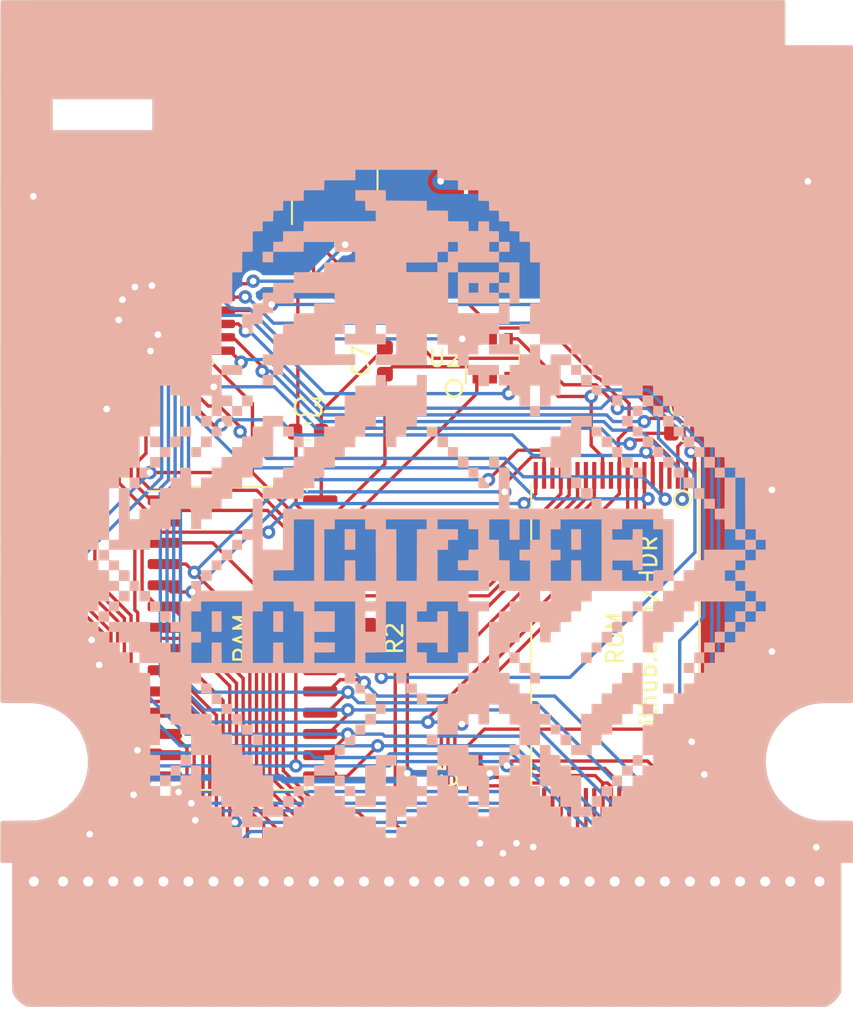
<source format=kicad_pcb>
(kicad_pcb (version 20171130) (host pcbnew "(5.1.6)-1")

  (general
    (thickness 0.8)
    (drawings 35)
    (tracks 854)
    (zones 0)
    (modules 19)
    (nets 56)
  )

  (page A4)
  (layers
    (0 F.Cu signal)
    (31 B.Cu signal)
    (32 B.Adhes user)
    (33 F.Adhes user)
    (34 B.Paste user)
    (35 F.Paste user)
    (36 B.SilkS user)
    (37 F.SilkS user)
    (38 B.Mask user)
    (39 F.Mask user)
    (40 Dwgs.User user)
    (41 Cmts.User user)
    (42 Eco1.User user)
    (43 Eco2.User user)
    (44 Edge.Cuts user)
    (45 Margin user)
    (46 B.CrtYd user hide)
    (47 F.CrtYd user hide)
    (48 B.Fab user)
    (49 F.Fab user hide)
  )

  (setup
    (last_trace_width 0.2)
    (trace_clearance 0.2)
    (zone_clearance 0.254)
    (zone_45_only no)
    (trace_min 0.2)
    (via_size 0.8)
    (via_drill 0.4)
    (via_min_size 0.4)
    (via_min_drill 0.3)
    (uvia_size 0.3)
    (uvia_drill 0.1)
    (uvias_allowed no)
    (uvia_min_size 0.2)
    (uvia_min_drill 0.1)
    (edge_width 0.0254)
    (segment_width 0.2)
    (pcb_text_width 0.3)
    (pcb_text_size 1.5 1.5)
    (mod_edge_width 0.15)
    (mod_text_size 1 1)
    (mod_text_width 0.15)
    (pad_size 1.524 1.524)
    (pad_drill 0.762)
    (pad_to_mask_clearance 0.0508)
    (solder_mask_min_width 0.25)
    (aux_axis_origin 0 0)
    (visible_elements 7FFFEFFF)
    (pcbplotparams
      (layerselection 0x3ffff_ffffffff)
      (usegerberextensions false)
      (usegerberattributes false)
      (usegerberadvancedattributes false)
      (creategerberjobfile false)
      (excludeedgelayer true)
      (linewidth 0.100000)
      (plotframeref false)
      (viasonmask false)
      (mode 1)
      (useauxorigin false)
      (hpglpennumber 1)
      (hpglpenspeed 20)
      (hpglpendiameter 15.000000)
      (psnegative false)
      (psa4output false)
      (plotreference true)
      (plotvalue true)
      (plotinvisibletext false)
      (padsonsilk false)
      (subtractmaskfromsilk true)
      (outputformat 1)
      (mirror false)
      (drillshape 0)
      (scaleselection 1)
      (outputdirectory "MBC30-CCEdition-Gerbers"))
  )

  (net 0 "")
  (net 1 GND)
  (net 2 "Net-(R3-Pad2)")
  (net 3 "Net-(B1-Pad1)")
  (net 4 "Net-(C5-Pad2)")
  (net 5 "Net-(U2-Pad5)")
  (net 6 VCC)
  (net 7 XIN)
  (net 8 PWR)
  (net 9 AA14)
  (net 10 A12)
  (net 11 A7)
  (net 12 A6)
  (net 13 A5)
  (net 14 A4)
  (net 15 A3)
  (net 16 A2)
  (net 17 A1)
  (net 18 A0)
  (net 19 D0)
  (net 20 D1)
  (net 21 D2)
  (net 22 D3)
  (net 23 D4)
  (net 24 D5)
  (net 25 D6)
  (net 26 D7)
  (net 27 "#CE")
  (net 28 A10)
  (net 29 \RD)
  (net 30 A11)
  (net 31 A9)
  (net 32 A8)
  (net 33 AA13)
  (net 34 \WR)
  (net 35 XOUT)
  (net 36 CLK)
  (net 37 CS)
  (net 38 A13)
  (net 39 A14)
  (net 40 A15)
  (net 41 RESET)
  (net 42 \RST)
  (net 43 \RAMCS)
  (net 44 RA14)
  (net 45 RA15)
  (net 46 RA16)
  (net 47 RA17)
  (net 48 RA18)
  (net 49 RA19)
  (net 50 RA20)
  (net 51 RA21)
  (net 52 WE_AUDIO)
  (net 53 "Net-(U1-Pad5)")
  (net 54 "Net-(U4-Pad11)")
  (net 55 "Net-(U4-Pad36)")

  (net_class Default "This is the default net class."
    (clearance 0.2)
    (trace_width 0.2)
    (via_dia 0.8)
    (via_drill 0.4)
    (uvia_dia 0.3)
    (uvia_drill 0.1)
    (add_net "#CE")
    (add_net A0)
    (add_net A1)
    (add_net A10)
    (add_net A11)
    (add_net A12)
    (add_net A13)
    (add_net A14)
    (add_net A15)
    (add_net A2)
    (add_net A3)
    (add_net A4)
    (add_net A5)
    (add_net A6)
    (add_net A7)
    (add_net A8)
    (add_net A9)
    (add_net AA13)
    (add_net AA14)
    (add_net CLK)
    (add_net CS)
    (add_net D0)
    (add_net D1)
    (add_net D2)
    (add_net D3)
    (add_net D4)
    (add_net D5)
    (add_net D6)
    (add_net D7)
    (add_net GND)
    (add_net "Net-(B1-Pad1)")
    (add_net "Net-(C5-Pad2)")
    (add_net "Net-(R3-Pad2)")
    (add_net "Net-(U1-Pad5)")
    (add_net "Net-(U2-Pad5)")
    (add_net "Net-(U4-Pad11)")
    (add_net "Net-(U4-Pad36)")
    (add_net PWR)
    (add_net RA14)
    (add_net RA15)
    (add_net RA16)
    (add_net RA17)
    (add_net RA18)
    (add_net RA19)
    (add_net RA20)
    (add_net RA21)
    (add_net RESET)
    (add_net VCC)
    (add_net WE_AUDIO)
    (add_net XIN)
    (add_net XOUT)
    (add_net \RAMCS)
    (add_net \RD)
    (add_net \RST)
    (add_net \WR)
  )

  (module Custom:cc4 (layer B.Cu) (tedit 5DB22860) (tstamp 5EDBD97A)
    (at 90.412581 99.90646 180)
    (path /5EDCB2F8)
    (fp_text reference Art1 (at 0 0) (layer B.SilkS) hide
      (effects (font (size 1.524 1.524) (thickness 0.3)) (justify mirror))
    )
    (fp_text value "90,412581|99,90646 | Crystal Clear" (at 0.75 0) (layer B.SilkS) hide
      (effects (font (size 1.524 1.524) (thickness 0.3)) (justify mirror))
    )
    (fp_poly (pts (xy 13.483166 -6.153342) (xy 13.483402 -6.228871) (xy 13.484066 -6.297937) (xy 13.485093 -6.357558)
      (xy 13.48642 -6.404753) (xy 13.487981 -6.436542) (xy 13.48959 -6.449676) (xy 13.493601 -6.454688)
      (xy 13.502877 -6.458605) (xy 13.519732 -6.461556) (xy 13.54648 -6.463674) (xy 13.585437 -6.465087)
      (xy 13.638916 -6.465928) (xy 13.709232 -6.466327) (xy 13.785923 -6.466416) (xy 14.075833 -6.466416)
      (xy 14.075833 -7.65175) (xy 13.79997 -7.65175) (xy 13.710968 -7.652179) (xy 13.635458 -7.653422)
      (xy 13.575202 -7.655416) (xy 13.531959 -7.658094) (xy 13.507489 -7.661391) (xy 13.503637 -7.662705)
      (xy 13.497756 -7.666767) (xy 13.493122 -7.673492) (xy 13.489588 -7.685211) (xy 13.487004 -7.704255)
      (xy 13.485224 -7.732957) (xy 13.484098 -7.773646) (xy 13.483479 -7.828655) (xy 13.483218 -7.900315)
      (xy 13.483166 -7.984631) (xy 13.483378 -8.06432) (xy 13.483978 -8.137596) (xy 13.48491 -8.201655)
      (xy 13.48612 -8.253693) (xy 13.487553 -8.290904) (xy 13.489153 -8.310484) (xy 13.48959 -8.312342)
      (xy 13.493601 -8.317355) (xy 13.502877 -8.321271) (xy 13.519732 -8.324223) (xy 13.54648 -8.32634)
      (xy 13.585437 -8.327754) (xy 13.638916 -8.328595) (xy 13.709232 -8.328994) (xy 13.785923 -8.329083)
      (xy 14.075833 -8.329083) (xy 14.075833 -9.514416) (xy 12.8905 -9.514416) (xy 12.8905 -8.907007)
      (xy 12.890454 -8.777407) (xy 12.890288 -8.667379) (xy 12.889958 -8.575329) (xy 12.88942 -8.499662)
      (xy 12.888632 -8.438785) (xy 12.88755 -8.391102) (xy 12.88613 -8.35502) (xy 12.884328 -8.328944)
      (xy 12.882102 -8.31128) (xy 12.879408 -8.300432) (xy 12.876201 -8.294808) (xy 12.873759 -8.293173)
      (xy 12.859078 -8.291477) (xy 12.82616 -8.289948) (xy 12.777937 -8.28865) (xy 12.717338 -8.287642)
      (xy 12.647293 -8.286988) (xy 12.570734 -8.28675) (xy 12.568959 -8.28675) (xy 12.474895 -8.287044)
      (xy 12.400458 -8.287971) (xy 12.344117 -8.289595) (xy 12.304342 -8.291981) (xy 12.2796 -8.295194)
      (xy 12.268359 -8.299297) (xy 12.2682 -8.29945) (xy 12.265318 -8.307695) (xy 12.262864 -8.327037)
      (xy 12.26081 -8.358694) (xy 12.259133 -8.403886) (xy 12.257807 -8.46383) (xy 12.256807 -8.539746)
      (xy 12.256107 -8.632853) (xy 12.255682 -8.744368) (xy 12.255507 -8.87551) (xy 12.2555 -8.913283)
      (xy 12.2555 -9.514416) (xy 11.070166 -9.514416) (xy 11.070166 -7.053298) (xy 12.2555 -7.053298)
      (xy 12.25561 -7.165107) (xy 12.255927 -7.270836) (xy 12.256432 -7.368543) (xy 12.257104 -7.456289)
      (xy 12.257922 -7.532132) (xy 12.258867 -7.594133) (xy 12.259919 -7.640351) (xy 12.261057 -7.668845)
      (xy 12.261984 -7.6775) (xy 12.265743 -7.682394) (xy 12.274323 -7.686199) (xy 12.289983 -7.689014)
      (xy 12.314979 -7.690943) (xy 12.351568 -7.692085) (xy 12.402007 -7.692541) (xy 12.468554 -7.692414)
      (xy 12.553466 -7.691802) (xy 12.576838 -7.691595) (xy 12.885208 -7.688791) (xy 12.887937 -7.062985)
      (xy 12.890666 -6.437178) (xy 12.86677 -6.430775) (xy 12.846614 -6.428254) (xy 12.809607 -6.42634)
      (xy 12.759219 -6.42501) (xy 12.698918 -6.424238) (xy 12.632171 -6.423999) (xy 12.562447 -6.424268)
      (xy 12.493212 -6.425021) (xy 12.427936 -6.426231) (xy 12.370086 -6.427874) (xy 12.323131 -6.429926)
      (xy 12.290537 -6.43236) (xy 12.27597 -6.435039) (xy 12.271634 -6.437956) (xy 12.267958 -6.442788)
      (xy 12.264886 -6.451178) (xy 12.262365 -6.464765) (xy 12.260341 -6.485192) (xy 12.258759 -6.5141)
      (xy 12.257565 -6.55313) (xy 12.256704 -6.603924) (xy 12.256123 -6.668122) (xy 12.255766 -6.747368)
      (xy 12.255579 -6.843301) (xy 12.255509 -6.957564) (xy 12.2555 -7.053298) (xy 11.070166 -7.053298)
      (xy 11.070166 -5.87375) (xy 13.483166 -5.87375) (xy 13.483166 -6.153342)) (layer B.Mask) (width 0.01))
    (fp_poly (pts (xy -11.705167 -1.242676) (xy -11.704931 -1.318205) (xy -11.704268 -1.38727) (xy -11.70324 -1.446891)
      (xy -11.701913 -1.494086) (xy -11.700352 -1.525875) (xy -11.698743 -1.539009) (xy -11.694732 -1.544021)
      (xy -11.685456 -1.547938) (xy -11.668601 -1.55089) (xy -11.641853 -1.553007) (xy -11.602897 -1.554421)
      (xy -11.549418 -1.555262) (xy -11.479101 -1.55566) (xy -11.40241 -1.55575) (xy -11.1125 -1.55575)
      (xy -11.1125 -2.148416) (xy -12.297834 -2.148416) (xy -12.297834 -1.83734) (xy -12.297943 -1.74708)
      (xy -12.29835 -1.675751) (xy -12.299172 -1.621121) (xy -12.300526 -1.580955) (xy -12.302531 -1.55302)
      (xy -12.305305 -1.535081) (xy -12.308964 -1.524905) (xy -12.313628 -1.520258) (xy -12.314574 -1.51984)
      (xy -12.32925 -1.518146) (xy -12.362166 -1.516619) (xy -12.410398 -1.515321) (xy -12.47102 -1.514314)
      (xy -12.541107 -1.513658) (xy -12.617732 -1.513416) (xy -12.620195 -1.513416) (xy -12.709677 -1.513615)
      (xy -12.780123 -1.514278) (xy -12.833659 -1.515508) (xy -12.872414 -1.517405) (xy -12.898515 -1.520073)
      (xy -12.914089 -1.523611) (xy -12.920999 -1.527783) (xy -12.922947 -1.536428) (xy -12.924668 -1.557864)
      (xy -12.926166 -1.59281) (xy -12.927447 -1.641982) (xy -12.928516 -1.706096) (xy -12.929379 -1.78587)
      (xy -12.93004 -1.88202) (xy -12.930505 -1.995264) (xy -12.930779 -2.126317) (xy -12.930868 -2.275898)
      (xy -12.930777 -2.444723) (xy -12.930511 -2.633508) (xy -12.930232 -2.773971) (xy -12.927542 -4.005791)
      (xy -12.303125 -4.005791) (xy -12.300312 -3.712104) (xy -12.297499 -3.418416) (xy -11.1125 -3.418416)
      (xy -11.1125 -3.96875) (xy -11.388363 -3.96875) (xy -11.477366 -3.969179) (xy -11.552875 -3.970422)
      (xy -11.613131 -3.972416) (xy -11.656374 -3.975094) (xy -11.680845 -3.978391) (xy -11.684696 -3.979705)
      (xy -11.690616 -3.983797) (xy -11.69527 -3.990571) (xy -11.698812 -4.002378) (xy -11.701392 -4.021565)
      (xy -11.703161 -4.050484) (xy -11.704272 -4.091482) (xy -11.704875 -4.146909) (xy -11.705123 -4.219114)
      (xy -11.705167 -4.297205) (xy -11.705167 -4.60375) (xy -13.5255 -4.60375) (xy -13.5255 -4.292673)
      (xy -13.52561 -4.202413) (xy -13.526016 -4.131085) (xy -13.526838 -4.076455) (xy -13.528193 -4.036289)
      (xy -13.530198 -4.008353) (xy -13.532971 -3.990415) (xy -13.536631 -3.980239) (xy -13.541295 -3.975592)
      (xy -13.542241 -3.975173) (xy -13.556984 -3.973452) (xy -13.589912 -3.971905) (xy -13.638044 -3.970597)
      (xy -13.6984 -3.969592) (xy -13.767998 -3.968955) (xy -13.838574 -3.96875) (xy -14.118167 -3.96875)
      (xy -14.118167 -1.556084) (xy -13.82448 -1.553271) (xy -13.530792 -1.550458) (xy -13.527979 -1.25677)
      (xy -13.525166 -0.963083) (xy -11.705167 -0.963083) (xy -11.705167 -1.242676)) (layer B.Mask) (width 0.01))
    (fp_poly (pts (xy -8.022167 -1.242676) (xy -8.021931 -1.318205) (xy -8.021268 -1.38727) (xy -8.02024 -1.446891)
      (xy -8.018913 -1.494086) (xy -8.017352 -1.525875) (xy -8.015743 -1.539009) (xy -8.011732 -1.544021)
      (xy -8.002456 -1.547938) (xy -7.985601 -1.55089) (xy -7.958853 -1.553007) (xy -7.919897 -1.554421)
      (xy -7.866418 -1.555262) (xy -7.796101 -1.55566) (xy -7.71941 -1.55575) (xy -7.4295 -1.55575)
      (xy -7.4295 -2.741083) (xy -7.713134 -2.741083) (xy -7.806488 -2.741384) (xy -7.880218 -2.742332)
      (xy -7.935857 -2.743991) (xy -7.974941 -2.746428) (xy -7.999004 -2.749709) (xy -8.009467 -2.753783)
      (xy -8.013457 -2.764267) (xy -8.016616 -2.787879) (xy -8.019004 -2.826134) (xy -8.020682 -2.880545)
      (xy -8.021708 -2.952628) (xy -8.022143 -3.043896) (xy -8.022167 -3.075709) (xy -8.021954 -3.155171)
      (xy -8.021351 -3.228219) (xy -8.020414 -3.292038) (xy -8.019198 -3.343815) (xy -8.017759 -3.380735)
      (xy -8.016152 -3.399986) (xy -8.015743 -3.401676) (xy -8.011732 -3.406688) (xy -8.002456 -3.410605)
      (xy -7.985601 -3.413556) (xy -7.958853 -3.415674) (xy -7.919897 -3.417087) (xy -7.866418 -3.417928)
      (xy -7.796101 -3.418327) (xy -7.71941 -3.418416) (xy -7.4295 -3.418416) (xy -7.4295 -4.60375)
      (xy -8.614662 -4.60375) (xy -8.617394 -3.992562) (xy -8.620125 -3.381375) (xy -8.920465 -3.378562)
      (xy -9.019057 -3.377956) (xy -9.097674 -3.378205) (xy -9.157494 -3.379342) (xy -9.199691 -3.381403)
      (xy -9.225443 -3.38442) (xy -9.235319 -3.387795) (xy -9.238488 -3.393517) (xy -9.241179 -3.406014)
      (xy -9.243429 -3.426799) (xy -9.245273 -3.457384) (xy -9.246747 -3.499282) (xy -9.247886 -3.554004)
      (xy -9.248727 -3.623062) (xy -9.249305 -3.70797) (xy -9.249655 -3.810239) (xy -9.249815 -3.931381)
      (xy -9.249834 -4.001795) (xy -9.249834 -4.60375) (xy -10.435167 -4.60375) (xy -10.435167 -2.144376)
      (xy -9.249834 -2.144376) (xy -9.249723 -2.256022) (xy -9.249405 -2.361587) (xy -9.248899 -2.459126)
      (xy -9.248225 -2.546695) (xy -9.247405 -2.622353) (xy -9.246457 -2.684154) (xy -9.245403 -2.730155)
      (xy -9.244263 -2.758414) (xy -9.243349 -2.766834) (xy -9.239591 -2.771728) (xy -9.23101 -2.775532)
      (xy -9.21535 -2.778348) (xy -9.190355 -2.780276) (xy -9.153766 -2.781418) (xy -9.103326 -2.781875)
      (xy -9.036779 -2.781747) (xy -8.951868 -2.781136) (xy -8.928495 -2.780928) (xy -8.620125 -2.778125)
      (xy -8.617394 -2.154385) (xy -8.616887 -2.018323) (xy -8.616661 -1.902069) (xy -8.616739 -1.804268)
      (xy -8.617146 -1.723562) (xy -8.617902 -1.658595) (xy -8.619031 -1.608012) (xy -8.620555 -1.570454)
      (xy -8.622498 -1.544567) (xy -8.624881 -1.528993) (xy -8.627728 -1.522377) (xy -8.627978 -1.522193)
      (xy -8.643278 -1.519087) (xy -8.676092 -1.516647) (xy -8.723074 -1.514853) (xy -8.780882 -1.513683)
      (xy -8.846172 -1.513115) (xy -8.915601 -1.513128) (xy -8.985824 -1.5137) (xy -9.053499 -1.51481)
      (xy -9.115282 -1.516436) (xy -9.16783 -1.518557) (xy -9.207798 -1.521151) (xy -9.231844 -1.524196)
      (xy -9.237134 -1.526116) (xy -9.240005 -1.534343) (xy -9.242452 -1.553651) (xy -9.244501 -1.585256)
      (xy -9.246177 -1.630372) (xy -9.247504 -1.690215) (xy -9.248507 -1.765999) (xy -9.249211 -1.85894)
      (xy -9.249642 -1.970252) (xy -9.249824 -2.10115) (xy -9.249834 -2.144376) (xy -10.435167 -2.144376)
      (xy -10.435167 -0.963083) (xy -8.022167 -0.963083) (xy -8.022167 -1.242676)) (layer B.Mask) (width 0.01))
    (fp_poly (pts (xy -0.656167 -1.513416) (xy -1.2573 -1.513416) (xy -1.393789 -1.513529) (xy -1.510331 -1.513886)
      (xy -1.608145 -1.514512) (xy -1.688449 -1.515431) (xy -1.752462 -1.516669) (xy -1.801402 -1.518252)
      (xy -1.83649 -1.520204) (xy -1.858942 -1.522551) (xy -1.869978 -1.525318) (xy -1.871134 -1.526116)
      (xy -1.874993 -1.540334) (xy -1.878211 -1.572457) (xy -1.880786 -1.619237) (xy -1.882718 -1.677422)
      (xy -1.884008 -1.743761) (xy -1.884656 -1.815004) (xy -1.884662 -1.887901) (xy -1.884025 -1.959201)
      (xy -1.882746 -2.025653) (xy -1.880825 -2.084007) (xy -1.878261 -2.131012) (xy -1.875055 -2.163418)
      (xy -1.871206 -2.177974) (xy -1.871134 -2.17805) (xy -1.860331 -2.182177) (xy -1.836092 -2.185415)
      (xy -1.796885 -2.187826) (xy -1.741179 -2.189476) (xy -1.667445 -2.190429) (xy -1.57415 -2.190749)
      (xy -1.569509 -2.19075) (xy -1.280584 -2.19075) (xy -1.280584 -2.783416) (xy -0.656167 -2.783416)
      (xy -0.656167 -4.60375) (xy -3.069167 -4.60375) (xy -3.069167 -4.011255) (xy -2.45798 -4.008523)
      (xy -1.846792 -4.005791) (xy -1.846792 -3.381375) (xy -2.161646 -3.378571) (xy -2.4765 -3.375768)
      (xy -2.4765 -3.064849) (xy -2.47661 -2.974614) (xy -2.477017 -2.90331) (xy -2.477839 -2.848703)
      (xy -2.479195 -2.808559) (xy -2.481201 -2.780643) (xy -2.483977 -2.76272) (xy -2.487639 -2.752557)
      (xy -2.492306 -2.747919) (xy -2.493241 -2.747507) (xy -2.507984 -2.745786) (xy -2.540912 -2.744238)
      (xy -2.589044 -2.74293) (xy -2.6494 -2.741925) (xy -2.718998 -2.741288) (xy -2.789574 -2.741083)
      (xy -3.069167 -2.741083) (xy -3.069167 -1.556084) (xy -2.77548 -1.553271) (xy -2.481792 -1.550458)
      (xy -2.478979 -1.25677) (xy -2.476166 -0.963083) (xy -0.656167 -0.963083) (xy -0.656167 -1.513416)) (layer B.Mask) (width 0.01))
    (fp_poly (pts (xy 2.434166 -1.513416) (xy 2.133297 -1.513416) (xy 2.043958 -1.513549) (xy 1.973447 -1.514029)
      (xy 1.919425 -1.514979) (xy 1.879556 -1.516522) (xy 1.851501 -1.518779) (xy 1.832923 -1.521874)
      (xy 1.821483 -1.525928) (xy 1.815797 -1.530047) (xy 1.813497 -1.53384) (xy 1.811417 -1.541065)
      (xy 1.809545 -1.552728) (xy 1.807872 -1.569837) (xy 1.806386 -1.5934) (xy 1.805077 -1.624424)
      (xy 1.803932 -1.663918) (xy 1.802943 -1.712888) (xy 1.802098 -1.772342) (xy 1.801385 -1.843288)
      (xy 1.800795 -1.926734) (xy 1.800316 -2.023686) (xy 1.799937 -2.135153) (xy 1.799648 -2.262142)
      (xy 1.799438 -2.405661) (xy 1.799296 -2.566717) (xy 1.799211 -2.746318) (xy 1.799172 -2.945472)
      (xy 1.799166 -3.075214) (xy 1.799166 -4.60375) (xy 0.613833 -4.60375) (xy 0.613833 -3.065007)
      (xy 0.613818 -2.853125) (xy 0.613765 -2.66141) (xy 0.613663 -2.488864) (xy 0.613503 -2.334487)
      (xy 0.613272 -2.19728) (xy 0.61296 -2.076244) (xy 0.612556 -1.97038) (xy 0.61205 -1.878688)
      (xy 0.611431 -1.800169) (xy 0.610687 -1.733825) (xy 0.609808 -1.678656) (xy 0.608783 -1.633662)
      (xy 0.607601 -1.597845) (xy 0.606252 -1.570206) (xy 0.604725 -1.549745) (xy 0.603008 -1.535464)
      (xy 0.601091 -1.526362) (xy 0.598963 -1.521442) (xy 0.597092 -1.51984) (xy 0.58235 -1.518119)
      (xy 0.549422 -1.516572) (xy 0.501289 -1.515263) (xy 0.440933 -1.514258) (xy 0.371335 -1.513622)
      (xy 0.300759 -1.513416) (xy 0.021166 -1.513416) (xy 0.021166 -0.963083) (xy 2.434166 -0.963083)
      (xy 2.434166 -1.513416)) (layer B.Mask) (width 0.01))
    (fp_poly (pts (xy 5.482166 -1.242676) (xy 5.482402 -1.318205) (xy 5.483066 -1.38727) (xy 5.484093 -1.446891)
      (xy 5.48542 -1.494086) (xy 5.486981 -1.525875) (xy 5.48859 -1.539009) (xy 5.492486 -1.543864)
      (xy 5.501511 -1.547694) (xy 5.517901 -1.550617) (xy 5.54389 -1.552751) (xy 5.58171 -1.554213)
      (xy 5.633596 -1.555121) (xy 5.701781 -1.555593) (xy 5.7885 -1.555747) (xy 5.80609 -1.55575)
      (xy 6.117166 -1.55575) (xy 6.117166 -4.60375) (xy 4.931833 -4.60375) (xy 4.931833 -3.99634)
      (xy 4.931787 -3.86674) (xy 4.931621 -3.756712) (xy 4.931291 -3.664662) (xy 4.930754 -3.588996)
      (xy 4.929966 -3.528118) (xy 4.928883 -3.480436) (xy 4.927463 -3.444354) (xy 4.925662 -3.418277)
      (xy 4.923435 -3.400613) (xy 4.920741 -3.389766) (xy 4.917535 -3.384142) (xy 4.915092 -3.382507)
      (xy 4.900564 -3.380872) (xy 4.867675 -3.379391) (xy 4.819228 -3.378117) (xy 4.75803 -3.377108)
      (xy 4.686884 -3.376416) (xy 4.608595 -3.376098) (xy 4.587381 -3.376083) (xy 4.498006 -3.376143)
      (xy 4.427466 -3.376422) (xy 4.373429 -3.377069) (xy 4.333565 -3.378232) (xy 4.305543 -3.380059)
      (xy 4.287029 -3.382698) (xy 4.275695 -3.386297) (xy 4.269207 -3.391005) (xy 4.265455 -3.396554)
      (xy 4.262765 -3.412453) (xy 4.260443 -3.449216) (xy 4.258495 -3.506541) (xy 4.256927 -3.584129)
      (xy 4.255742 -3.68168) (xy 4.254948 -3.798893) (xy 4.254549 -3.935467) (xy 4.2545 -4.010387)
      (xy 4.2545 -4.60375) (xy 3.069166 -4.60375) (xy 3.069166 -2.148307) (xy 4.2545 -2.148307)
      (xy 4.254611 -2.259585) (xy 4.254931 -2.364778) (xy 4.25544 -2.461936) (xy 4.256117 -2.549107)
      (xy 4.256942 -2.624342) (xy 4.257894 -2.685691) (xy 4.258953 -2.731203) (xy 4.260098 -2.758928)
      (xy 4.260981 -2.766825) (xy 4.264645 -2.771573) (xy 4.273034 -2.775299) (xy 4.288329 -2.778096)
      (xy 4.312712 -2.780055) (xy 4.348364 -2.781267) (xy 4.397468 -2.781824) (xy 4.462205 -2.781817)
      (xy 4.544757 -2.781338) (xy 4.597002 -2.780919) (xy 4.926541 -2.778125) (xy 4.929272 -2.154385)
      (xy 4.92978 -2.018323) (xy 4.930006 -1.902069) (xy 4.929927 -1.804268) (xy 4.929521 -1.723562)
      (xy 4.928765 -1.658595) (xy 4.927636 -1.608012) (xy 4.926112 -1.570454) (xy 4.924169 -1.544567)
      (xy 4.921786 -1.528993) (xy 4.918938 -1.522377) (xy 4.918689 -1.522193) (xy 4.905051 -1.520032)
      (xy 4.873023 -1.518064) (xy 4.82538 -1.516363) (xy 4.764899 -1.515004) (xy 4.694355 -1.51406)
      (xy 4.616524 -1.513606) (xy 4.596568 -1.513578) (xy 4.505989 -1.513658) (xy 4.434269 -1.514081)
      (xy 4.379101 -1.514965) (xy 4.338179 -1.516425) (xy 4.309196 -1.518578) (xy 4.289846 -1.521542)
      (xy 4.277822 -1.525433) (xy 4.27113 -1.530047) (xy 4.267556 -1.535461) (xy 4.264526 -1.545064)
      (xy 4.261995 -1.560481) (xy 4.259921 -1.583339) (xy 4.25826 -1.615261) (xy 4.256968 -1.657875)
      (xy 4.256 -1.712804) (xy 4.255315 -1.781675) (xy 4.254867 -1.866113) (xy 4.254612 -1.967742)
      (xy 4.254509 -2.088189) (xy 4.2545 -2.148307) (xy 3.069166 -2.148307) (xy 3.069166 -1.556064)
      (xy 3.38402 -1.553261) (xy 3.698875 -1.550458) (xy 3.701688 -1.25677) (xy 3.704501 -0.963083)
      (xy 5.482166 -0.963083) (xy 5.482166 -1.242676)) (layer B.Mask) (width 0.01))
    (fp_poly (pts (xy -0.018689 -6.167437) (xy -0.015875 -6.461125) (xy 0.277812 -6.463938) (xy 0.5715 -6.466751)
      (xy 0.5715 -7.059083) (xy -0.613834 -7.059083) (xy -0.613834 -6.437135) (xy -0.637646 -6.430753)
      (xy -0.654975 -6.428903) (xy -0.689747 -6.427367) (xy -0.738609 -6.426145) (xy -0.798203 -6.42524)
      (xy -0.865174 -6.424652) (xy -0.936165 -6.424383) (xy -1.00782 -6.424434) (xy -1.076783 -6.424807)
      (xy -1.139699 -6.425503) (xy -1.19321 -6.426522) (xy -1.233961 -6.427868) (xy -1.258596 -6.42954)
      (xy -1.263843 -6.430507) (xy -1.266395 -6.432928) (xy -1.268676 -6.438869) (xy -1.270702 -6.449441)
      (xy -1.272488 -6.465756) (xy -1.274047 -6.488928) (xy -1.275396 -6.520067) (xy -1.276549 -6.560288)
      (xy -1.277521 -6.610701) (xy -1.278326 -6.67242) (xy -1.278981 -6.746557) (xy -1.279499 -6.834224)
      (xy -1.279897 -6.936534) (xy -1.280187 -7.054598) (xy -1.280386 -7.18953) (xy -1.280509 -7.342442)
      (xy -1.28057 -7.514445) (xy -1.280584 -7.679491) (xy -1.280584 -8.922051) (xy -0.949855 -8.919254)
      (xy -0.619125 -8.916458) (xy -0.616312 -8.62277) (xy -0.613499 -8.329083) (xy 0.5715 -8.329083)
      (xy 0.5715 -8.879416) (xy 0.295637 -8.879416) (xy 0.206634 -8.879845) (xy 0.131125 -8.881089)
      (xy 0.070869 -8.883082) (xy 0.027626 -8.88576) (xy 0.003155 -8.889058) (xy -0.000696 -8.890372)
      (xy -0.006616 -8.894463) (xy -0.01127 -8.901238) (xy -0.014812 -8.913044) (xy -0.017392 -8.932232)
      (xy -0.019161 -8.96115) (xy -0.020272 -9.002148) (xy -0.020875 -9.057575) (xy -0.021123 -9.129781)
      (xy -0.021167 -9.207872) (xy -0.021167 -9.514416) (xy -1.8415 -9.514416) (xy -1.8415 -8.892468)
      (xy -1.865313 -8.886087) (xy -1.881876 -8.884408) (xy -1.916618 -8.882883) (xy -1.966549 -8.881576)
      (xy -2.028683 -8.880546) (xy -2.10003 -8.879855) (xy -2.177603 -8.879564) (xy -2.182813 -8.879561)
      (xy -2.4765 -8.879416) (xy -2.4765 -6.466731) (xy -1.846792 -6.461125) (xy -1.843979 -6.167437)
      (xy -1.841166 -5.87375) (xy -0.021502 -5.87375) (xy -0.018689 -6.167437)) (layer B.Mask) (width 0.01))
    (fp_poly (pts (xy 2.439458 -8.916458) (xy 3.050645 -8.91919) (xy 3.661833 -8.921921) (xy 3.661833 -9.514416)
      (xy 1.248833 -9.514416) (xy 1.248833 -5.87375) (xy 2.434094 -5.87375) (xy 2.439458 -8.916458)) (layer B.Mask) (width 0.01))
    (fp_poly (pts (xy 6.709833 -6.424083) (xy 6.11263 -6.424083) (xy 5.983788 -6.424134) (xy 5.87448 -6.424318)
      (xy 5.783076 -6.424677) (xy 5.707943 -6.425258) (xy 5.647451 -6.426103) (xy 5.599967 -6.427257)
      (xy 5.56386 -6.428764) (xy 5.537499 -6.430669) (xy 5.519251 -6.433015) (xy 5.507486 -6.435847)
      (xy 5.500572 -6.439209) (xy 5.498797 -6.440714) (xy 5.495223 -6.446127) (xy 5.492192 -6.45573)
      (xy 5.489662 -6.471148) (xy 5.487588 -6.494005) (xy 5.485927 -6.525928) (xy 5.484634 -6.568542)
      (xy 5.483667 -6.623471) (xy 5.482981 -6.692342) (xy 5.482533 -6.776779) (xy 5.482279 -6.878409)
      (xy 5.482175 -6.998856) (xy 5.482166 -7.058973) (xy 5.482276 -7.170246) (xy 5.482594 -7.275429)
      (xy 5.483098 -7.372573) (xy 5.483769 -7.459727) (xy 5.484587 -7.534943) (xy 5.485531 -7.596271)
      (xy 5.48658 -7.64176) (xy 5.487715 -7.669462) (xy 5.48859 -7.677342) (xy 5.491619 -7.680914)
      (xy 5.498808 -7.683944) (xy 5.511751 -7.686478) (xy 5.532044 -7.688558) (xy 5.56128 -7.690227)
      (xy 5.601054 -7.69153) (xy 5.65296 -7.692509) (xy 5.718593 -7.693209) (xy 5.799547 -7.693672)
      (xy 5.897416 -7.693943) (xy 6.013794 -7.694064) (xy 6.102423 -7.694083) (xy 6.709833 -7.694083)
      (xy 6.709833 -8.28675) (xy 6.106955 -8.28675) (xy 5.978809 -8.28677) (xy 5.870183 -8.286868)
      (xy 5.779427 -8.287097) (xy 5.704896 -8.287515) (xy 5.64494 -8.288174) (xy 5.597913 -8.28913)
      (xy 5.562167 -8.290439) (xy 5.536055 -8.292154) (xy 5.517927 -8.294332) (xy 5.506138 -8.297026)
      (xy 5.49904 -8.300293) (xy 5.494984 -8.304186) (xy 5.493122 -8.30722) (xy 5.490387 -8.322634)
      (xy 5.487986 -8.355765) (xy 5.485944 -8.403166) (xy 5.484288 -8.461392) (xy 5.483044 -8.526995)
      (xy 5.482239 -8.596528) (xy 5.481897 -8.666545) (xy 5.482046 -8.733598) (xy 5.482711 -8.794241)
      (xy 5.483919 -8.845027) (xy 5.485696 -8.88251) (xy 5.488068 -8.903241) (xy 5.48859 -8.905009)
      (xy 5.491619 -8.90858) (xy 5.498808 -8.911611) (xy 5.511751 -8.914144) (xy 5.532044 -8.916224)
      (xy 5.56128 -8.917894) (xy 5.601054 -8.919196) (xy 5.65296 -8.920176) (xy 5.718593 -8.920875)
      (xy 5.799547 -8.921339) (xy 5.897416 -8.921609) (xy 6.013794 -8.92173) (xy 6.102423 -8.92175)
      (xy 6.709833 -8.92175) (xy 6.709833 -9.514416) (xy 4.296833 -9.514416) (xy 4.296833 -5.87375)
      (xy 6.709833 -5.87375) (xy 6.709833 -6.424083)) (layer B.Mask) (width 0.01))
    (fp_poly (pts (xy 9.800166 -6.153342) (xy 9.800402 -6.228871) (xy 9.801066 -6.297937) (xy 9.802093 -6.357558)
      (xy 9.80342 -6.404753) (xy 9.804981 -6.436542) (xy 9.80659 -6.449676) (xy 9.810601 -6.454688)
      (xy 9.819877 -6.458605) (xy 9.836732 -6.461556) (xy 9.86348 -6.463674) (xy 9.902437 -6.465087)
      (xy 9.955916 -6.465928) (xy 10.026232 -6.466327) (xy 10.102923 -6.466416) (xy 10.392833 -6.466416)
      (xy 10.392833 -9.514416) (xy 9.2075 -9.514416) (xy 9.2075 -8.907007) (xy 9.207454 -8.777407)
      (xy 9.207288 -8.667379) (xy 9.206958 -8.575329) (xy 9.20642 -8.499662) (xy 9.205632 -8.438785)
      (xy 9.20455 -8.391102) (xy 9.20313 -8.35502) (xy 9.201328 -8.328944) (xy 9.199102 -8.31128)
      (xy 9.196408 -8.300432) (xy 9.193201 -8.294808) (xy 9.190759 -8.293173) (xy 9.176078 -8.291477)
      (xy 9.14316 -8.289948) (xy 9.094937 -8.28865) (xy 9.034338 -8.287642) (xy 8.964293 -8.286988)
      (xy 8.887734 -8.28675) (xy 8.885959 -8.28675) (xy 8.791895 -8.287044) (xy 8.717458 -8.287971)
      (xy 8.661117 -8.289595) (xy 8.621342 -8.291981) (xy 8.5966 -8.295194) (xy 8.585359 -8.299297)
      (xy 8.5852 -8.29945) (xy 8.582318 -8.307695) (xy 8.579864 -8.327037) (xy 8.57781 -8.358694)
      (xy 8.576133 -8.403886) (xy 8.574807 -8.46383) (xy 8.573807 -8.539746) (xy 8.573107 -8.632853)
      (xy 8.572682 -8.744368) (xy 8.572507 -8.87551) (xy 8.5725 -8.913283) (xy 8.5725 -9.514416)
      (xy 7.387166 -9.514416) (xy 7.387166 -7.053298) (xy 8.5725 -7.053298) (xy 8.57261 -7.165107)
      (xy 8.572927 -7.270836) (xy 8.573432 -7.368543) (xy 8.574104 -7.456289) (xy 8.574922 -7.532132)
      (xy 8.575867 -7.594133) (xy 8.576919 -7.640351) (xy 8.578057 -7.668845) (xy 8.578984 -7.6775)
      (xy 8.582743 -7.682394) (xy 8.591323 -7.686199) (xy 8.606983 -7.689014) (xy 8.631979 -7.690943)
      (xy 8.668568 -7.692085) (xy 8.719007 -7.692541) (xy 8.785554 -7.692414) (xy 8.870466 -7.691802)
      (xy 8.893838 -7.691595) (xy 9.202208 -7.688791) (xy 9.204937 -7.062985) (xy 9.207666 -6.437178)
      (xy 9.18377 -6.430775) (xy 9.163614 -6.428254) (xy 9.126607 -6.42634) (xy 9.076219 -6.42501)
      (xy 9.015918 -6.424238) (xy 8.949171 -6.423999) (xy 8.879447 -6.424268) (xy 8.810212 -6.425021)
      (xy 8.744936 -6.426231) (xy 8.687086 -6.427874) (xy 8.640131 -6.429926) (xy 8.607537 -6.43236)
      (xy 8.59297 -6.435039) (xy 8.588634 -6.437956) (xy 8.584958 -6.442788) (xy 8.581886 -6.451178)
      (xy 8.579365 -6.464765) (xy 8.577341 -6.485192) (xy 8.575759 -6.5141) (xy 8.574565 -6.55313)
      (xy 8.573704 -6.603924) (xy 8.573123 -6.668122) (xy 8.572766 -6.747368) (xy 8.572579 -6.843301)
      (xy 8.572509 -6.957564) (xy 8.5725 -7.053298) (xy 7.387166 -7.053298) (xy 7.387166 -6.466751)
      (xy 7.680854 -6.463938) (xy 7.974541 -6.461125) (xy 7.977354 -6.167437) (xy 7.980168 -5.87375)
      (xy 9.800166 -5.87375) (xy 9.800166 -6.153342)) (layer B.Mask) (width 0.01))
    (fp_poly (pts (xy -5.566672 -1.563687) (xy -5.566496 -1.674739) (xy -5.566047 -1.779601) (xy -5.565354 -1.876336)
      (xy -5.564442 -1.963007) (xy -5.56334 -2.037676) (xy -5.562075 -2.098407) (xy -5.560674 -2.143262)
      (xy -5.559164 -2.170303) (xy -5.558007 -2.177686) (xy -5.550807 -2.181716) (xy -5.533681 -2.184795)
      (xy -5.504726 -2.186988) (xy -5.462035 -2.188357) (xy -5.403705 -2.188967) (xy -5.327829 -2.188883)
      (xy -5.243315 -2.188269) (xy -4.937125 -2.185458) (xy -4.934394 -1.57427) (xy -4.931662 -0.963083)
      (xy -3.735917 -0.963083) (xy -3.735917 -2.148416) (xy -4.024842 -2.148416) (xy -4.119045 -2.14871)
      (xy -4.193619 -2.149633) (xy -4.250096 -2.15125) (xy -4.290007 -2.153626) (xy -4.314881 -2.156825)
      (xy -4.32625 -2.160912) (xy -4.326467 -2.161116) (xy -4.329349 -2.169362) (xy -4.331804 -2.188705)
      (xy -4.333857 -2.220365) (xy -4.335534 -2.265559) (xy -4.33686 -2.325507) (xy -4.337861 -2.401428)
      (xy -4.338561 -2.49454) (xy -4.338985 -2.606063) (xy -4.33916 -2.737214) (xy -4.339167 -2.77479)
      (xy -4.339167 -3.375763) (xy -4.64873 -3.378569) (xy -4.958292 -3.381375) (xy -4.961024 -3.992562)
      (xy -4.963756 -4.60375) (xy -6.1595 -4.60375) (xy -6.1595 -3.418731) (xy -5.529792 -3.413125)
      (xy -5.526991 -3.085762) (xy -5.526351 -2.989153) (xy -5.5263 -2.911856) (xy -5.526896 -2.852026)
      (xy -5.528198 -2.807814) (xy -5.530262 -2.777375) (xy -5.533149 -2.75886) (xy -5.536915 -2.750423)
      (xy -5.537574 -2.749903) (xy -5.551254 -2.747715) (xy -5.583299 -2.745724) (xy -5.63091 -2.744007)
      (xy -5.691286 -2.742641) (xy -5.761625 -2.741701) (xy -5.839129 -2.741265) (xy -5.855062 -2.741245)
      (xy -6.159166 -2.741083) (xy -6.161979 -2.447395) (xy -6.164792 -2.153708) (xy -6.45848 -2.150895)
      (xy -6.752167 -2.148081) (xy -6.752167 -0.963083) (xy -5.566834 -0.963083) (xy -5.566672 -1.563687)) (layer B.Mask) (width 0.01))
    (fp_poly (pts (xy 7.937644 -2.46327) (xy 7.937705 -2.64013) (xy 7.937851 -2.811391) (xy 7.938077 -2.975838)
      (xy 7.938377 -3.132256) (xy 7.938746 -3.279428) (xy 7.939179 -3.416141) (xy 7.93967 -3.541178)
      (xy 7.940215 -3.653324) (xy 7.940808 -3.751364) (xy 7.941444 -3.834081) (xy 7.942119 -3.900262)
      (xy 7.942825 -3.94869) (xy 7.94356 -3.97815) (xy 7.94417 -3.98727) (xy 7.950552 -4.011083)
      (xy 9.165166 -4.011083) (xy 9.165166 -4.60375) (xy 6.752166 -4.60375) (xy 6.752166 -0.963083)
      (xy 7.9375 -0.963083) (xy 7.937644 -2.46327)) (layer B.Mask) (width 0.01))
    (fp_poly (pts (xy -6.930483 30.097479) (xy -6.311107 30.097468) (xy -5.68328 30.097451) (xy -5.047306 30.097428)
      (xy -4.403488 30.097398) (xy -3.752129 30.097363) (xy -3.09353 30.097321) (xy -2.427996 30.097273)
      (xy -1.755829 30.097218) (xy -1.077331 30.097157) (xy -0.392805 30.09709) (xy 0.297445 30.097016)
      (xy 0.993117 30.096936) (xy 1.693909 30.096849) (xy 2.069507 30.0968) (xy 2.920556 30.096687)
      (xy 3.750699 30.096576) (xy 4.560195 30.096466) (xy 5.349303 30.096357) (xy 6.118283 30.096249)
      (xy 6.867394 30.096142) (xy 7.596898 30.096035) (xy 8.307052 30.095929) (xy 8.998118 30.095823)
      (xy 9.670354 30.095716) (xy 10.324021 30.095609) (xy 10.959377 30.095501) (xy 11.576683 30.095393)
      (xy 12.176199 30.095283) (xy 12.758183 30.095172) (xy 13.322897 30.095059) (xy 13.870599 30.094944)
      (xy 14.401549 30.094827) (xy 14.916007 30.094708) (xy 15.414233 30.094585) (xy 15.896486 30.094461)
      (xy 16.363025 30.094333) (xy 16.814112 30.094201) (xy 17.250005 30.094066) (xy 17.670964 30.093927)
      (xy 18.077249 30.093784) (xy 18.469119 30.093637) (xy 18.846835 30.093485) (xy 19.210655 30.093328)
      (xy 19.56084 30.093167) (xy 19.897649 30.093) (xy 20.221342 30.092827) (xy 20.532179 30.092649)
      (xy 20.830419 30.092464) (xy 21.116322 30.092274) (xy 21.390148 30.092076) (xy 21.652157 30.091873)
      (xy 21.902607 30.091662) (xy 22.141759 30.091443) (xy 22.369873 30.091218) (xy 22.587209 30.090984)
      (xy 22.794025 30.090743) (xy 22.990581 30.090494) (xy 23.177138 30.090236) (xy 23.353956 30.089969)
      (xy 23.521292 30.089693) (xy 23.679409 30.089409) (xy 23.828564 30.089114) (xy 23.969018 30.088811)
      (xy 24.101031 30.088497) (xy 24.224862 30.088173) (xy 24.340771 30.087839) (xy 24.449017 30.087494)
      (xy 24.549861 30.087138) (xy 24.643562 30.086771) (xy 24.730379 30.086393) (xy 24.810573 30.086003)
      (xy 24.884403 30.085601) (xy 24.952129 30.085188) (xy 25.01401 30.084762) (xy 25.070307 30.084323)
      (xy 25.121278 30.083872) (xy 25.167184 30.083407) (xy 25.208284 30.08293) (xy 25.244838 30.082438)
      (xy 25.277106 30.081933) (xy 25.305348 30.081414) (xy 25.329822 30.080881) (xy 25.350789 30.080333)
      (xy 25.368509 30.079771) (xy 25.38324 30.079193) (xy 25.395244 30.0786) (xy 25.404779 30.077992)
      (xy 25.412106 30.077368) (xy 25.417483 30.076728) (xy 25.421171 30.076072) (xy 25.42343 30.0754)
      (xy 25.42413 30.075041) (xy 25.451569 30.051632) (xy 25.47129 30.027881) (xy 25.472009 30.026206)
      (xy 25.47271 30.023224) (xy 25.473393 30.018659) (xy 25.474058 30.012237) (xy 25.474705 30.003684)
      (xy 25.475335 29.992724) (xy 25.475948 29.979084) (xy 25.476544 29.96249) (xy 25.477123 29.942666)
      (xy 25.477687 29.919337) (xy 25.478234 29.892231) (xy 25.478766 29.861071) (xy 25.479282 29.825583)
      (xy 25.479784 29.785494) (xy 25.48027 29.740528) (xy 25.480743 29.690411) (xy 25.4812 29.634868)
      (xy 25.481644 29.573625) (xy 25.482075 29.506407) (xy 25.482492 29.432941) (xy 25.482896 29.35295)
      (xy 25.483287 29.266161) (xy 25.483666 29.1723) (xy 25.484032 29.071091) (xy 25.484387 28.962261)
      (xy 25.484729 28.845534) (xy 25.485061 28.720637) (xy 25.485381 28.587294) (xy 25.485691 28.445231)
      (xy 25.48599 28.294174) (xy 25.486279 28.133848) (xy 25.486558 27.963979) (xy 25.486828 27.784292)
      (xy 25.487088 27.594512) (xy 25.487339 27.394366) (xy 25.487581 27.183578) (xy 25.487814 26.961874)
      (xy 25.48804 26.728979) (xy 25.488257 26.48462) (xy 25.488467 26.228521) (xy 25.48867 25.960408)
      (xy 25.488865 25.680007) (xy 25.489054 25.387042) (xy 25.489236 25.08124) (xy 25.489412 24.762326)
      (xy 25.489582 24.430025) (xy 25.489746 24.084063) (xy 25.489905 23.724165) (xy 25.490059 23.350057)
      (xy 25.490208 22.961465) (xy 25.490352 22.558113) (xy 25.490492 22.139728) (xy 25.490629 21.706034)
      (xy 25.490761 21.256758) (xy 25.490891 20.791624) (xy 25.491017 20.310359) (xy 25.49114 19.812687)
      (xy 25.491261 19.298334) (xy 25.49138 18.767027) (xy 25.491497 18.218489) (xy 25.491612 17.652447)
      (xy 25.491725 17.068626) (xy 25.491838 16.466751) (xy 25.49195 15.846549) (xy 25.492061 15.207744)
      (xy 25.492172 14.550063) (xy 25.492283 13.873229) (xy 25.492395 13.17697) (xy 25.492507 12.461011)
      (xy 25.49262 11.725076) (xy 25.492734 10.968892) (xy 25.492849 10.192184) (xy 25.492967 9.394677)
      (xy 25.493007 9.118008) (xy 25.493101 8.452636) (xy 25.493187 7.792243) (xy 25.493266 7.137148)
      (xy 25.493338 6.487671) (xy 25.493403 5.844133) (xy 25.49346 5.206853) (xy 25.493511 4.57615)
      (xy 25.493554 3.952346) (xy 25.493591 3.33576) (xy 25.49362 2.726712) (xy 25.493643 2.125521)
      (xy 25.493658 1.532508) (xy 25.493667 0.947993) (xy 25.49367 0.372296) (xy 25.493665 -0.194264)
      (xy 25.493654 -0.751366) (xy 25.493637 -1.29869) (xy 25.493613 -1.835918) (xy 25.493582 -2.362727)
      (xy 25.493545 -2.8788) (xy 25.493502 -3.383815) (xy 25.493453 -3.877453) (xy 25.493397 -4.359393)
      (xy 25.493335 -4.829317) (xy 25.493267 -5.286903) (xy 25.493193 -5.731833) (xy 25.493113 -6.163785)
      (xy 25.493027 -6.582441) (xy 25.492936 -6.987479) (xy 25.492838 -7.378581) (xy 25.492735 -7.755426)
      (xy 25.492625 -8.117695) (xy 25.492511 -8.465067) (xy 25.49239 -8.797222) (xy 25.492264 -9.113841)
      (xy 25.492133 -9.414603) (xy 25.491996 -9.699189) (xy 25.491854 -9.967279) (xy 25.491706 -10.218552)
      (xy 25.491553 -10.452689) (xy 25.491395 -10.66937) (xy 25.491231 -10.868275) (xy 25.491063 -11.049083)
      (xy 25.490889 -11.211476) (xy 25.490711 -11.355132) (xy 25.490527 -11.479733) (xy 25.490339 -11.584958)
      (xy 25.490146 -11.670487) (xy 25.489948 -11.736) (xy 25.489745 -11.781178) (xy 25.489538 -11.8057)
      (xy 25.489412 -11.810362) (xy 25.475624 -11.855687) (xy 25.447733 -11.892382) (xy 25.412699 -11.927416)
      (xy 24.63112 -11.92777) (xy 24.425394 -11.92813) (xy 24.239281 -11.929086) (xy 24.07123 -11.930752)
      (xy 23.919693 -11.933239) (xy 23.783121 -11.936659) (xy 23.659965 -11.941123) (xy 23.548676 -11.946745)
      (xy 23.447704 -11.953635) (xy 23.355502 -11.961906) (xy 23.270519 -11.97167) (xy 23.191206 -11.983038)
      (xy 23.116015 -11.996122) (xy 23.043397 -12.011035) (xy 22.971803 -12.027887) (xy 22.899682 -12.046792)
      (xy 22.870235 -12.054983) (xy 22.621543 -12.134947) (xy 22.377069 -12.232807) (xy 22.139913 -12.347007)
      (xy 21.913173 -12.47599) (xy 21.699949 -12.6182) (xy 21.600583 -12.692832) (xy 21.482951 -12.791259)
      (xy 21.36075 -12.905483) (xy 21.237436 -13.031711) (xy 21.116464 -13.166154) (xy 21.001289 -13.305021)
      (xy 20.895366 -13.44452) (xy 20.830412 -13.53777) (xy 20.742079 -13.68044) (xy 20.656651 -13.838967)
      (xy 20.576492 -14.00805) (xy 20.503967 -14.182385) (xy 20.44144 -14.356671) (xy 20.393207 -14.51829)
      (xy 20.377939 -14.579751) (xy 20.360781 -14.655472) (xy 20.343143 -14.738806) (xy 20.326436 -14.823105)
      (xy 20.313057 -14.896041) (xy 20.274241 -15.118291) (xy 20.274228 -15.456958) (xy 20.274278 -15.551133)
      (xy 20.274583 -15.627597) (xy 20.27536 -15.689804) (xy 20.276831 -15.74121) (xy 20.279213 -15.785269)
      (xy 20.282728 -15.825437) (xy 20.287594 -15.865168) (xy 20.294031 -15.907919) (xy 20.302258 -15.957143)
      (xy 20.308179 -15.991416) (xy 20.361847 -16.25254) (xy 20.430359 -16.503968) (xy 20.513109 -16.744108)
      (xy 20.609492 -16.971367) (xy 20.718905 -17.184155) (xy 20.830428 -17.365586) (xy 20.934608 -17.511865)
      (xy 21.052898 -17.661535) (xy 21.181195 -17.810072) (xy 21.315394 -17.952949) (xy 21.451393 -18.085643)
      (xy 21.585088 -18.203627) (xy 21.605875 -18.220742) (xy 21.699626 -18.292043) (xy 21.809554 -18.367023)
      (xy 21.931545 -18.443337) (xy 22.061483 -18.518639) (xy 22.195256 -18.590581) (xy 22.328749 -18.656817)
      (xy 22.457848 -18.715) (xy 22.51075 -18.736864) (xy 22.695139 -18.803424) (xy 22.894358 -18.861049)
      (xy 23.110498 -18.910319) (xy 23.193375 -18.926219) (xy 23.373291 -18.959138) (xy 24.384474 -18.964881)
      (xy 24.553958 -18.965863) (xy 24.703553 -18.966785) (xy 24.834538 -18.967677) (xy 24.948193 -18.96857)
      (xy 25.045794 -18.969493) (xy 25.12862 -18.970476) (xy 25.19795 -18.971549) (xy 25.255062 -18.972743)
      (xy 25.301234 -18.974087) (xy 25.337745 -18.975612) (xy 25.365873 -18.977347) (xy 25.386896 -18.979323)
      (xy 25.402093 -18.981569) (xy 25.412742 -18.984115) (xy 25.420122 -18.986992) (xy 25.424139 -18.989293)
      (xy 25.451573 -19.012701) (xy 25.47129 -19.036449) (xy 25.474256 -19.041932) (xy 25.4769 -19.049618)
      (xy 25.479244 -19.060711) (xy 25.48131 -19.076417) (xy 25.483122 -19.09794) (xy 25.484702 -19.126486)
      (xy 25.486072 -19.16326) (xy 25.487256 -19.209466) (xy 25.488275 -19.26631) (xy 25.489153 -19.334998)
      (xy 25.489912 -19.416734) (xy 25.490575 -19.512722) (xy 25.491164 -19.62417) (xy 25.491702 -19.75228)
      (xy 25.492212 -19.89826) (xy 25.492716 -20.063313) (xy 25.493097 -20.197822) (xy 25.49346 -20.351868)
      (xy 25.493688 -20.500606) (xy 25.493784 -20.642591) (xy 25.493754 -20.776375) (xy 25.493601 -20.900514)
      (xy 25.49333 -21.01356) (xy 25.492945 -21.114067) (xy 25.492451 -21.200589) (xy 25.491852 -21.27168)
      (xy 25.491152 -21.325894) (xy 25.490357 -21.361784) (xy 25.489501 -21.377695) (xy 25.47547 -21.423306)
      (xy 25.447733 -21.459716) (xy 25.412699 -21.49475) (xy 24.79675 -21.49475) (xy 24.79675 -25.335557)
      (xy 24.796747 -25.67464) (xy 24.796737 -25.993209) (xy 24.796716 -26.291912) (xy 24.796681 -26.571402)
      (xy 24.79663 -26.832329) (xy 24.796557 -27.075345) (xy 24.796461 -27.301099) (xy 24.796338 -27.510244)
      (xy 24.796185 -27.703431) (xy 24.795999 -27.881309) (xy 24.795776 -28.044531) (xy 24.795512 -28.193747)
      (xy 24.795206 -28.329608) (xy 24.794853 -28.452766) (xy 24.79445 -28.563871) (xy 24.793995 -28.663574)
      (xy 24.793483 -28.752526) (xy 24.792911 -28.831379) (xy 24.792277 -28.900783) (xy 24.791577 -28.961389)
      (xy 24.790807 -29.013848) (xy 24.789966 -29.058811) (xy 24.789048 -29.09693) (xy 24.788051 -29.128855)
      (xy 24.786972 -29.155237) (xy 24.785808 -29.176727) (xy 24.784554 -29.193976) (xy 24.783209 -29.207636)
      (xy 24.781768 -29.218357) (xy 24.780229 -29.226789) (xy 24.778588 -29.233585) (xy 24.777238 -29.238161)
      (xy 24.758983 -29.283495) (xy 24.729922 -29.34084) (xy 24.692722 -29.405881) (xy 24.650049 -29.474303)
      (xy 24.604567 -29.54179) (xy 24.558944 -29.604029) (xy 24.525716 -29.645281) (xy 24.481568 -29.694176)
      (xy 24.429337 -29.747319) (xy 24.377449 -29.796293) (xy 24.354507 -29.816381) (xy 24.298997 -29.860691)
      (xy 24.23472 -29.907733) (xy 24.166215 -29.954553) (xy 24.098023 -29.998196) (xy 24.034685 -30.035709)
      (xy 23.980741 -30.064136) (xy 23.958231 -30.074216) (xy 23.897587 -30.099) (xy 0.002856 -30.098717)
      (xy -23.891875 -30.098435) (xy -24.013584 -30.032164) (xy -24.117784 -29.972215) (xy -24.208006 -29.912659)
      (xy -24.2908 -29.848729) (xy -24.372716 -29.77566) (xy -24.393181 -29.756032) (xy -24.517635 -29.624239)
      (xy -24.626389 -29.486267) (xy -24.716893 -29.345393) (xy -24.72783 -29.325865) (xy -24.79675 -29.200549)
      (xy -24.79675 -21.49475) (xy -25.423284 -21.49475) (xy -25.459267 -21.458766) (xy -25.49525 -21.422783)
      (xy -25.49525 -19.050333) (xy -25.466146 -19.017855) (xy -25.429607 -18.989469) (xy -25.394709 -18.975607)
      (xy -25.377592 -18.974081) (xy -25.340713 -18.972635) (xy -25.285477 -18.971284) (xy -25.213291 -18.970042)
      (xy -25.125558 -18.968924) (xy -25.023683 -18.967942) (xy -24.909072 -18.967111) (xy -24.78313 -18.966446)
      (xy -24.647261 -18.96596) (xy -24.502872 -18.965668) (xy -24.396208 -18.965585) (xy -23.44004 -18.965333)
      (xy -23.247916 -18.933019) (xy -23.036073 -18.891875) (xy -22.834535 -18.840912) (xy -22.639662 -18.778729)
      (xy -22.447816 -18.703923) (xy -22.25536 -18.615093) (xy -22.058654 -18.510836) (xy -21.881042 -18.406378)
      (xy -21.720102 -18.298141) (xy -21.558055 -18.170269) (xy -21.39641 -18.024128) (xy -21.23668 -17.861088)
      (xy -21.080374 -17.682517) (xy -21.075654 -17.676814) (xy -20.912934 -17.463384) (xy -20.767558 -17.23842)
      (xy -20.640034 -17.003222) (xy -20.530871 -16.759089) (xy -20.440579 -16.507318) (xy -20.369668 -16.249209)
      (xy -20.318646 -15.986061) (xy -20.288022 -15.719172) (xy -20.283955 -15.658041) (xy -20.278739 -15.386902)
      (xy -20.294152 -15.117905) (xy -20.329828 -14.852179) (xy -20.385399 -14.590853) (xy -20.460496 -14.335057)
      (xy -20.554753 -14.085921) (xy -20.667801 -13.844573) (xy -20.799273 -13.612144) (xy -20.9488 -13.389762)
      (xy -21.075651 -13.226518) (xy -21.252681 -13.025666) (xy -21.43643 -12.844098) (xy -21.628712 -12.680512)
      (xy -21.831341 -12.533601) (xy -22.046128 -12.40206) (xy -22.274888 -12.284586) (xy -22.519434 -12.179873)
      (xy -22.5425 -12.170946) (xy -22.636201 -12.135655) (xy -22.724894 -12.103912) (xy -22.810168 -12.075531)
      (xy -22.893614 -12.050328) (xy -22.97682 -12.028119) (xy -23.061377 -12.008718) (xy -23.148875 -11.991942)
      (xy -23.240902 -11.977605) (xy -23.339048 -11.965523) (xy -23.444904 -11.955511) (xy -23.560059 -11.947385)
      (xy -23.686103 -11.940961) (xy -23.824625 -11.936053) (xy -23.977215 -11.932477) (xy -24.145462 -11.930048)
      (xy -24.330957 -11.928582) (xy -24.535289 -11.927894) (xy -24.636413 -11.927788) (xy -25.423284 -11.927416)
      (xy -25.459267 -11.891433) (xy -25.49525 -11.855449) (xy -25.49525 -2.169583) (xy -20.277667 -2.169583)
      (xy -20.277667 -2.76225) (xy -19.685315 -2.76225) (xy -19.679709 -3.391958) (xy -19.050335 -3.397564)
      (xy -19.047522 -3.691094) (xy -19.044709 -3.984625) (xy -18.751021 -3.987438) (xy -18.457334 -3.990251)
      (xy -18.457334 -4.624581) (xy -18.751021 -4.627395) (xy -19.044709 -4.630208) (xy -19.050335 -5.217268)
      (xy -19.365022 -5.220071) (xy -19.679709 -5.222875) (xy -19.685315 -5.852583) (xy -20.277667 -5.852583)
      (xy -20.277667 -6.44525) (xy -19.685315 -6.44525) (xy -19.679709 -7.074958) (xy -19.050335 -7.080564)
      (xy -19.047522 -7.374094) (xy -19.044709 -7.667625) (xy -18.751179 -7.670437) (xy -18.457648 -7.67325)
      (xy -18.454845 -7.987937) (xy -18.452042 -8.302625) (xy -17.822668 -8.308231) (xy -17.817042 -8.895291)
      (xy -17.229982 -8.900917) (xy -17.227179 -9.215604) (xy -17.224375 -9.530291) (xy -16.595001 -9.535897)
      (xy -16.592188 -9.829428) (xy -16.589375 -10.122958) (xy -16.002315 -10.128584) (xy -15.996709 -10.757958)
      (xy -15.6845 -10.76325) (xy -15.372292 -10.768541) (xy -15.367 -11.059583) (xy -15.361709 -11.350625)
      (xy -15.068179 -11.353437) (xy -14.774648 -11.35625) (xy -14.771845 -11.670937) (xy -14.769042 -11.985625)
      (xy -14.456834 -11.990916) (xy -14.144625 -11.996208) (xy -14.139334 -12.28725) (xy -14.134042 -12.578291)
      (xy -13.546982 -12.583917) (xy -13.544179 -12.898604) (xy -13.541375 -13.213291) (xy -12.916959 -13.223875)
      (xy -12.914254 -14.131395) (xy -12.911549 -15.038916) (xy -13.217229 -15.038916) (xy -13.309176 -15.039095)
      (xy -13.382056 -15.039695) (xy -13.437968 -15.040811) (xy -13.47901 -15.042541) (xy -13.50728 -15.04498)
      (xy -13.524875 -15.048223) (xy -13.533894 -15.052366) (xy -13.534955 -15.053431) (xy -13.538821 -15.066024)
      (xy -13.5417 -15.094054) (xy -13.543626 -15.138698) (xy -13.544634 -15.201132) (xy -13.544759 -15.282531)
      (xy -13.544188 -15.368285) (xy -13.541375 -15.668625) (xy -12.912001 -15.674231) (xy -12.906375 -16.261291)
      (xy -12.319315 -16.266917) (xy -12.313709 -16.896291) (xy -11.684335 -16.901897) (xy -11.681522 -17.195428)
      (xy -11.678709 -17.488958) (xy -11.385179 -17.491771) (xy -11.091648 -17.494584) (xy -11.086042 -18.123958)
      (xy -10.456668 -18.129564) (xy -10.453855 -18.423094) (xy -10.451042 -18.716625) (xy -10.157512 -18.719437)
      (xy -9.863982 -18.72225) (xy -9.861179 -19.036937) (xy -9.858375 -19.351625) (xy -8.641292 -19.351625)
      (xy -8.635686 -18.722231) (xy -8.006292 -18.716625) (xy -8.003479 -18.423104) (xy -8.000666 -18.129584)
      (xy -7.707146 -18.126771) (xy -7.413625 -18.123958) (xy -7.408019 -17.494564) (xy -6.778625 -17.488958)
      (xy -6.775813 -17.195437) (xy -6.773 -16.901917) (xy -6.479479 -16.899104) (xy -6.185959 -16.896291)
      (xy -6.183254 -15.981846) (xy -6.18264 -15.805637) (xy -6.181896 -15.649893) (xy -6.181011 -15.513912)
      (xy -6.179974 -15.396993) (xy -6.178773 -15.298434) (xy -6.177398 -15.217534) (xy -6.175838 -15.153591)
      (xy -6.174083 -15.105904) (xy -6.172119 -15.073771) (xy -6.169938 -15.05649) (xy -6.168729 -15.053159)
      (xy -6.161127 -15.04886) (xy -6.144891 -15.04547) (xy -6.117971 -15.042896) (xy -6.078315 -15.041046)
      (xy -6.023872 -15.039828) (xy -5.952589 -15.039149) (xy -5.862416 -15.038918) (xy -5.851445 -15.038916)
      (xy -5.545982 -15.038916) (xy -5.543179 -15.35377) (xy -5.540375 -15.668625) (xy -5.246855 -15.671437)
      (xy -4.953335 -15.67425) (xy -4.950522 -15.967771) (xy -4.947709 -16.261291) (xy -4.632912 -16.264094)
      (xy -4.318116 -16.266898) (xy -4.315412 -17.195428) (xy -4.312709 -18.123958) (xy -4.019188 -18.126771)
      (xy -3.725668 -18.129584) (xy -3.722855 -18.423104) (xy -3.720042 -18.716625) (xy -3.095625 -18.716625)
      (xy -3.092813 -18.423104) (xy -3.09 -18.129584) (xy -2.796479 -18.126771) (xy -2.502959 -18.123958)
      (xy -2.497353 -17.494564) (xy -1.867959 -17.488958) (xy -1.865146 -17.195437) (xy -1.862333 -16.901917)
      (xy -1.568813 -16.899104) (xy -1.275292 -16.896291) (xy -1.269686 -16.266897) (xy -0.640292 -16.261291)
      (xy -0.637479 -15.967446) (xy -0.634665 -15.673602) (xy -0.319979 -15.676405) (xy -0.005292 -15.679208)
      (xy -0.00256 -16.290238) (xy 0.000171 -16.901268) (xy -0.314769 -16.904071) (xy -0.629709 -16.906875)
      (xy -0.629709 -17.488958) (xy -0.000315 -17.494564) (xy 0.005291 -18.123958) (xy 0.298812 -18.126771)
      (xy 0.592332 -18.129584) (xy 0.595145 -18.423104) (xy 0.597958 -18.716625) (xy 1.227352 -18.722231)
      (xy 1.232958 -19.351625) (xy 1.526645 -19.354438) (xy 1.820333 -19.357251) (xy 1.820333 -19.991916)
      (xy 2.455333 -19.991916) (xy 2.455333 -19.357251) (xy 2.74902 -19.354438) (xy 3.042708 -19.351625)
      (xy 3.045514 -19.048516) (xy 3.046583 -18.955713) (xy 3.04795 -18.882109) (xy 3.049722 -18.825742)
      (xy 3.052003 -18.784644) (xy 3.054899 -18.756852) (xy 3.058515 -18.740401) (xy 3.062366 -18.733751)
      (xy 3.074228 -18.730904) (xy 3.10295 -18.728386) (xy 3.149142 -18.726184) (xy 3.213412 -18.724284)
      (xy 3.29637 -18.72267) (xy 3.398626 -18.721328) (xy 3.520789 -18.720245) (xy 3.663469 -18.719405)
      (xy 3.673393 -18.719359) (xy 4.270375 -18.716625) (xy 4.273187 -18.423094) (xy 4.276 -18.129564)
      (xy 4.590687 -18.126761) (xy 4.905375 -18.123958) (xy 4.910981 -17.494584) (xy 5.498041 -17.488958)
      (xy 5.500854 -17.19527) (xy 5.503668 -16.901583) (xy 6.730665 -16.901583) (xy 6.733478 -17.19527)
      (xy 6.736291 -17.488958) (xy 7.365685 -17.494564) (xy 7.371291 -18.123958) (xy 7.664812 -18.126771)
      (xy 7.958332 -18.129584) (xy 7.961145 -18.423104) (xy 7.963958 -18.716625) (xy 8.593352 -18.722231)
      (xy 8.598958 -19.351625) (xy 9.210145 -19.354356) (xy 9.821333 -19.357088) (xy 9.821333 -19.991916)
      (xy 11.049 -19.991916) (xy 11.049 -19.357251) (xy 11.342687 -19.354438) (xy 11.636375 -19.351625)
      (xy 11.641981 -18.722231) (xy 12.271375 -18.716625) (xy 12.274187 -18.423104) (xy 12.277 -18.129584)
      (xy 12.570521 -18.126771) (xy 12.864041 -18.123958) (xy 12.869647 -17.494564) (xy 13.499041 -17.488958)
      (xy 13.509625 -15.679208) (xy 13.803144 -15.676395) (xy 14.096664 -15.673582) (xy 14.099478 -15.967437)
      (xy 14.102291 -16.261291) (xy 14.731685 -16.266897) (xy 14.737291 -16.896291) (xy 15.030812 -16.899104)
      (xy 15.324332 -16.901917) (xy 15.327145 -17.195437) (xy 15.329958 -17.488958) (xy 15.954375 -17.488958)
      (xy 15.957187 -17.195437) (xy 15.96 -16.901917) (xy 16.253521 -16.899104) (xy 16.547041 -16.896291)
      (xy 16.547041 -16.271875) (xy 16.253354 -16.269061) (xy 15.959666 -16.266248) (xy 15.959666 -15.657874)
      (xy 15.959711 -15.546506) (xy 15.95984 -15.441646) (xy 15.960044 -15.345173) (xy 15.960316 -15.258963)
      (xy 15.960648 -15.184896) (xy 15.961032 -15.124848) (xy 15.961458 -15.080698) (xy 15.96192 -15.054324)
      (xy 15.962312 -15.047282) (xy 15.973155 -15.046503) (xy 16.002427 -15.045416) (xy 16.047395 -15.044097)
      (xy 16.105323 -15.042619) (xy 16.173478 -15.041055) (xy 16.249125 -15.03948) (xy 16.256 -15.039344)
      (xy 16.547041 -15.033625) (xy 16.547041 -14.451541) (xy 16.256 -14.44625) (xy 15.964958 -14.440958)
      (xy 15.962254 -13.512438) (xy 15.959551 -12.583918) (xy 16.253296 -12.581105) (xy 16.547041 -12.578291)
      (xy 16.549732 -11.36753) (xy 16.550255 -11.163299) (xy 16.550875 -10.979638) (xy 16.551599 -10.815949)
      (xy 16.552434 -10.671635) (xy 16.553386 -10.546098) (xy 16.554464 -10.438741) (xy 16.555673 -10.348967)
      (xy 16.557021 -10.276179) (xy 16.558516 -10.21978) (xy 16.560163 -10.179172) (xy 16.56197 -10.153758)
      (xy 16.563944 -10.14294) (xy 16.564124 -10.142669) (xy 16.572185 -10.138324) (xy 16.589739 -10.134795)
      (xy 16.618763 -10.131975) (xy 16.661235 -10.129759) (xy 16.719132 -10.128041) (xy 16.794434 -10.126714)
      (xy 16.878933 -10.125764) (xy 17.182041 -10.122958) (xy 17.184854 -9.829437) (xy 17.187667 -9.535917)
      (xy 17.481187 -9.533104) (xy 17.774708 -9.530291) (xy 17.780314 -8.900897) (xy 18.409708 -8.895291)
      (xy 18.412521 -8.601771) (xy 18.415334 -8.30825) (xy 18.708854 -8.305437) (xy 19.002375 -8.302625)
      (xy 19.007981 -7.673231) (xy 19.637375 -7.667625) (xy 19.640188 -7.373937) (xy 19.643001 -7.08025)
      (xy 20.277666 -7.08025) (xy 20.277666 -6.44525) (xy 19.643001 -6.44525) (xy 19.640188 -6.151562)
      (xy 19.637375 -5.857875) (xy 19.322678 -5.855071) (xy 19.007981 -5.852268) (xy 19.005178 -5.537571)
      (xy 19.002375 -5.222875) (xy 18.708687 -5.220061) (xy 18.415 -5.217248) (xy 18.415 -4.625251)
      (xy 18.708687 -4.622438) (xy 19.002375 -4.619625) (xy 19.007981 -3.990231) (xy 19.637375 -3.984625)
      (xy 19.640188 -3.690937) (xy 19.643001 -3.39725) (xy 20.277666 -3.39725) (xy 20.277666 -2.76225)
      (xy 19.643001 -2.76225) (xy 19.640188 -2.468562) (xy 19.637375 -2.174875) (xy 19.322556 -2.172071)
      (xy 19.007737 -2.169268) (xy 19.005056 -0.626905) (xy 19.002375 0.915459) (xy 18.708844 0.918272)
      (xy 18.415314 0.921085) (xy 18.409708 1.550459) (xy 17.780334 1.556065) (xy 17.774708 2.143125)
      (xy 17.481078 2.145939) (xy 17.187448 2.148752) (xy 17.184745 3.077272) (xy 17.182041 4.005792)
      (xy 16.552667 4.011398) (xy 16.549854 4.304929) (xy 16.547041 4.598459) (xy 16.256 4.60375)
      (xy 15.964958 4.609042) (xy 15.959666 5.831417) (xy 15.954375 7.053792) (xy 15.329958 7.053792)
      (xy 15.324666 6.76275) (xy 15.319375 6.471709) (xy 14.737291 6.461125) (xy 14.732 6.148917)
      (xy 14.726708 5.836709) (xy 14.4145 5.831417) (xy 14.102291 5.826125) (xy 14.097 5.535084)
      (xy 14.091708 5.244042) (xy 13.798106 5.241229) (xy 13.504505 5.238416) (xy 13.501773 5.849771)
      (xy 13.499041 6.461125) (xy 13.198702 6.463938) (xy 13.10011 6.464544) (xy 13.021492 6.464295)
      (xy 12.961673 6.463158) (xy 12.919475 6.461097) (xy 12.893723 6.45808) (xy 12.883848 6.454705)
      (xy 12.880679 6.448983) (xy 12.877988 6.436486) (xy 12.875738 6.415701) (xy 12.873894 6.385116)
      (xy 12.87242 6.343218) (xy 12.871281 6.288496) (xy 12.87044 6.219438) (xy 12.869862 6.13453)
      (xy 12.869511 6.032261) (xy 12.869352 5.911119) (xy 12.869333 5.840705) (xy 12.869333 5.23875)
      (xy 12.277001 5.23875) (xy 12.274188 5.532438) (xy 12.271375 5.826125) (xy 11.95652 5.828929)
      (xy 11.641666 5.831732) (xy 11.641666 6.137195) (xy 11.641859 6.22976) (xy 11.642498 6.303187)
      (xy 11.643673 6.359501) (xy 11.645474 6.40073) (xy 11.647991 6.428899) (xy 11.651315 6.446033)
      (xy 11.655535 6.454159) (xy 11.655778 6.45437) (xy 11.671761 6.458534) (xy 11.708875 6.462046)
      (xy 11.767091 6.464903) (xy 11.846383 6.467106) (xy 11.946724 6.468652) (xy 11.970632 6.468895)
      (xy 12.271375 6.471709) (xy 12.274106 7.082729) (xy 12.276838 7.693749) (xy 12.57044 7.696562)
      (xy 12.864041 7.699375) (xy 12.864041 8.916459) (xy 12.573 8.92175) (xy 12.281958 8.927042)
      (xy 12.276666 10.44575) (xy 12.271375 11.964459) (xy 11.959166 11.96975) (xy 11.646958 11.975042)
      (xy 11.641666 12.901084) (xy 11.636375 13.827125) (xy 11.054291 13.837709) (xy 11.049 14.44625)
      (xy 11.043708 15.054792) (xy 10.7315 15.060084) (xy 10.419291 15.065375) (xy 10.414 15.673917)
      (xy 10.408708 16.282459) (xy 10.117666 16.28775) (xy 9.826625 16.293042) (xy 9.821333 16.584084)
      (xy 9.816041 16.875125) (xy 9.191625 16.885709) (xy 9.181041 17.510125) (xy 8.89 17.515417)
      (xy 8.598958 17.520709) (xy 8.593666 17.81175) (xy 8.588375 18.102792) (xy 7.979833 18.108084)
      (xy 7.371291 18.113375) (xy 7.366 18.425584) (xy 7.360708 18.737792) (xy 6.752166 18.743084)
      (xy 6.143625 18.748375) (xy 6.133041 19.330459) (xy 5.207 19.33575) (xy 4.280958 19.341042)
      (xy 4.275666 19.65325) (xy 4.270375 19.965459) (xy -0.629709 19.965459) (xy -0.635 19.65325)
      (xy -0.640292 19.341042) (xy -1.248834 19.33575) (xy -1.857375 19.330459) (xy -1.867959 18.748375)
      (xy -2.4765 18.743084) (xy -3.085042 18.737792) (xy -3.090334 18.425584) (xy -3.095625 18.113375)
      (xy -3.407834 18.108084) (xy -3.720042 18.102792) (xy -3.725334 17.81175) (xy -3.730625 17.520709)
      (xy -4.312709 17.510125) (xy -4.318 17.197917) (xy -4.323292 16.885709) (xy -4.6355 16.880417)
      (xy -4.947709 16.875125) (xy -4.953 16.584084) (xy -4.958292 16.293042) (xy -5.249334 16.28775)
      (xy -5.540375 16.282459) (xy -5.545667 15.97025) (xy -5.550959 15.658042) (xy -5.863167 15.65275)
      (xy -6.175375 15.647459) (xy -6.185959 14.430375) (xy -6.477 14.425084) (xy -6.768042 14.419792)
      (xy -6.768042 11.975042) (xy -6.477 11.96975) (xy -6.185959 11.964459) (xy -6.175375 10.747375)
      (xy -5.863167 10.742084) (xy -5.550959 10.736792) (xy -5.550959 10.154709) (xy -6.1595 10.149417)
      (xy -6.768042 10.144125) (xy -6.770845 9.829329) (xy -6.773649 9.514533) (xy -8.630709 9.509125)
      (xy -8.636335 8.922085) (xy -9.223375 8.916459) (xy -9.226179 8.601762) (xy -9.228982 8.287065)
      (xy -9.543679 8.284262) (xy -9.858375 8.281459) (xy -9.861188 7.987938) (xy -9.864001 7.694418)
      (xy -10.157522 7.691605) (xy -10.451042 7.688792) (xy -10.453845 7.374024) (xy -10.456649 7.059256)
      (xy -11.678709 7.053792) (xy -11.681522 6.760105) (xy -11.684335 6.466417) (xy -12.911332 6.466417)
      (xy -12.914146 6.760105) (xy -12.916959 7.053792) (xy -13.541375 7.053792) (xy -13.544188 6.760272)
      (xy -13.547001 6.466751) (xy -13.840522 6.463938) (xy -14.134042 6.461125) (xy -14.136845 6.146429)
      (xy -14.139648 5.831732) (xy -14.454345 5.828929) (xy -14.769042 5.826125) (xy -14.774668 5.239085)
      (xy -15.068188 5.236272) (xy -15.361709 5.233459) (xy -15.367315 4.604065) (xy -15.996709 4.598459)
      (xy -15.999522 4.304938) (xy -16.002335 4.011418) (xy -16.589375 4.005792) (xy -16.592179 3.691095)
      (xy -16.594982 3.376398) (xy -16.909679 3.373595) (xy -17.224375 3.370792) (xy -17.227188 3.077272)
      (xy -17.230001 2.783751) (xy -17.523522 2.780938) (xy -17.817042 2.778125) (xy -17.819845 2.463429)
      (xy -17.822648 2.148732) (xy -18.137345 2.145929) (xy -18.452042 2.143125) (xy -18.457668 1.556085)
      (xy -18.751188 1.553272) (xy -19.044709 1.550459) (xy -19.04739 0.008095) (xy -19.050071 -1.534268)
      (xy -19.36489 -1.537071) (xy -19.679709 -1.539875) (xy -19.685315 -2.169583) (xy -20.277667 -2.169583)
      (xy -25.49525 -2.169583) (xy -25.49525 24.182917) (xy 16.41475 24.182917) (xy 16.41475 22.330834)
      (xy 22.38375 22.330834) (xy 22.38375 24.182917) (xy 16.41475 24.182917) (xy -25.49525 24.182917)
      (xy -25.49525 27.323313) (xy -25.473263 27.351265) (xy -25.450511 27.375301) (xy -25.428284 27.39238)
      (xy -25.421187 27.39406) (xy -25.405471 27.395627) (xy -25.38039 27.397088) (xy -25.345195 27.39845)
      (xy -25.299141 27.39972) (xy -25.24148 27.400905) (xy -25.171465 27.402011) (xy -25.088348 27.403046)
      (xy -24.991383 27.404016) (xy -24.879822 27.404928) (xy -24.752918 27.40579) (xy -24.609925 27.406608)
      (xy -24.450095 27.407388) (xy -24.272681 27.408139) (xy -24.076936 27.408866) (xy -23.862112 27.409577)
      (xy -23.627463 27.410278) (xy -23.426209 27.410834) (xy -21.447125 27.416125) (xy -21.441834 28.721391)
      (xy -21.436542 30.026656) (xy -21.402943 30.056675) (xy -21.368019 30.079715) (xy -21.323757 30.091851)
      (xy -21.312985 30.093294) (xy -21.300747 30.093491) (xy -21.267645 30.093685) (xy -21.213982 30.093874)
      (xy -21.14006 30.094059) (xy -21.046183 30.094239) (xy -20.932653 30.094415) (xy -20.799774 30.094587)
      (xy -20.647847 30.094754) (xy -20.477175 30.094917) (xy -20.288062 30.095076) (xy -20.080811 30.095229)
      (xy -19.855723 30.095378) (xy -19.613102 30.095523) (xy -19.35325 30.095662) (xy -19.07647 30.095797)
      (xy -18.783066 30.095927) (xy -18.47334 30.096052) (xy -18.147594 30.096173) (xy -17.806131 30.096288)
      (xy -17.449255 30.096398) (xy -17.077267 30.096504) (xy -16.690472 30.096604) (xy -16.289171 30.096699)
      (xy -15.873667 30.096789) (xy -15.444263 30.096873) (xy -15.001262 30.096953) (xy -14.544967 30.097027)
      (xy -14.07568 30.097095) (xy -13.593704 30.097159) (xy -13.099343 30.097217) (xy -12.592898 30.097269)
      (xy -12.074673 30.097316) (xy -11.54497 30.097357) (xy -11.004092 30.097392) (xy -10.452342 30.097422)
      (xy -9.890022 30.097446) (xy -9.317437 30.097465) (xy -8.734887 30.097477) (xy -8.142676 30.097484)
      (xy -7.541108 30.097485) (xy -6.930483 30.097479)) (layer B.SilkS) (width 0.01))
    (fp_poly (pts (xy 0.592666 7.376584) (xy 0.597958 7.064375) (xy 2.450041 7.064375) (xy 2.455333 7.376584)
      (xy 2.460625 7.688792) (xy 3.042708 7.688792) (xy 3.048 7.376584) (xy 3.053291 7.064375)
      (xy 3.661833 7.059084) (xy 4.270375 7.053792) (xy 4.275666 6.76275) (xy 4.280958 6.471709)
      (xy 4.593166 6.466417) (xy 4.905375 6.461125) (xy 4.910666 5.852584) (xy 4.915958 5.244042)
      (xy 5.207 5.23875) (xy 5.498041 5.233459) (xy 5.503333 4.92125) (xy 5.508625 4.609042)
      (xy 5.820833 4.60375) (xy 6.133041 4.598459) (xy 6.143625 4.016375) (xy 6.434666 4.011084)
      (xy 6.725708 4.005792) (xy 6.731 3.693584) (xy 6.736291 3.381375) (xy 7.050988 3.378572)
      (xy 7.365684 3.375769) (xy 7.368488 3.690781) (xy 7.371291 4.005792) (xy 7.664812 4.008605)
      (xy 7.958332 4.011418) (xy 7.961145 4.304938) (xy 7.963958 4.598459) (xy 8.593666 4.604065)
      (xy 8.593666 5.227764) (xy 8.617479 5.233538) (xy 8.632287 5.234566) (xy 8.666256 5.235431)
      (xy 8.717378 5.236124) (xy 8.783649 5.236637) (xy 8.863062 5.236958) (xy 8.953611 5.23708)
      (xy 9.05329 5.236993) (xy 9.160093 5.236687) (xy 9.228666 5.236386) (xy 9.816041 5.233459)
      (xy 9.821333 4.92125) (xy 9.826625 4.609042) (xy 10.117666 4.60375) (xy 10.408708 4.598459)
      (xy 10.414 4.307417) (xy 10.419291 4.016375) (xy 10.7315 4.011084) (xy 11.043708 4.005792)
      (xy 11.049 3.693584) (xy 11.054291 3.381375) (xy 11.345333 3.376084) (xy 11.636375 3.370792)
      (xy 11.641666 3.07975) (xy 11.646958 2.788709) (xy 11.959166 2.783417) (xy 12.271375 2.778125)
      (xy 12.276666 2.465917) (xy 12.281958 2.153709) (xy 12.573 2.148417) (xy 12.864041 2.143125)
      (xy 12.869333 1.852084) (xy 12.874625 1.561042) (xy 13.186833 1.55575) (xy 13.499041 1.550459)
      (xy 13.504333 1.23825) (xy 13.509625 0.926042) (xy 14.091708 0.926042) (xy 14.097216 1.534584)
      (xy 14.098265 1.645987) (xy 14.099332 1.7509) (xy 14.100392 1.847442) (xy 14.10142 1.933733)
      (xy 14.102393 2.007894) (xy 14.103286 2.068045) (xy 14.104074 2.112305) (xy 14.104733 2.138794)
      (xy 14.105154 2.145931) (xy 14.115934 2.146551) (xy 14.145232 2.146936) (xy 14.190401 2.147086)
      (xy 14.248794 2.147002) (xy 14.317765 2.146682) (xy 14.394665 2.146128) (xy 14.417145 2.145931)
      (xy 14.726708 2.143125) (xy 14.732 1.852084) (xy 14.737291 1.561042) (xy 15.028333 1.55575)
      (xy 15.319375 1.550459) (xy 15.324666 1.23825) (xy 15.329958 0.926042) (xy 15.642166 0.92075)
      (xy 15.954375 0.915459) (xy 15.959666 0.60325) (xy 15.964958 0.291042) (xy 16.256 0.28575)
      (xy 16.547041 0.280459) (xy 16.557625 -0.301625) (xy 16.869833 -0.306916) (xy 17.182041 -0.312208)
      (xy 17.187333 -0.624416) (xy 17.192625 -0.936625) (xy 17.774708 -0.936625) (xy 17.777411 -0.008105)
      (xy 17.780115 0.920415) (xy 17.48637 0.923229) (xy 17.192625 0.926042) (xy 17.189821 1.240739)
      (xy 17.187018 1.555436) (xy 16.872321 1.558239) (xy 16.557625 1.561042) (xy 16.554812 1.854563)
      (xy 16.551999 2.148083) (xy 16.258478 2.150896) (xy 15.964958 2.153709) (xy 15.959352 2.783103)
      (xy 15.329958 2.788709) (xy 15.327145 3.082229) (xy 15.324332 3.37575) (xy 15.030812 3.378563)
      (xy 14.737291 3.381375) (xy 14.731685 4.010769) (xy 14.102291 4.016375) (xy 14.099315 4.28625)
      (xy 14.098725 4.360936) (xy 14.098627 4.429593) (xy 14.098988 4.489077) (xy 14.099779 4.536238)
      (xy 14.100969 4.567931) (xy 14.102202 4.580097) (xy 14.108066 4.604069) (xy 14.726708 4.598459)
      (xy 14.729521 4.304938) (xy 14.732334 4.011418) (xy 15.025854 4.008605) (xy 15.319375 4.005792)
      (xy 15.324981 3.376084) (xy 15.959666 3.376084) (xy 15.959666 3.68716) (xy 15.959776 3.77742)
      (xy 15.960182 3.848749) (xy 15.961004 3.903379) (xy 15.962358 3.943545) (xy 15.964363 3.97148)
      (xy 15.967137 3.989419) (xy 15.970797 3.999595) (xy 15.97546 4.004242) (xy 15.976407 4.00466)
      (xy 15.991148 4.006381) (xy 16.024076 4.007927) (xy 16.07221 4.009236) (xy 16.132571 4.010241)
      (xy 16.202178 4.010878) (xy 16.272898 4.011084) (xy 16.552648 4.011084) (xy 16.549844 3.69623)
      (xy 16.547041 3.381375) (xy 16.253354 3.378562) (xy 15.959666 3.375749) (xy 15.959666 2.783752)
      (xy 16.253354 2.780939) (xy 16.547041 2.778125) (xy 16.549844 2.463271) (xy 16.552648 2.148417)
      (xy 17.187333 2.148417) (xy 17.187333 1.55575) (xy 17.78 1.55575) (xy 17.78 0.92075)
      (xy 18.414929 0.92075) (xy 18.41761 -0.62177) (xy 18.420291 -2.164291) (xy 18.713979 -2.167104)
      (xy 19.007666 -2.169918) (xy 19.007666 -2.76225) (xy 19.642666 -2.76225) (xy 19.642666 -3.39725)
      (xy 19.007666 -3.39725) (xy 19.007666 -3.989916) (xy 18.415 -3.989916) (xy 18.415 -4.624916)
      (xy 17.78 -4.624916) (xy 17.78 -5.217583) (xy 18.415 -5.217583) (xy 18.415 -5.852583)
      (xy 19.007666 -5.852583) (xy 19.007666 -6.44525) (xy 19.642666 -6.44525) (xy 19.642666 -7.08025)
      (xy 19.007666 -7.08025) (xy 19.007666 -7.672581) (xy 18.713979 -7.675395) (xy 18.420291 -7.678208)
      (xy 18.414685 -8.307602) (xy 17.785291 -8.313208) (xy 17.782478 -8.606728) (xy 17.779665 -8.900249)
      (xy 17.192625 -8.905875) (xy 17.189821 -9.220643) (xy 17.187018 -9.535411) (xy 15.964958 -9.540875)
      (xy 15.959594 -12.583583) (xy 15.65401 -12.583583) (xy 15.561426 -12.583776) (xy 15.48798 -12.584414)
      (xy 15.431647 -12.585588) (xy 15.390402 -12.587388) (xy 15.362217 -12.589904) (xy 15.345069 -12.593226)
      (xy 15.336931 -12.597444) (xy 15.336713 -12.597694) (xy 15.332549 -12.613678) (xy 15.329038 -12.650792)
      (xy 15.32618 -12.709008) (xy 15.323977 -12.7883) (xy 15.322431 -12.888641) (xy 15.322188 -12.912548)
      (xy 15.319375 -13.213291) (xy 14.737291 -13.223875) (xy 14.732 -13.514916) (xy 14.726708 -13.805958)
      (xy 14.425965 -13.808771) (xy 14.321177 -13.810179) (xy 14.237433 -13.812243) (xy 14.174758 -13.814962)
      (xy 14.133181 -13.818336) (xy 14.112727 -13.822362) (xy 14.111111 -13.823297) (xy 14.108013 -13.829319)
      (xy 14.105381 -13.842821) (xy 14.10318 -13.865278) (xy 14.101376 -13.898163) (xy 14.099937 -13.94295)
      (xy 14.098827 -14.001113) (xy 14.098012 -14.074127) (xy 14.09746 -14.163464) (xy 14.097136 -14.270598)
      (xy 14.097006 -14.397005) (xy 14.097 -14.436805) (xy 14.097 -15.038601) (xy 14.411854 -15.041405)
      (xy 14.726708 -15.044208) (xy 14.732314 -15.673582) (xy 15.025844 -15.676395) (xy 15.319375 -15.679208)
      (xy 15.322188 -15.972895) (xy 15.325001 -16.266583) (xy 15.959666 -16.266583) (xy 15.959666 -16.901583)
      (xy 15.324666 -16.901583) (xy 15.324666 -16.266583) (xy 14.732 -16.266583) (xy 14.732 -15.673916)
      (xy 14.097 -15.673916) (xy 14.097 -15.038916) (xy 13.495866 -15.038916) (xy 13.359377 -15.039029)
      (xy 13.242836 -15.039386) (xy 13.145022 -15.040012) (xy 13.064718 -15.040931) (xy 13.000705 -15.042169)
      (xy 12.951764 -15.043752) (xy 12.916677 -15.045704) (xy 12.894225 -15.048051) (xy 12.883189 -15.050818)
      (xy 12.882033 -15.051616) (xy 12.879981 -15.058485) (xy 12.878143 -15.075364) (xy 12.876509 -15.103146)
      (xy 12.875069 -15.142722) (xy 12.873814 -15.194984) (xy 12.872736 -15.260825) (xy 12.871825 -15.341135)
      (xy 12.871071 -15.436807) (xy 12.870466 -15.548733) (xy 12.87 -15.677805) (xy 12.869664 -15.824914)
      (xy 12.869449 -15.990953) (xy 12.869346 -16.176813) (xy 12.869333 -16.279115) (xy 12.869333 -17.493915)
      (xy 12.575645 -17.496728) (xy 12.281958 -17.499541) (xy 12.276352 -18.128935) (xy 11.646958 -18.134541)
      (xy 11.644145 -18.428062) (xy 11.641332 -18.721582) (xy 11.347812 -18.724395) (xy 11.054291 -18.727208)
      (xy 11.048685 -19.356916) (xy 9.821333 -19.356916) (xy 9.821333 -18.722249) (xy 10.114853 -18.719438)
      (xy 10.408708 -18.716625) (xy 10.408708 -18.134541) (xy 9.826625 -18.134541) (xy 9.823811 -18.428396)
      (xy 9.821 -18.721916) (xy 8.593666 -18.721916) (xy 8.593666 -18.12925) (xy 7.958666 -18.12925)
      (xy 7.958666 -17.49425) (xy 7.366 -17.49425) (xy 7.366 -16.901583) (xy 6.731 -16.901583)
      (xy 6.731 -16.266583) (xy 5.503333 -16.266583) (xy 5.503333 -16.901583) (xy 4.910666 -16.901583)
      (xy 4.910666 -17.49425) (xy 4.275666 -17.49425) (xy 4.275666 -18.129421) (xy 3.664479 -18.12669)
      (xy 3.053291 -18.123958) (xy 3.048 -17.81175) (xy 3.042708 -17.499541) (xy 2.460625 -17.499541)
      (xy 2.457921 -18.428229) (xy 2.455217 -19.356916) (xy 1.820648 -19.356916) (xy 1.817844 -19.042062)
      (xy 1.815041 -18.727208) (xy 1.521521 -18.724395) (xy 1.228 -18.721582) (xy 1.225187 -18.428062)
      (xy 1.222375 -18.134541) (xy 0.592981 -18.128935) (xy 0.587375 -17.499541) (xy 0.293687 -17.496728)
      (xy 0 -17.493915) (xy 0 -16.901918) (xy 0.293687 -16.899104) (xy 0.587375 -16.896291)
      (xy 0.590188 -16.595548) (xy 0.591569 -16.492698) (xy 0.593596 -16.409729) (xy 0.596253 -16.34694)
      (xy 0.599528 -16.304629) (xy 0.603407 -16.283096) (xy 0.60458 -16.280855) (xy 0.605187 -16.280536)
      (xy 1.820333 -16.280536) (xy 1.820455 -16.391953) (xy 1.820807 -16.497005) (xy 1.821367 -16.593791)
      (xy 1.822112 -16.680411) (xy 1.82302 -16.754964) (xy 1.824069 -16.81555) (xy 1.825235 -16.860266)
      (xy 1.826498 -16.887213) (xy 1.827545 -16.894684) (xy 1.83958 -16.89643) (xy 1.870069 -16.897833)
      (xy 1.916302 -16.898856) (xy 1.975569 -16.89946) (xy 2.045158 -16.899608) (xy 2.12236 -16.899261)
      (xy 2.142399 -16.899094) (xy 2.450041 -16.896291) (xy 2.450041 -15.679208) (xy 2.135187 -15.676405)
      (xy 1.820333 -15.673601) (xy 1.820333 -16.280536) (xy 0.605187 -16.280536) (xy 0.612798 -16.276539)
      (xy 0.630858 -16.273029) (xy 0.660701 -16.270221) (xy 0.704267 -16.268011) (xy 0.763499 -16.266297)
      (xy 0.840336 -16.264975) (xy 0.919266 -16.264097) (xy 1.222375 -16.261291) (xy 1.227666 -15.97025)
      (xy 1.232958 -15.679208) (xy 1.526645 -15.676395) (xy 1.820333 -15.673581) (xy 1.820333 -15.368128)
      (xy 1.820515 -15.276075) (xy 1.821124 -15.203104) (xy 1.822254 -15.14713) (xy 1.824001 -15.10607)
      (xy 1.826459 -15.077842) (xy 1.829723 -15.060361) (xy 1.833886 -15.051546) (xy 1.834753 -15.050707)
      (xy 1.844911 -15.047941) (xy 1.868782 -15.045653) (xy 1.907342 -15.043826) (xy 1.961567 -15.042447)
      (xy 2.032433 -15.041501) (xy 2.120914 -15.040972) (xy 2.227986 -15.040847) (xy 2.354625 -15.04111)
      (xy 2.445941 -15.041473) (xy 3.042708 -15.044208) (xy 3.048 -15.356416) (xy 3.053291 -15.668625)
      (xy 3.3655 -15.673916) (xy 3.677708 -15.679208) (xy 3.683 -16.584083) (xy 3.688291 -17.488958)
      (xy 4.275331 -17.494584) (xy 4.278144 -17.200729) (xy 4.280958 -16.906875) (xy 4.595655 -16.904071)
      (xy 4.910352 -16.901268) (xy 4.913155 -16.586571) (xy 4.915958 -16.271875) (xy 5.209645 -16.269061)
      (xy 5.503333 -16.266248) (xy 5.503333 -15.039251) (xy 5.209645 -15.036438) (xy 4.915958 -15.033625)
      (xy 4.913145 -14.740094) (xy 4.910332 -14.446564) (xy 4.280958 -14.440958) (xy 4.275352 -13.811584)
      (xy 3.981821 -13.808771) (xy 3.688291 -13.805958) (xy 3.685478 -13.512428) (xy 3.682665 -13.218897)
      (xy 3.053291 -13.213291) (xy 3.047685 -12.583917) (xy 2.460625 -12.578291) (xy 2.460625 -11.996208)
      (xy 2.754312 -11.993395) (xy 2.980161 -11.991231) (xy 3.048 -11.991231) (xy 3.048 -12.583268)
      (xy 3.362854 -12.586071) (xy 3.677708 -12.588875) (xy 3.683314 -13.218249) (xy 3.976844 -13.221062)
      (xy 4.270375 -13.223875) (xy 4.273187 -13.517405) (xy 4.276 -13.810935) (xy 4.590687 -13.813738)
      (xy 4.905375 -13.816541) (xy 4.910981 -14.445915) (xy 5.498041 -14.451541) (xy 5.500854 -14.745071)
      (xy 5.503667 -15.038602) (xy 6.133041 -15.044208) (xy 6.138333 -15.356416) (xy 6.143625 -15.668625)
      (xy 6.434666 -15.673916) (xy 6.725708 -15.679208) (xy 6.731334 -16.266268) (xy 7.046021 -16.269071)
      (xy 7.360708 -16.271875) (xy 7.366314 -16.901249) (xy 7.659844 -16.904062) (xy 7.953375 -16.906875)
      (xy 7.956187 -17.200405) (xy 7.959 -17.493935) (xy 8.273687 -17.496738) (xy 8.588375 -17.499541)
      (xy 8.591178 -17.814562) (xy 8.593982 -18.129584) (xy 8.887511 -18.126771) (xy 9.181041 -18.123958)
      (xy 9.183746 -17.209513) (xy 9.184368 -17.032048) (xy 9.185126 -16.875116) (xy 9.186033 -16.738084)
      (xy 9.187096 -16.620318) (xy 9.188327 -16.521185) (xy 9.189734 -16.440051) (xy 9.191328 -16.376283)
      (xy 9.193118 -16.329249) (xy 9.195115 -16.298313) (xy 9.197327 -16.282844) (xy 9.198138 -16.280986)
      (xy 9.206217 -16.276644) (xy 9.223827 -16.273117) (xy 9.252942 -16.270299) (xy 9.295537 -16.268084)
      (xy 9.353584 -16.266366) (xy 9.429058 -16.265039) (xy 9.512933 -16.264097) (xy 9.816041 -16.261291)
      (xy 9.821333 -15.97025) (xy 9.826625 -15.679208) (xy 10.117666 -15.673916) (xy 10.408708 -15.668625)
      (xy 10.411521 -15.367882) (xy 10.412903 -15.265031) (xy 10.414929 -15.182062) (xy 10.417587 -15.119273)
      (xy 10.420862 -15.076963) (xy 10.424741 -15.05543) (xy 10.425913 -15.053188) (xy 10.434132 -15.048872)
      (xy 10.452191 -15.045362) (xy 10.482034 -15.042554) (xy 10.525601 -15.040345) (xy 10.584832 -15.03863)
      (xy 10.66167 -15.037308) (xy 10.7406 -15.036431) (xy 11.043708 -15.033625) (xy 11.049 -14.742583)
      (xy 11.054291 -14.451541) (xy 11.345333 -14.44625) (xy 11.636375 -14.440958) (xy 11.639181 -14.13785)
      (xy 11.640255 -14.044848) (xy 11.641635 -13.971071) (xy 11.643425 -13.914577) (xy 11.645726 -13.873426)
      (xy 11.648644 -13.845676) (xy 11.652281 -13.829386) (xy 11.655938 -13.823163) (xy 11.671695 -13.81912)
      (xy 11.708312 -13.815678) (xy 11.76549 -13.812849) (xy 11.84293 -13.810647) (xy 11.940333 -13.809087)
      (xy 11.970632 -13.808771) (xy 12.271375 -13.805958) (xy 12.276666 -13.514916) (xy 12.281958 -13.223875)
      (xy 12.573 -13.218583) (xy 12.864041 -13.213291) (xy 12.866847 -12.910183) (xy 12.867916 -12.817379)
      (xy 12.869284 -12.743776) (xy 12.871055 -12.687408) (xy 12.873337 -12.646311) (xy 12.876233 -12.618519)
      (xy 12.879849 -12.602067) (xy 12.8837 -12.595418) (xy 12.895562 -12.59257) (xy 12.924284 -12.590053)
      (xy 12.970475 -12.587851) (xy 13.034745 -12.58595) (xy 13.117703 -12.584336) (xy 13.219959 -12.582995)
      (xy 13.342122 -12.581912) (xy 13.484802 -12.581072) (xy 13.494727 -12.581026) (xy 14.091708 -12.578291)
      (xy 14.091708 -10.768541) (xy 13.798178 -10.765728) (xy 13.504647 -10.762915) (xy 13.499041 -10.133541)
      (xy 4.915958 -10.133541) (xy 4.910666 -10.44575) (xy 4.905375 -10.757958) (xy 4.590687 -10.760761)
      (xy 4.276 -10.763564) (xy 4.273187 -11.057094) (xy 4.270375 -11.350625) (xy 3.976844 -11.353437)
      (xy 3.683314 -11.35625) (xy 3.680511 -11.670937) (xy 3.677708 -11.985625) (xy 3.048 -11.991231)
      (xy 2.980161 -11.991231) (xy 3.048 -11.990581) (xy 3.048 -11.685949) (xy 3.048272 -11.58926)
      (xy 3.049129 -11.512213) (xy 3.050633 -11.453289) (xy 3.052843 -11.41097) (xy 3.055821 -11.383738)
      (xy 3.059627 -11.370074) (xy 3.0607 -11.368616) (xy 3.071252 -11.364597) (xy 3.094998 -11.36142)
      (xy 3.133457 -11.359026) (xy 3.188146 -11.357354) (xy 3.260585 -11.356343) (xy 3.352291 -11.355932)
      (xy 3.378032 -11.355916) (xy 3.682665 -11.355916) (xy 3.685478 -11.062229) (xy 3.688291 -10.768541)
      (xy 3.982136 -10.765728) (xy 4.275981 -10.762914) (xy 4.273178 -10.448228) (xy 4.270375 -10.133541)
      (xy 1.825625 -10.133541) (xy 1.820333 -10.44575) (xy 1.815041 -10.757958) (xy 1.521521 -10.760771)
      (xy 1.228 -10.763584) (xy 1.225187 -11.057104) (xy 1.222375 -11.350625) (xy 0.592981 -11.356231)
      (xy 0.587375 -11.985625) (xy 0.005291 -11.985625) (xy 0.005291 -11.361208) (xy 0.298812 -11.358395)
      (xy 0.592332 -11.355582) (xy 0.595145 -11.062062) (xy 0.597958 -10.768541) (xy 0.912969 -10.765738)
      (xy 1.227981 -10.762934) (xy 1.225178 -10.448238) (xy 1.222375 -10.133541) (xy -0.637804 -10.130866)
      (xy -2.497333 -10.128192) (xy -2.500146 -9.834562) (xy -2.502959 -9.540875) (xy -2.796611 -9.538061)
      (xy -3.090263 -9.535248) (xy -3.092944 -7.992895) (xy -3.094259 -7.236274) (xy -2.495687 -7.236274)
      (xy -2.495551 -7.410263) (xy -2.495235 -7.60448) (xy -2.495066 -7.684638) (xy -2.492375 -8.895291)
      (xy -1.867959 -8.905875) (xy -1.865277 -9.2075) (xy -1.864417 -9.285756) (xy -1.863318 -9.357392)
      (xy -1.862046 -9.419596) (xy -1.86067 -9.469554) (xy -1.859258 -9.504455) (xy -1.857879 -9.521487)
      (xy -1.857649 -9.522412) (xy -1.852855 -9.524804) (xy -1.839627 -9.526882) (xy -1.816849 -9.528658)
      (xy -1.783403 -9.530146) (xy -1.738173 -9.531358) (xy -1.68004 -9.532307) (xy -1.607887 -9.533005)
      (xy -1.520598 -9.533466) (xy -1.417055 -9.533702) (xy -1.296141 -9.533726) (xy -1.156739 -9.53355)
      (xy -0.99773 -9.533188) (xy -0.928998 -9.532995) (xy -0.005292 -9.530291) (xy 0 -9.218083)
      (xy 0.005291 -8.905875) (xy 0.587375 -8.895291) (xy 0.587375 -8.591609) (xy 1.229563 -8.591609)
      (xy 1.229609 -8.747577) (xy 1.229713 -8.892452) (xy 1.229872 -9.025145) (xy 1.230086 -9.144567)
      (xy 1.230353 -9.249628) (xy 1.230672 -9.339238) (xy 1.231041 -9.41231) (xy 1.23146 -9.467752)
      (xy 1.231926 -9.504477) (xy 1.232438 -9.521394) (xy 1.232572 -9.522398) (xy 1.237203 -9.524494)
      (xy 1.25006 -9.526351) (xy 1.272115 -9.527978) (xy 1.304345 -9.529383) (xy 1.347722 -9.530575)
      (xy 1.403221 -9.531563) (xy 1.471815 -9.532354) (xy 1.55448 -9.532958) (xy 1.652189 -9.533382)
      (xy 1.765917 -9.533635) (xy 1.896636 -9.533725) (xy 2.045323 -9.533661) (xy 2.21295 -9.533451)
      (xy 2.400492 -9.533104) (xy 2.457664 -9.532981) (xy 3.677708 -9.530291) (xy 3.677708 -8.905875)
      (xy 3.069166 -8.900583) (xy 2.460625 -8.895291) (xy 2.459567 -8.591609) (xy 4.277563 -8.591609)
      (xy 4.277609 -8.747577) (xy 4.277713 -8.892452) (xy 4.277872 -9.025145) (xy 4.278086 -9.144567)
      (xy 4.278353 -9.249628) (xy 4.278672 -9.339238) (xy 4.279041 -9.41231) (xy 4.27946 -9.467752)
      (xy 4.279926 -9.504477) (xy 4.280438 -9.521394) (xy 4.280572 -9.522398) (xy 4.285203 -9.524494)
      (xy 4.29806 -9.526351) (xy 4.320115 -9.527978) (xy 4.352345 -9.529383) (xy 4.395722 -9.530575)
      (xy 4.451221 -9.531563) (xy 4.519815 -9.532354) (xy 4.60248 -9.532958) (xy 4.700189 -9.533382)
      (xy 4.813917 -9.533635) (xy 4.944636 -9.533725) (xy 5.093323 -9.533661) (xy 5.26095 -9.533451)
      (xy 5.448492 -9.533104) (xy 5.505664 -9.532981) (xy 6.725708 -9.530291) (xy 6.725708 -8.905875)
      (xy 6.117166 -8.900583) (xy 5.508625 -8.895291) (xy 5.508625 -8.654247) (xy 7.367895 -8.654247)
      (xy 7.367909 -8.802586) (xy 7.367992 -8.940436) (xy 7.368144 -9.066603) (xy 7.368361 -9.179894)
      (xy 7.368642 -9.279119) (xy 7.368985 -9.363083) (xy 7.36939 -9.430594) (xy 7.369852 -9.480461)
      (xy 7.370372 -9.511491) (xy 7.370919 -9.52244) (xy 7.376083 -9.525359) (xy 7.390083 -9.5278)
      (xy 7.414292 -9.529788) (xy 7.450083 -9.531347) (xy 7.498827 -9.5325) (xy 7.561899 -9.533271)
      (xy 7.640671 -9.533684) (xy 7.736515 -9.533763) (xy 7.850804 -9.53353) (xy 7.98218 -9.533024)
      (xy 8.588375 -9.530291) (xy 8.593666 -8.92175) (xy 8.598958 -8.313208) (xy 9.181041 -8.313208)
      (xy 9.186333 -8.92175) (xy 9.191625 -9.530291) (xy 10.408708 -9.530291) (xy 10.408708 -8.591617)
      (xy 11.050899 -8.591617) (xy 11.050946 -8.747587) (xy 11.05105 -8.892465) (xy 11.05121 -9.025162)
      (xy 11.051426 -9.144586) (xy 11.051694 -9.249651) (xy 11.052014 -9.339265) (xy 11.052385 -9.41234)
      (xy 11.052805 -9.467786) (xy 11.053273 -9.504515) (xy 11.053787 -9.521436) (xy 11.053922 -9.52244)
      (xy 11.059085 -9.525359) (xy 11.073085 -9.5278) (xy 11.097293 -9.529788) (xy 11.133083 -9.531347)
      (xy 11.181826 -9.5325) (xy 11.244897 -9.533271) (xy 11.323667 -9.533684) (xy 11.419511 -9.533763)
      (xy 11.533799 -9.53353) (xy 11.66518 -9.533024) (xy 12.271375 -9.530291) (xy 12.276666 -8.92175)
      (xy 12.281958 -8.313208) (xy 12.864041 -8.313208) (xy 12.869333 -8.92175) (xy 12.874625 -9.530291)
      (xy 14.091708 -9.530291) (xy 14.091708 -8.313208) (xy 13.800666 -8.307916) (xy 13.509625 -8.302625)
      (xy 13.509625 -7.678208) (xy 13.800666 -7.672916) (xy 14.091708 -7.667625) (xy 14.091708 -6.450541)
      (xy 13.800666 -6.44525) (xy 13.509625 -6.439958) (xy 13.504333 -6.148916) (xy 13.499041 -5.857875)
      (xy 11.054291 -5.857875) (xy 11.051575 -7.6835) (xy 11.051313 -7.878594) (xy 11.051117 -8.068042)
      (xy 11.050983 -8.250754) (xy 11.050911 -8.425643) (xy 11.050899 -8.591617) (xy 10.408708 -8.591617)
      (xy 10.408708 -6.450541) (xy 10.117666 -6.44525) (xy 9.826625 -6.439958) (xy 9.821333 -6.148916)
      (xy 9.816041 -5.857875) (xy 7.963958 -5.857875) (xy 7.958666 -6.148916) (xy 7.953375 -6.439958)
      (xy 7.662333 -6.44525) (xy 7.371291 -6.450541) (xy 7.368572 -7.979833) (xy 7.368289 -8.15821)
      (xy 7.368083 -8.330866) (xy 7.367953 -8.496609) (xy 7.367895 -8.654247) (xy 5.508625 -8.654247)
      (xy 5.508625 -8.313208) (xy 6.117166 -8.307916) (xy 6.725708 -8.302625) (xy 6.725708 -7.678208)
      (xy 6.117166 -7.672916) (xy 5.508625 -7.667625) (xy 5.50589 -7.070858) (xy 5.505388 -6.930766)
      (xy 5.50527 -6.8109) (xy 5.505551 -6.710323) (xy 5.506245 -6.628097) (xy 5.507366 -6.563283)
      (xy 5.508927 -6.514945) (xy 5.510943 -6.482145) (xy 5.513428 -6.463946) (xy 5.515051 -6.459757)
      (xy 5.521024 -6.456593) (xy 5.534294 -6.453869) (xy 5.556351 -6.451543) (xy 5.588681 -6.449572)
      (xy 5.632773 -6.447916) (xy 5.690114 -6.446533) (xy 5.762192 -6.445382) (xy 5.850495 -6.444421)
      (xy 5.956511 -6.443608) (xy 6.081727 -6.442902) (xy 6.126327 -6.442691) (xy 6.725708 -6.439958)
      (xy 6.725708 -5.857875) (xy 4.280958 -5.857875) (xy 4.278241 -7.6835) (xy 4.27798 -7.878593)
      (xy 4.277783 -8.06804) (xy 4.277649 -8.250751) (xy 4.277576 -8.425637) (xy 4.277563 -8.591609)
      (xy 2.459567 -8.591609) (xy 2.455277 -7.360387) (xy 3.049866 -7.360387) (xy 3.050013 -7.446787)
      (xy 3.050333 -7.521169) (xy 3.05082 -7.581592) (xy 3.051466 -7.626115) (xy 3.052263 -7.652795)
      (xy 3.052918 -7.659847) (xy 3.0589 -7.663838) (xy 3.07468 -7.666897) (xy 3.102146 -7.669088)
      (xy 3.14319 -7.670474) (xy 3.199702 -7.67112) (xy 3.273572 -7.671088) (xy 3.366689 -7.670441)
      (xy 3.367875 -7.670431) (xy 3.677708 -7.667625) (xy 3.677708 -6.450541) (xy 3.053291 -6.450541)
      (xy 3.050543 -7.0485) (xy 3.050123 -7.159302) (xy 3.0499 -7.263911) (xy 3.049866 -7.360387)
      (xy 2.455277 -7.360387) (xy 2.450041 -5.857875) (xy 1.232958 -5.857875) (xy 1.230241 -7.6835)
      (xy 1.22998 -7.878593) (xy 1.229783 -8.06804) (xy 1.229649 -8.250751) (xy 1.229576 -8.425637)
      (xy 1.229563 -8.591609) (xy 0.587375 -8.591609) (xy 0.587375 -8.313208) (xy -0.629709 -8.313208)
      (xy -0.635 -8.60425) (xy -0.640292 -8.895291) (xy -1.264709 -8.895291) (xy -1.2674 -7.684638)
      (xy -1.267784 -7.484715) (xy -1.267999 -7.305196) (xy -1.268038 -7.145319) (xy -1.267896 -7.004321)
      (xy -1.267567 -6.881441) (xy -1.267044 -6.775916) (xy -1.266322 -6.686986) (xy -1.265396 -6.613886)
      (xy -1.264259 -6.555855) (xy -1.262906 -6.512132) (xy -1.261331 -6.481954) (xy -1.259527 -6.464559)
      (xy -1.258034 -6.459457) (xy -1.250884 -6.455126) (xy -1.236075 -6.451802) (xy -1.211461 -6.449404)
      (xy -1.174898 -6.447853) (xy -1.12424 -6.447068) (xy -1.057342 -6.446971) (xy -0.97206 -6.447481)
      (xy -0.943134 -6.447735) (xy -0.640292 -6.450541) (xy -0.635 -6.76275) (xy -0.629709 -7.074958)
      (xy 0.587375 -7.074958) (xy 0.587375 -6.450541) (xy 0.296333 -6.44525) (xy 0.005291 -6.439958)
      (xy 0 -6.148916) (xy -0.005292 -5.857875) (xy -1.857375 -5.857875) (xy -1.862667 -6.148916)
      (xy -1.867959 -6.439958) (xy -2.171067 -6.442764) (xy -2.263556 -6.443823) (xy -2.336881 -6.44517)
      (xy -2.393046 -6.446914) (xy -2.434053 -6.449162) (xy -2.461905 -6.452023) (xy -2.478604 -6.455605)
      (xy -2.485966 -6.459778) (xy -2.48792 -6.468772) (xy -2.489642 -6.491215) (xy -2.491137 -6.527785)
      (xy -2.492411 -6.579161) (xy -2.493469 -6.646019) (xy -2.494315 -6.729037) (xy -2.494955 -6.828894)
      (xy -2.495393 -6.946267) (xy -2.495636 -7.081835) (xy -2.495687 -7.236274) (xy -3.094259 -7.236274)
      (xy -3.095625 -6.450541) (xy -3.407834 -6.44525) (xy -3.720042 -6.439958) (xy -3.720042 -5.857875)
      (xy -3.1115 -5.852583) (xy -2.502959 -5.847291) (xy -2.502959 -5.674258) (xy 3.049767 -5.674258)
      (xy 3.049978 -5.73648) (xy 3.050538 -5.786463) (xy 3.051425 -5.821393) (xy 3.052619 -5.838455)
      (xy 3.052851 -5.839378) (xy 3.058682 -5.8434) (xy 3.073993 -5.846486) (xy 3.100707 -5.848701)
      (xy 3.140745 -5.850112) (xy 3.196029 -5.850783) (xy 3.268482 -5.850779) (xy 3.360026 -5.850167)
      (xy 3.367875 -5.850097) (xy 3.677708 -5.847291) (xy 3.677708 -5.222875) (xy 3.053291 -5.222875)
      (xy 3.050476 -5.524364) (xy 3.049926 -5.602615) (xy 3.049767 -5.674258) (xy -2.502959 -5.674258)
      (xy -2.502959 -5.222875) (xy -3.1115 -5.217583) (xy -3.720042 -5.212291) (xy -3.725334 -4.92125)
      (xy -3.730625 -4.630208) (xy -4.312709 -4.630208) (xy -4.318 -4.92125) (xy -4.323292 -5.212291)
      (xy -4.931834 -5.217583) (xy -5.540375 -5.222875) (xy -5.540375 -5.847291) (xy -5.249334 -5.852583)
      (xy -4.958292 -5.857875) (xy -4.953 -6.148916) (xy -4.947709 -6.439958) (xy -4.6355 -6.44525)
      (xy -4.323292 -6.450541) (xy -4.318 -6.76275) (xy -4.312709 -7.074958) (xy -4.021667 -7.08025)
      (xy -3.730625 -7.085541) (xy -3.725334 -8.307916) (xy -3.720042 -9.530291) (xy -3.405188 -9.533094)
      (xy -3.090334 -9.535898) (xy -3.090334 -9.825018) (xy -3.090085 -9.901214) (xy -3.089384 -9.9704)
      (xy -3.088297 -10.029776) (xy -3.08689 -10.076543) (xy -3.085231 -10.107902) (xy -3.083387 -10.121052)
      (xy -3.083278 -10.121194) (xy -3.07124 -10.123046) (xy -3.040834 -10.124717) (xy -2.994858 -10.126139)
      (xy -2.936109 -10.127246) (xy -2.867386 -10.127971) (xy -2.791488 -10.128249) (xy -2.786778 -10.12825)
      (xy -2.497981 -10.12825) (xy -2.495179 -10.443074) (xy -2.492375 -10.757958) (xy -2.180167 -10.76325)
      (xy -1.867959 -10.768541) (xy -1.857375 -11.350625) (xy -1.566334 -11.355916) (xy -1.275292 -11.361208)
      (xy -1.27 -11.673416) (xy -1.264709 -11.985625) (xy -0.9525 -11.990916) (xy -0.640292 -11.996208)
      (xy -0.637587 -12.903571) (xy -0.634882 -13.810935) (xy -0.005292 -13.816541) (xy -0.005292 -14.440958)
      (xy -0.635 -14.446564) (xy -0.635 -15.673601) (xy -0.949855 -15.676405) (xy -1.264709 -15.679208)
      (xy -1.267522 -15.972728) (xy -1.270335 -16.266249) (xy -1.857375 -16.271875) (xy -1.860179 -16.586571)
      (xy -1.862982 -16.901268) (xy -2.177679 -16.904071) (xy -2.492375 -16.906875) (xy -2.498001 -17.493915)
      (xy -2.791522 -17.496728) (xy -3.085042 -17.499541) (xy -3.087845 -17.814395) (xy -3.090649 -18.12925)
      (xy -3.725218 -18.12925) (xy -3.727922 -17.200562) (xy -3.730625 -16.271875) (xy -4.024313 -16.269061)
      (xy -4.318 -16.266248) (xy -4.318 -15.673916) (xy -4.953 -15.673916) (xy -4.953 -15.038916)
      (xy -5.545667 -15.038916) (xy -5.545667 -14.44625) (xy -6.773162 -14.44625) (xy -6.773163 -14.445914)
      (xy -5.545839 -14.445914) (xy -5.252066 -14.448728) (xy -4.958292 -14.451541) (xy -4.955479 -14.745071)
      (xy -4.952666 -15.038602) (xy -4.323292 -15.044208) (xy -4.320489 -15.359148) (xy -4.317685 -15.674088)
      (xy -3.706655 -15.671356) (xy -3.095625 -15.668625) (xy -3.09282 -15.359062) (xy -3.092026 -15.280435)
      (xy -3.09115 -15.209012) (xy -3.090236 -15.147439) (xy -3.089329 -15.098358) (xy -3.088474 -15.064417)
      (xy -3.087716 -15.048259) (xy -3.087528 -15.047282) (xy -3.076728 -15.046503) (xy -3.047497 -15.045417)
      (xy -3.002567 -15.044097) (xy -2.94467 -15.042619) (xy -2.876538 -15.041056) (xy -2.800904 -15.039481)
      (xy -2.794 -15.039344) (xy -2.502959 -15.033625) (xy -2.497239 -14.742583) (xy -2.495666 -14.666411)
      (xy -2.494099 -14.597492) (xy -2.49261 -14.538562) (xy -2.491274 -14.492353) (xy -2.490164 -14.461601)
      (xy -2.489355 -14.449038) (xy -2.489302 -14.448895) (xy -2.478635 -14.448501) (xy -2.448321 -14.448124)
      (xy -2.399879 -14.44777) (xy -2.33483 -14.447442) (xy -2.254692 -14.447145) (xy -2.160986 -14.446883)
      (xy -2.05523 -14.44666) (xy -1.938945 -14.446481) (xy -1.813649 -14.44635) (xy -1.680863 -14.446272)
      (xy -1.561042 -14.44625) (xy -0.635 -14.44625) (xy -0.635 -13.811421) (xy -1.246188 -13.80869)
      (xy -1.857375 -13.805958) (xy -1.862667 -13.514916) (xy -1.867959 -13.223875) (xy -2.492375 -13.213291)
      (xy -2.502959 -12.588875) (xy -3.085042 -12.588875) (xy -3.090334 -12.901083) (xy -3.095625 -13.213291)
      (xy -3.720042 -13.213291) (xy -3.725334 -12.60475) (xy -3.730625 -11.996208) (xy -4.312709 -11.996208)
      (xy -4.318 -12.28725) (xy -4.323292 -12.578291) (xy -4.6264 -12.581097) (xy -4.719402 -12.582172)
      (xy -4.793179 -12.583552) (xy -4.849673 -12.585341) (xy -4.890824 -12.587643) (xy -4.918574 -12.590561)
      (xy -4.934864 -12.594198) (xy -4.941087 -12.597855) (xy -4.94513 -12.613612) (xy -4.948572 -12.650228)
      (xy -4.951401 -12.707406) (xy -4.953603 -12.784846) (xy -4.955163 -12.88225) (xy -4.955479 -12.912548)
      (xy -4.958292 -13.213291) (xy -5.249334 -13.218583) (xy -5.540375 -13.223875) (xy -5.543107 -13.834894)
      (xy -5.545839 -14.445914) (xy -6.773163 -14.445914) (xy -6.775894 -13.835062) (xy -6.778625 -13.223875)
      (xy -7.093312 -13.221071) (xy -7.407998 -13.218268) (xy -7.410812 -13.512113) (xy -7.413625 -13.805958)
      (xy -7.707156 -13.808771) (xy -8.000686 -13.811584) (xy -8.006292 -14.440958) (xy -8.635666 -14.446564)
      (xy -8.638479 -14.740094) (xy -8.641292 -15.033625) (xy -9.858375 -15.033625) (xy -9.868959 -14.451541)
      (xy -10.16 -14.44625) (xy -10.451042 -14.440958) (xy -10.456334 -14.12875) (xy -10.461625 -13.816541)
      (xy -10.773834 -13.81125) (xy -11.086042 -13.805958) (xy -11.091334 -13.514916) (xy -11.096625 -13.223875)
      (xy -11.678709 -13.213291) (xy -11.684 -12.901083) (xy -11.689292 -12.588875) (xy -12.0015 -12.583583)
      (xy -12.313709 -12.578291) (xy -12.319 -12.28725) (xy -12.324292 -11.996208) (xy -12.911332 -11.990582)
      (xy -12.914145 -12.284437) (xy -12.916959 -12.578291) (xy -13.231981 -12.581095) (xy -13.547003 -12.583898)
      (xy -13.541375 -11.996208) (xy -13.226566 -11.993405) (xy -12.911756 -11.990601) (xy -12.909066 -10.765738)
      (xy -12.906375 -9.540875) (xy -12.324292 -9.540875) (xy -12.319 -9.831916) (xy -12.313709 -10.122958)
      (xy -12.0015 -10.12825) (xy -11.689292 -10.133541) (xy -11.684 -10.44575) (xy -11.678709 -10.757958)
      (xy -11.387667 -10.76325) (xy -11.096625 -10.768541) (xy -11.091334 -11.059583) (xy -11.086042 -11.350625)
      (xy -10.773834 -11.355916) (xy -10.461625 -11.361208) (xy -10.456334 -11.673416) (xy -10.451042 -11.985625)
      (xy -10.16 -11.990916) (xy -9.868959 -11.996208) (xy -9.863667 -12.28725) (xy -9.858375 -12.578291)
      (xy -9.233959 -12.588875) (xy -9.228667 -13.514916) (xy -9.223375 -14.440958) (xy -8.929688 -14.443771)
      (xy -8.636 -14.446584) (xy -8.636 -14.141617) (xy -8.635729 -14.044875) (xy -8.634872 -13.967776)
      (xy -8.633371 -13.908801) (xy -8.631164 -13.866432) (xy -8.628191 -13.83915) (xy -8.62439 -13.825438)
      (xy -8.623301 -13.82395) (xy -8.612748 -13.81993) (xy -8.589002 -13.816754) (xy -8.550543 -13.81436)
      (xy -8.495854 -13.812688) (xy -8.423415 -13.811677) (xy -8.331709 -13.811266) (xy -8.305968 -13.81125)
      (xy -8.001335 -13.81125) (xy -7.998522 -13.517562) (xy -7.995709 -13.223875) (xy -7.702021 -13.221061)
      (xy -7.408334 -13.218248) (xy -7.408334 -12.912795) (xy -7.408141 -12.820232) (xy -7.407502 -12.746807)
      (xy -7.406327 -12.690493) (xy -7.404526 -12.649266) (xy -7.402009 -12.621099) (xy -7.398685 -12.603966)
      (xy -7.394464 -12.595841) (xy -7.394222 -12.59563) (xy -7.378239 -12.591466) (xy -7.341125 -12.587954)
      (xy -7.282909 -12.585097) (xy -7.203617 -12.582894) (xy -7.103276 -12.581348) (xy -7.079368 -12.581105)
      (xy -6.778625 -12.578291) (xy -6.773334 -12.28725) (xy -6.768042 -11.996208) (xy -6.477 -11.990916)
      (xy -6.185959 -11.985625) (xy -6.183153 -11.682516) (xy -6.182078 -11.589515) (xy -6.180698 -11.515738)
      (xy -6.178909 -11.459244) (xy -6.176607 -11.418093) (xy -6.173689 -11.390343) (xy -6.170052 -11.374053)
      (xy -6.166395 -11.36783) (xy -6.150638 -11.363787) (xy -6.114022 -11.360344) (xy -6.056844 -11.357515)
      (xy -5.979404 -11.355314) (xy -5.882 -11.353754) (xy -5.851702 -11.353438) (xy -5.550959 -11.350625)
      (xy -5.540375 -10.768541) (xy -5.249334 -10.76325) (xy -4.958292 -10.757958) (xy -4.955486 -10.45485)
      (xy -4.954412 -10.361848) (xy -4.953031 -10.288071) (xy -4.951242 -10.231577) (xy -4.94894 -10.190426)
      (xy -4.946023 -10.162676) (xy -4.942386 -10.146386) (xy -4.938729 -10.140163) (xy -4.922972 -10.13612)
      (xy -4.886355 -10.132678) (xy -4.829177 -10.129849) (xy -4.751737 -10.127647) (xy -4.654334 -10.126087)
      (xy -4.624035 -10.125771) (xy -4.323292 -10.122958) (xy -4.323292 -8.905875) (xy -4.637989 -8.903071)
      (xy -4.952685 -8.900268) (xy -4.955489 -9.21528) (xy -4.958292 -9.530291) (xy -5.251813 -9.533104)
      (xy -5.545333 -9.535917) (xy -5.548146 -9.829437) (xy -5.550959 -10.122958) (xy -6.180353 -10.128564)
      (xy -6.185959 -10.757958) (xy -6.768042 -10.757958) (xy -6.768042 -10.133541) (xy -6.474522 -10.130728)
      (xy -6.181001 -10.127915) (xy -6.175375 -9.540875) (xy -5.860679 -9.538071) (xy -5.545982 -9.535268)
      (xy -5.543179 -9.220571) (xy -5.540375 -8.905875) (xy -5.246521 -8.903061) (xy -4.952666 -8.900247)
      (xy -4.955479 -8.606728) (xy -4.958292 -8.313208) (xy -5.249334 -8.307916) (xy -5.540375 -8.302625)
      (xy -5.545667 -7.990416) (xy -5.550959 -7.678208) (xy -5.863167 -7.672916) (xy -6.175375 -7.667625)
      (xy -6.185959 -7.085541) (xy -6.768042 -7.085541) (xy -6.773334 -7.694083) (xy -6.778625 -8.302625)
      (xy -7.403042 -8.302625) (xy -7.408334 -7.990416) (xy -7.413625 -7.678208) (xy -7.704667 -7.672916)
      (xy -7.995709 -7.667625) (xy -8.001 -7.376583) (xy -8.006292 -7.085541) (xy -8.3185 -7.08025)
      (xy -8.630709 -7.074958) (xy -8.636 -6.76275) (xy -8.641292 -6.450541) (xy -8.932334 -6.44525)
      (xy -9.223375 -6.439958) (xy -9.228667 -6.148916) (xy -9.233959 -5.857875) (xy -9.858375 -5.847291)
      (xy -9.862865 -5.582381) (xy -7.408053 -5.582381) (xy -7.407821 -5.650639) (xy -7.407199 -5.713536)
      (xy -7.406179 -5.767783) (xy -7.404753 -5.810092) (xy -7.402912 -5.837176) (xy -7.401121 -5.845684)
      (xy -7.389086 -5.84743) (xy -7.358597 -5.848833) (xy -7.312364 -5.849856) (xy -7.253098 -5.85046)
      (xy -7.183509 -5.850608) (xy -7.106307 -5.850261) (xy -7.086267 -5.850094) (xy -6.778625 -5.847291)
      (xy -6.778625 -5.222875) (xy -7.084815 -5.220063) (xy -7.178043 -5.21941) (xy -7.252016 -5.219395)
      (xy -7.308642 -5.220081) (xy -7.349823 -5.221532) (xy -7.377467 -5.223813) (xy -7.393479 -5.226988)
      (xy -7.399507 -5.230647) (xy -7.401758 -5.24437) (xy -7.403679 -5.275748) (xy -7.405264 -5.321493)
      (xy -7.406502 -5.378317) (xy -7.407385 -5.442932) (xy -7.407905 -5.512049) (xy -7.408053 -5.582381)
      (xy -9.862865 -5.582381) (xy -9.868959 -5.222875) (xy -14.138999 -5.217532) (xy -14.141812 -4.923895)
      (xy -14.144625 -4.630208) (xy -14.45948 -4.627405) (xy -14.774334 -4.624601) (xy -14.774334 -4.914036)
      (xy -14.774086 -4.990275) (xy -14.773385 -5.059504) (xy -14.772299 -5.118927) (xy -14.770894 -5.165745)
      (xy -14.769236 -5.197161) (xy -14.767393 -5.210375) (xy -14.767278 -5.210527) (xy -14.75529 -5.212318)
      (xy -14.724831 -5.213941) (xy -14.678595 -5.215337) (xy -14.619279 -5.216446) (xy -14.549577 -5.217209)
      (xy -14.472184 -5.217564) (xy -14.449611 -5.217583) (xy -14.139649 -5.217583) (xy -14.136846 -5.532411)
      (xy -14.134042 -5.847291) (xy -13.843 -5.852583) (xy -13.551959 -5.857875) (xy -13.546667 -6.148916)
      (xy -13.541375 -6.439958) (xy -12.912003 -6.445564) (xy -12.909189 -6.151719) (xy -12.906375 -5.857875)
      (xy -12.324292 -5.857875) (xy -12.318666 -6.444935) (xy -11.689292 -6.450541) (xy -11.683686 -7.079915)
      (xy -11.390156 -7.082728) (xy -11.096625 -7.085541) (xy -11.093813 -7.379071) (xy -11.091 -7.672602)
      (xy -10.776313 -7.675405) (xy -10.461625 -7.678208) (xy -10.456019 -8.307582) (xy -9.868959 -8.313208)
      (xy -9.863333 -8.900268) (xy -9.548646 -8.903071) (xy -9.233959 -8.905875) (xy -9.233959 -9.530291)
      (xy -9.858375 -9.530291) (xy -9.861179 -9.215604) (xy -9.863982 -8.900917) (xy -10.451042 -8.895291)
      (xy -10.456668 -8.308231) (xy -11.086042 -8.302625) (xy -11.088845 -7.987937) (xy -11.091648 -7.67325)
      (xy -11.385179 -7.670437) (xy -11.678709 -7.667625) (xy -11.681522 -7.374094) (xy -11.684335 -7.080564)
      (xy -12.313709 -7.074958) (xy -12.319315 -6.44525) (xy -12.911579 -6.44525) (xy -12.914269 -7.67027)
      (xy -12.916959 -8.895291) (xy -13.541375 -8.895291) (xy -13.546667 -8.60425) (xy -13.551959 -8.313208)
      (xy -13.843 -8.307916) (xy -14.134042 -8.302625) (xy -14.139334 -7.990416) (xy -14.144625 -7.678208)
      (xy -14.456834 -7.672916) (xy -14.769042 -7.667625) (xy -14.774334 -7.376583) (xy -14.779625 -7.085541)
      (xy -15.070667 -7.08025) (xy -15.361709 -7.074958) (xy -15.367 -6.76275) (xy -15.372292 -6.450541)
      (xy -15.6845 -6.44525) (xy -15.996709 -6.439958) (xy -16.002 -6.148916) (xy -16.007292 -5.857875)
      (xy -19.05 -5.852511) (xy -19.050001 -6.148713) (xy -19.050001 -6.444915) (xy -18.462625 -6.450541)
      (xy -18.457019 -7.079935) (xy -17.827625 -7.085541) (xy -17.824813 -7.379062) (xy -17.822 -7.672582)
      (xy -17.528479 -7.675395) (xy -17.234959 -7.678208) (xy -17.229353 -8.307602) (xy -16.599959 -8.313208)
      (xy -16.597146 -8.606728) (xy -16.594333 -8.900249) (xy -16.300813 -8.903062) (xy -16.007292 -8.905875)
      (xy -16.004489 -9.220571) (xy -16.001686 -9.535268) (xy -15.686989 -9.538071) (xy -15.372292 -9.540875)
      (xy -15.372292 -10.122958) (xy -15.687146 -10.125761) (xy -16.002001 -10.128564) (xy -16.002 -9.832074)
      (xy -16.002 -9.535583) (xy -16.594667 -9.535583) (xy -16.594667 -8.900583) (xy -17.229667 -8.900583)
      (xy -17.229667 -8.307916) (xy -17.822334 -8.307916) (xy -17.822334 -7.672916) (xy -18.457334 -7.672916)
      (xy -18.457334 -7.08025) (xy -19.05 -7.08025) (xy -19.05 -6.44525) (xy -19.685 -6.44525)
      (xy -19.685 -5.852583) (xy -19.05 -5.852583) (xy -19.05 -5.217918) (xy -18.756313 -5.215104)
      (xy -18.462625 -5.212291) (xy -18.459813 -4.918761) (xy -18.457 -4.625231) (xy -18.142313 -4.622428)
      (xy -17.827625 -4.619625) (xy -17.827625 -3.995208) (xy -18.142313 -3.992405) (xy -18.457 -3.989602)
      (xy -18.459813 -3.696071) (xy -18.462625 -3.402541) (xy -18.756313 -3.399728) (xy -19.05 -3.396915)
      (xy -19.05 -2.76225) (xy -19.685 -2.76225) (xy -19.685 -2.169583) (xy -19.05 -2.169583)
      (xy -19.05 -1.534583) (xy -18.457334 -1.534583) (xy -18.457334 1.555416) (xy -17.822334 1.555416)
      (xy -17.822334 0.631305) (xy -17.822255 0.493277) (xy -17.822026 0.361329) (xy -17.821658 0.236996)
      (xy -17.821163 0.121807) (xy -17.820552 0.017295) (xy -17.819838 -0.075008) (xy -17.819031 -0.15357)
      (xy -17.818144 -0.21686) (xy -17.817188 -0.263346) (xy -17.816174 -0.291496) (xy -17.815278 -0.299861)
      (xy -17.80324 -0.301714) (xy -17.772834 -0.303385) (xy -17.726862 -0.304808) (xy -17.668123 -0.305915)
      (xy -17.599417 -0.30664) (xy -17.523543 -0.306915) (xy -17.519112 -0.306916) (xy -17.230002 -0.306916)
      (xy -17.227189 -0.013229) (xy -17.224375 0.280459) (xy -16.909679 0.283262) (xy -16.594982 0.286065)
      (xy -16.592179 0.600762) (xy -16.589375 0.915459) (xy -16.295688 0.918272) (xy -16.002 0.921085)
      (xy -16.002 1.225718) (xy -16.001728 1.322407) (xy -16.000871 1.399454) (xy -15.999367 1.458378)
      (xy -15.997157 1.500696) (xy -15.994179 1.527928) (xy -15.990373 1.541592) (xy -15.9893 1.54305)
      (xy -15.978748 1.54707) (xy -15.955002 1.550246) (xy -15.916543 1.55264) (xy -15.861854 1.554312)
      (xy -15.789415 1.555323) (xy -15.697709 1.555734) (xy -15.671968 1.55575) (xy -15.367335 1.55575)
      (xy -15.364522 1.849438) (xy -15.361709 2.143125) (xy -15.068021 2.145939) (xy -14.774334 2.148752)
      (xy -14.774334 2.453385) (xy -14.774061 2.550074) (xy -14.773204 2.627121) (xy -14.7717 2.686044)
      (xy -14.76949 2.728363) (xy -14.766512 2.755595) (xy -14.762706 2.769259) (xy -14.761634 2.770717)
      (xy -14.751082 2.774737) (xy -14.727335 2.777913) (xy -14.688876 2.780307) (xy -14.634187 2.781979)
      (xy -14.561748 2.78299) (xy -14.470042 2.783401) (xy -14.444301 2.783417) (xy -14.139669 2.783417)
      (xy -14.136855 3.077105) (xy -14.134042 3.370792) (xy -13.840355 3.373605) (xy -13.546667 3.376419)
      (xy -13.546667 3.681051) (xy -13.546395 3.77774) (xy -13.545537 3.854787) (xy -13.544034 3.913711)
      (xy -13.541823 3.95603) (xy -13.538846 3.983262) (xy -13.53504 3.996926) (xy -13.533967 3.998384)
      (xy -13.523415 4.002403) (xy -13.499669 4.00558) (xy -13.46121 4.007974) (xy -13.40652 4.009646)
      (xy -13.334082 4.010657) (xy -13.242376 4.011068) (xy -13.216635 4.011084) (xy -12.912002 4.011084)
      (xy -12.909189 4.304771) (xy -12.906375 4.598459) (xy -12.612688 4.601272) (xy -12.319 4.604085)
      (xy -12.319 5.238416) (xy -12.612688 5.241229) (xy -12.906375 5.244042) (xy -12.909189 5.53773)
      (xy -12.912002 5.831417) (xy -13.546332 5.831417) (xy -13.549146 5.53773) (xy -13.551959 5.244042)
      (xy -14.139019 5.238416) (xy -14.144625 4.609042) (xy -14.459313 4.606239) (xy -14.774 4.603436)
      (xy -14.776813 4.309906) (xy -14.779625 4.016375) (xy -15.073156 4.013563) (xy -15.366686 4.01075)
      (xy -15.369489 3.696063) (xy -15.372292 3.381375) (xy -16.001666 3.375769) (xy -16.007292 2.788709)
      (xy -16.300822 2.785896) (xy -16.594353 2.783083) (xy -16.599959 2.153709) (xy -17.229333 2.148103)
      (xy -17.232146 1.854572) (xy -17.234959 1.561042) (xy -17.528646 1.558229) (xy -17.822334 1.555416)
      (xy -18.457334 1.555416) (xy -18.457334 1.55575) (xy -17.822334 1.55575) (xy -17.822334 2.148417)
      (xy -17.229667 2.148417) (xy -17.229667 2.783417) (xy -16.594667 2.783417) (xy -16.594667 3.376084)
      (xy -16.002 3.376084) (xy -16.002 4.011084) (xy -15.367 4.011084) (xy -15.367 4.60375)
      (xy -14.774334 4.60375) (xy -14.774334 5.23875) (xy -14.139334 5.23875) (xy -14.139334 5.831417)
      (xy -13.546667 5.831417) (xy -13.546667 6.466417) (xy -12.911667 6.466417) (xy -12.911667 5.831752)
      (xy -12.61798 5.828939) (xy -12.324292 5.826125) (xy -12.318666 5.239065) (xy -11.689292 5.233459)
      (xy -11.689292 4.609042) (xy -12.318666 4.603436) (xy -12.321479 4.309906) (xy -12.324292 4.016375)
      (xy -12.617822 4.013563) (xy -12.911353 4.01075) (xy -12.914156 3.696063) (xy -12.916959 3.381375)
      (xy -13.546333 3.375769) (xy -13.551959 2.788709) (xy -14.139019 2.783083) (xy -14.144625 2.153709)
      (xy -14.459313 2.150906) (xy -14.774 2.148103) (xy -14.776813 1.854572) (xy -14.779625 1.561042)
      (xy -15.073156 1.558229) (xy -15.366686 1.555416) (xy -15.372292 0.926042) (xy -16.001686 0.920436)
      (xy -16.007292 0.291042) (xy -16.300813 0.288229) (xy -16.594333 0.285416) (xy -16.597146 -0.008104)
      (xy -16.599959 -0.301625) (xy -17.229353 -0.307231) (xy -17.234959 -0.936625) (xy -17.526 -0.941916)
      (xy -17.817042 -0.947208) (xy -17.822334 -1.23825) (xy -17.827625 -1.529291) (xy -18.457019 -1.534897)
      (xy -18.462625 -2.164291) (xy -18.756313 -2.167104) (xy -19.05 -2.169918) (xy -19.05 -2.762161)
      (xy -17.82498 -2.764851) (xy -16.599959 -2.767541) (xy -16.594667 -3.07975) (xy -16.589375 -3.391958)
      (xy -16.298334 -3.39725) (xy -16.007292 -3.402541) (xy -16.002 -3.693583) (xy -15.996709 -3.984625)
      (xy -15.6845 -3.989916) (xy -15.372292 -3.995208) (xy -15.367 -4.307416) (xy -15.361709 -4.619625)
      (xy -14.774393 -4.625251) (xy -14.771718 -2.786229) (xy -14.769905 -1.539875) (xy -14.134042 -1.539875)
      (xy -14.134042 -3.984625) (xy -13.843 -3.989916) (xy -13.551959 -3.995208) (xy -13.549277 -4.296833)
      (xy -13.548417 -4.37509) (xy -13.547318 -4.446726) (xy -13.546046 -4.508929) (xy -13.54467 -4.558887)
      (xy -13.543258 -4.593789) (xy -13.541879 -4.61082) (xy -13.541649 -4.611745) (xy -13.536855 -4.614137)
      (xy -13.523627 -4.616215) (xy -13.500849 -4.617991) (xy -13.467403 -4.619479) (xy -13.422173 -4.620691)
      (xy -13.36404 -4.62164) (xy -13.291887 -4.622339) (xy -13.204598 -4.6228) (xy -13.101055 -4.623036)
      (xy -12.980141 -4.623059) (xy -12.840739 -4.622884) (xy -12.68173 -4.622521) (xy -12.612998 -4.622329)
      (xy -11.689292 -4.619625) (xy -11.684 -4.307416) (xy -11.678709 -3.995208) (xy -11.387667 -3.989916)
      (xy -11.096625 -3.984625) (xy -11.096625 -3.68095) (xy -10.454435 -3.68095) (xy -10.454388 -3.836921)
      (xy -10.454283 -3.981799) (xy -10.454123 -4.114495) (xy -10.453908 -4.23392) (xy -10.453639 -4.338984)
      (xy -10.453319 -4.428598) (xy -10.452948 -4.501673) (xy -10.452528 -4.55712) (xy -10.45206 -4.593848)
      (xy -10.451546 -4.610769) (xy -10.451412 -4.611774) (xy -10.446248 -4.614692) (xy -10.432248 -4.617134)
      (xy -10.40804 -4.619122) (xy -10.372251 -4.62068) (xy -10.323507 -4.621833) (xy -10.260436 -4.622604)
      (xy -10.181666 -4.623017) (xy -10.085823 -4.623096) (xy -9.971534 -4.622864) (xy -9.840154 -4.622357)
      (xy -9.233959 -4.619625) (xy -9.223375 -3.402541) (xy -8.641292 -3.402541) (xy -8.636 -4.011083)
      (xy -8.630709 -4.619625) (xy -7.413625 -4.619625) (xy -7.413625 -3.402541) (xy -7.704667 -3.39725)
      (xy -7.995709 -3.391958) (xy -7.995709 -2.767541) (xy -7.704667 -2.76225) (xy -7.413625 -2.756958)
      (xy -7.413625 -1.539875) (xy -7.995709 -1.529291) (xy -8.001 -1.23825) (xy -8.006292 -0.947208)
      (xy -6.768042 -0.947208) (xy -6.768042 -2.164291) (xy -6.477 -2.169583) (xy -6.185959 -2.174875)
      (xy -6.180667 -2.465916) (xy -6.175375 -2.756958) (xy -5.863167 -2.76225) (xy -5.550959 -2.767541)
      (xy -5.550959 -3.391958) (xy -5.863167 -3.39725) (xy -6.175375 -3.402541) (xy -6.178124 -4.0005)
      (xy -6.178544 -4.111299) (xy -6.178768 -4.215904) (xy -6.178805 -4.312372) (xy -6.178661 -4.398764)
      (xy -6.178344 -4.473136) (xy -6.177861 -4.533549) (xy -6.17722 -4.578061) (xy -6.176428 -4.60473)
      (xy -6.175777 -4.611774) (xy -6.170605 -4.614692) (xy -6.156597 -4.617134) (xy -6.132381 -4.619122)
      (xy -6.096582 -4.62068) (xy -6.047829 -4.621833) (xy -5.984748 -4.622604) (xy -5.905967 -4.623017)
      (xy -5.810112 -4.623096) (xy -5.695812 -4.622864) (xy -5.564487 -4.622357) (xy -4.958292 -4.619625)
      (xy -4.956788 -4.446571) (xy -3.088572 -4.446571) (xy -3.088367 -4.508774) (xy -3.087816 -4.558735)
      (xy -3.086939 -4.59364) (xy -3.085757 -4.610676) (xy -3.085526 -4.611596) (xy -3.081039 -4.613708)
      (xy -3.068634 -4.61558) (xy -3.047323 -4.617222) (xy -3.016118 -4.61864) (xy -2.974033 -4.619845)
      (xy -2.920079 -4.620845) (xy -2.853269 -4.621648) (xy -2.772614 -4.622263) (xy -2.677128 -4.622698)
      (xy -2.565823 -4.622963) (xy -2.437711 -4.623066) (xy -2.291804 -4.623016) (xy -2.127114 -4.622821)
      (xy -1.942655 -4.62249) (xy -1.860336 -4.622315) (xy -0.640292 -4.619625) (xy -0.640292 -2.767541)
      (xy -0.9525 -2.76225) (xy -1.264709 -2.756958) (xy -1.27 -2.465916) (xy -1.275292 -2.174875)
      (xy -1.566334 -2.169583) (xy -1.857375 -2.164291) (xy -1.857375 -1.539875) (xy -1.248834 -1.534583)
      (xy -0.640292 -1.529291) (xy -0.640292 -0.947208) (xy 0.005291 -0.947208) (xy 0.005291 -1.529291)
      (xy 0.587375 -1.539875) (xy 0.589985 -3.069166) (xy 0.590324 -3.247543) (xy 0.590718 -3.420199)
      (xy 0.591162 -3.585943) (xy 0.59165 -3.743581) (xy 0.592177 -3.891921) (xy 0.592735 -4.02977)
      (xy 0.59332 -4.155937) (xy 0.593925 -4.269229) (xy 0.594544 -4.368453) (xy 0.595172 -4.452417)
      (xy 0.595803 -4.519929) (xy 0.59643 -4.569795) (xy 0.597048 -4.600825) (xy 0.597624 -4.611774)
      (xy 0.602779 -4.614692) (xy 0.616769 -4.617133) (xy 0.640968 -4.619122) (xy 0.676747 -4.62068)
      (xy 0.72548 -4.621833) (xy 0.788539 -4.622604) (xy 0.867298 -4.623017) (xy 0.963128 -4.623096)
      (xy 1.077403 -4.622864) (xy 1.208846 -4.622357) (xy 1.815041 -4.619625) (xy 1.818051 -3.74358)
      (xy 3.049895 -3.74358) (xy 3.049909 -3.89192) (xy 3.049992 -4.029769) (xy 3.050144 -4.155936)
      (xy 3.050361 -4.269228) (xy 3.050642 -4.368452) (xy 3.050985 -4.452416) (xy 3.05139 -4.519928)
      (xy 3.051852 -4.569795) (xy 3.052372 -4.600824) (xy 3.052919 -4.611774) (xy 3.058083 -4.614692)
      (xy 3.072083 -4.617134) (xy 3.096292 -4.619122) (xy 3.132083 -4.62068) (xy 3.180827 -4.621833)
      (xy 3.243899 -4.622604) (xy 3.322671 -4.623017) (xy 3.418515 -4.623096) (xy 3.532804 -4.622864)
      (xy 3.66418 -4.622357) (xy 4.270375 -4.619625) (xy 4.275666 -4.011083) (xy 4.280958 -3.402541)
      (xy 4.905375 -3.402541) (xy 4.910666 -4.011083) (xy 4.915958 -4.619625) (xy 6.133041 -4.619625)
      (xy 6.133041 -3.680942) (xy 6.732896 -3.680942) (xy 6.732943 -3.83691) (xy 6.733046 -3.981786)
      (xy 6.733205 -4.114479) (xy 6.733419 -4.2339) (xy 6.733686 -4.338961) (xy 6.734005 -4.428572)
      (xy 6.734375 -4.501643) (xy 6.734793 -4.557086) (xy 6.735259 -4.59381) (xy 6.735771 -4.610728)
      (xy 6.735905 -4.611731) (xy 6.740537 -4.613827) (xy 6.753393 -4.615684) (xy 6.775449 -4.617311)
      (xy 6.807678 -4.618716) (xy 6.851055 -4.619909) (xy 6.906554 -4.620896) (xy 6.975149 -4.621688)
      (xy 7.057814 -4.622291) (xy 7.155523 -4.622715) (xy 7.26925 -4.622968) (xy 7.39997 -4.623058)
      (xy 7.548656 -4.622995) (xy 7.716283 -4.622785) (xy 7.903825 -4.622438) (xy 7.960997 -4.622315)
      (xy 9.181041 -4.619625) (xy 9.181041 -3.995208) (xy 8.5725 -3.989916) (xy 7.963958 -3.984625)
      (xy 7.958666 -2.465916) (xy 7.953375 -0.947208) (xy 6.736291 -0.947208) (xy 6.733575 -2.772833)
      (xy 6.733313 -2.967926) (xy 6.733116 -3.157373) (xy 6.732982 -3.340084) (xy 6.732909 -3.51497)
      (xy 6.732896 -3.680942) (xy 6.133041 -3.680942) (xy 6.133041 -1.539875) (xy 5.508625 -1.529291)
      (xy 5.503333 -1.23825) (xy 5.498041 -0.947208) (xy 3.688291 -0.947208) (xy 3.683 -1.23825)
      (xy 3.677708 -1.529291) (xy 3.3655 -1.534583) (xy 3.053291 -1.539875) (xy 3.050572 -3.069166)
      (xy 3.050289 -3.247543) (xy 3.050083 -3.420199) (xy 3.049953 -3.585942) (xy 3.049895 -3.74358)
      (xy 1.818051 -3.74358) (xy 1.825625 -1.539875) (xy 2.450041 -1.529291) (xy 2.450041 -0.947208)
      (xy 0.005291 -0.947208) (xy -0.640292 -0.947208) (xy -2.492375 -0.947208) (xy -2.497667 -1.23825)
      (xy -2.502959 -1.529291) (xy -2.794 -1.534583) (xy -3.085042 -1.539875) (xy -3.085042 -2.756958)
      (xy -2.794 -2.76225) (xy -2.502959 -2.767541) (xy -2.497667 -3.07975) (xy -2.492375 -3.391958)
      (xy -2.180167 -3.39725) (xy -1.867959 -3.402541) (xy -1.867959 -3.984625) (xy -2.4765 -3.989916)
      (xy -3.085042 -3.995208) (xy -3.087857 -4.296697) (xy -3.088409 -4.374941) (xy -3.088572 -4.446571)
      (xy -4.956788 -4.446571) (xy -4.953 -4.011083) (xy -4.947709 -3.402541) (xy -4.6355 -3.39725)
      (xy -4.323292 -3.391958) (xy -4.318 -2.783416) (xy -4.312709 -2.174875) (xy -3.730625 -2.164291)
      (xy -3.730625 -0.947208) (xy -4.947709 -0.947208) (xy -4.953 -1.55575) (xy -4.958292 -2.164291)
      (xy -5.540375 -2.164291) (xy -5.545667 -1.55575) (xy -5.550959 -0.947208) (xy -6.768042 -0.947208)
      (xy -8.006292 -0.947208) (xy -10.451042 -0.947208) (xy -10.453759 -2.772833) (xy -10.45402 -2.967927)
      (xy -10.454217 -3.157375) (xy -10.454351 -3.340088) (xy -10.454423 -3.514976) (xy -10.454435 -3.68095)
      (xy -11.096625 -3.68095) (xy -11.096625 -3.402541) (xy -12.313709 -3.402541) (xy -12.319 -3.693583)
      (xy -12.324292 -3.984625) (xy -12.906375 -3.984625) (xy -12.906375 -1.539875) (xy -12.324292 -1.539875)
      (xy -12.319 -1.852083) (xy -12.313709 -2.164291) (xy -11.096625 -2.164291) (xy -11.096625 -1.539875)
      (xy -11.678709 -1.529291) (xy -11.684 -1.23825) (xy -11.689292 -0.947208) (xy -13.541375 -0.947208)
      (xy -13.546667 -1.23825) (xy -13.551959 -1.529291) (xy -13.843 -1.534583) (xy -14.134042 -1.539875)
      (xy -14.769905 -1.539875) (xy -14.769042 -0.947208) (xy -14.456834 -0.941916) (xy -14.144625 -0.936625)
      (xy -14.139334 -0.624416) (xy -14.134042 -0.312208) (xy -12.297834 -0.306916) (xy -10.461625 -0.301625)
      (xy -10.456334 -0.010583) (xy -10.451042 0.280459) (xy -10.157355 0.283272) (xy -9.863667 0.286085)
      (xy -9.863667 0.586677) (xy -9.863448 0.665013) (xy -9.862828 0.73692) (xy -9.861867 0.799539)
      (xy -9.860621 0.850011) (xy -9.859148 0.885474) (xy -9.857507 0.903071) (xy -9.857243 0.90401)
      (xy -9.853348 0.908865) (xy -9.844322 0.912695) (xy -9.827932 0.915618) (xy -9.801944 0.917752)
      (xy -9.764124 0.919214) (xy -9.712238 0.920122) (xy -9.644052 0.920594) (xy -9.557333 0.920748)
      (xy -9.539743 0.92075) (xy -9.228667 0.92075) (xy -9.228667 1.231827) (xy -9.228558 1.322087)
      (xy -9.228151 1.393415) (xy -9.227329 1.448045) (xy -9.225975 1.488211) (xy -9.22397 1.516147)
      (xy -9.221196 1.534085) (xy -9.217537 1.544261) (xy -9.212873 1.548908) (xy -9.211927 1.549327)
      (xy -9.197185 1.551048) (xy -9.164257 1.552594) (xy -9.116123 1.553903) (xy -9.055765 1.554908)
      (xy -8.986162 1.555545) (xy -8.915507 1.55575) (xy -8.635829 1.55575) (xy -8.63856 2.166938)
      (xy -8.641292 2.778125) (xy -8.932334 2.783417) (xy -9.223375 2.788709) (xy -9.233959 4.598459)
      (xy -9.548645 4.601262) (xy -9.863332 4.604065) (xy -9.866145 4.31022) (xy -9.868959 4.016375)
      (xy -10.162489 4.013563) (xy -10.456019 4.01075) (xy -10.458822 3.696063) (xy -10.461625 3.381375)
      (xy -10.776313 3.378572) (xy -11.091 3.375769) (xy -11.093813 3.082239) (xy -11.096625 2.788709)
      (xy -11.390156 2.785896) (xy -11.683686 2.783083) (xy -11.689292 2.153709) (xy -12.318666 2.148103)
      (xy -12.321479 1.854572) (xy -12.324292 1.561042) (xy -12.906375 1.561042) (xy -12.906375 2.143125)
      (xy -12.612688 2.145939) (xy -12.319001 2.148752) (xy -12.319001 2.453385) (xy -12.318728 2.550074)
      (xy -12.317871 2.627121) (xy -12.316367 2.686044) (xy -12.314157 2.728363) (xy -12.311179 2.755595)
      (xy -12.307373 2.769259) (xy -12.3063 2.770717) (xy -12.295748 2.774737) (xy -12.272002 2.777913)
      (xy -12.233543 2.780307) (xy -12.178854 2.781979) (xy -12.106415 2.78299) (xy -12.014709 2.783401)
      (xy -11.988968 2.783417) (xy -11.684335 2.783417) (xy -11.681522 3.077105) (xy -11.678709 3.370792)
      (xy -11.385021 3.373605) (xy -11.091334 3.376419) (xy -11.091334 3.681051) (xy -11.091061 3.77774)
      (xy -11.090204 3.854787) (xy -11.0887 3.913711) (xy -11.08649 3.95603) (xy -11.083512 3.983262)
      (xy -11.079706 3.996926) (xy -11.078634 3.998384) (xy -11.068082 4.002403) (xy -11.044335 4.00558)
      (xy -11.005876 4.007974) (xy -10.951187 4.009646) (xy -10.878748 4.010657) (xy -10.787042 4.011068)
      (xy -10.761301 4.011084) (xy -10.456669 4.011084) (xy -10.453855 4.304771) (xy -10.451042 4.598459)
      (xy -10.157355 4.601272) (xy -9.863667 4.604085) (xy -9.863667 4.909539) (xy -9.863485 5.001591)
      (xy -9.862876 5.074563) (xy -9.861746 5.130537) (xy -9.859999 5.171597) (xy -9.857541 5.199825)
      (xy -9.854277 5.217305) (xy -9.850114 5.226121) (xy -9.849247 5.22696) (xy -9.839089 5.229726)
      (xy -9.815218 5.232014) (xy -9.776658 5.233841) (xy -9.722433 5.23522) (xy -9.651567 5.236166)
      (xy -9.563086 5.236695) (xy -9.456014 5.23682) (xy -9.329375 5.236557) (xy -9.238059 5.236193)
      (xy -8.641292 5.233459) (xy -8.636 4.92125) (xy -8.630709 4.609042) (xy -8.3185 4.60375)
      (xy -8.006292 4.598459) (xy -8.001 4.307417) (xy -7.995709 4.016375) (xy -7.704667 4.011084)
      (xy -7.413625 4.005792) (xy -7.408334 3.693584) (xy -7.403042 3.381375) (xy -7.090834 3.376084)
      (xy -6.778625 3.370792) (xy -6.778625 2.788709) (xy -7.081734 2.785903) (xy -7.174735 2.784828)
      (xy -7.248512 2.783448) (xy -7.305006 2.781659) (xy -7.346157 2.779357) (xy -7.373907 2.776439)
      (xy -7.390197 2.772802) (xy -7.39642 2.769145) (xy -7.400463 2.753388) (xy -7.403906 2.716772)
      (xy -7.406735 2.659594) (xy -7.408936 2.582154) (xy -7.410496 2.48475) (xy -7.410812 2.454452)
      (xy -7.413625 2.153709) (xy -7.995709 2.143125) (xy -8.001 1.852084) (xy -8.006292 1.561042)
      (xy -8.635686 1.555436) (xy -8.641292 0.926042) (xy -8.934822 0.923229) (xy -9.228353 0.920416)
      (xy -9.233959 0.291042) (xy -9.54898 0.288239) (xy -9.864001 0.285435) (xy -9.858375 -0.301625)
      (xy -4.958292 -0.301625) (xy -4.952889 0.92075) (xy -4.952165 1.07976) (xy -4.951426 1.232787)
      (xy -4.950682 1.37851) (xy -4.949939 1.515605) (xy -4.949209 1.642752) (xy -4.948497 1.758628)
      (xy -4.947814 1.861911) (xy -4.947168 1.951278) (xy -4.946567 2.025407) (xy -4.946021 2.082977)
      (xy -4.945537 2.122664) (xy -4.945124 2.143147) (xy -4.944952 2.145771) (xy -4.934145 2.14644)
      (xy -4.904808 2.147047) (xy -4.859579 2.147569) (xy -4.801094 2.147985) (xy -4.731991 2.148272)
      (xy -4.654906 2.148409) (xy -4.630209 2.148417) (xy -4.318 2.148417) (xy -4.318 2.772431)
      (xy -4.294188 2.778255) (xy -4.277367 2.779733) (xy -4.242528 2.780839) (xy -4.192814 2.781542)
      (xy -4.131371 2.781813) (xy -4.061344 2.781619) (xy -4.0005 2.781102) (xy -3.730625 2.778125)
      (xy -3.730625 2.153709) (xy -4.024357 2.150896) (xy -4.318089 2.148082) (xy -4.315399 0.923229)
      (xy -4.312709 -0.301625) (xy 2.137833 -0.306916) (xy 8.588375 -0.312208) (xy 8.593666 -1.534583)
      (xy 8.598958 -2.756958) (xy 9.816041 -2.756958) (xy 9.821405 0.285662) (xy 7.371291 0.291042)
      (xy 7.366 0.60325) (xy 7.360708 0.915459) (xy 7.0485 0.92075) (xy 6.736291 0.926042)
      (xy 6.731 1.23825) (xy 6.725708 1.550459) (xy 6.434666 1.55575) (xy 6.143625 1.561042)
      (xy 6.138333 1.852084) (xy 6.133041 2.143125) (xy 5.508625 2.153709) (xy 5.498041 2.778125)
      (xy 5.207 2.783417) (xy 4.915958 2.788709) (xy 4.910666 3.07975) (xy 4.905375 3.370792)
      (xy 4.612989 3.375748) (xy 7.365665 3.375748) (xy 7.368478 3.082229) (xy 7.371291 2.788709)
      (xy 7.953375 2.778125) (xy 7.958666 2.465917) (xy 7.963958 2.153709) (xy 8.276166 2.148417)
      (xy 8.588375 2.143125) (xy 8.593666 1.852084) (xy 8.598958 1.561042) (xy 8.89 1.55575)
      (xy 9.181041 1.550459) (xy 9.186333 1.23825) (xy 9.191625 0.926042) (xy 9.503833 0.92075)
      (xy 9.816041 0.915459) (xy 9.821647 0.286085) (xy 10.115178 0.283272) (xy 10.408708 0.280459)
      (xy 10.414 -0.624416) (xy 10.419291 -1.529291) (xy 10.7315 -1.534583) (xy 11.043708 -1.539875)
      (xy 11.049314 -2.169267) (xy 10.734303 -2.172071) (xy 10.419291 -2.174875) (xy 10.419291 -5.212291)
      (xy 13.499041 -5.212291) (xy 13.501855 -4.918437) (xy 13.504668 -4.624582) (xy 14.091708 -4.630208)
      (xy 14.097 -5.23875) (xy 14.102291 -5.847291) (xy 14.4145 -5.852583) (xy 14.726708 -5.857875)
      (xy 14.732 -6.466416) (xy 14.737291 -7.074958) (xy 15.031146 -7.077771) (xy 15.325 -7.080585)
      (xy 15.322187 -7.374105) (xy 15.319375 -7.667625) (xy 15.028333 -7.672916) (xy 14.737291 -7.678208)
      (xy 14.734543 -8.276166) (xy 14.734123 -8.386969) (xy 14.7339 -8.491579) (xy 14.733866 -8.588055)
      (xy 14.734014 -8.674456) (xy 14.734335 -8.74884) (xy 14.734822 -8.809265) (xy 14.735469 -8.853789)
      (xy 14.736266 -8.880471) (xy 14.736922 -8.887524) (xy 14.743015 -8.891648) (xy 14.759039 -8.894771)
      (xy 14.786948 -8.896964) (xy 14.828693 -8.898297) (xy 14.886228 -8.898842) (xy 14.961505 -8.898667)
      (xy 15.030712 -8.898108) (xy 15.319375 -8.895291) (xy 15.325094 -8.60425) (xy 15.326667 -8.528087)
      (xy 15.328234 -8.459188) (xy 15.329723 -8.400284) (xy 15.331059 -8.354106) (xy 15.332169 -8.323389)
      (xy 15.332978 -8.310862) (xy 15.333032 -8.310722) (xy 15.343757 -8.309999) (xy 15.373003 -8.309167)
      (xy 15.418126 -8.30827) (xy 15.47648 -8.307353) (xy 15.545421 -8.306462) (xy 15.622304 -8.305641)
      (xy 15.644812 -8.30543) (xy 15.954375 -8.302625) (xy 15.959666 -7.990416) (xy 15.964958 -7.678208)
      (xy 16.256 -7.672916) (xy 16.547041 -7.667625) (xy 16.557625 -7.085541) (xy 17.782645 -7.082851)
      (xy 19.007666 -7.080161) (xy 19.007666 -6.445584) (xy 18.713979 -6.442771) (xy 18.420291 -6.439958)
      (xy 18.417478 -6.146428) (xy 18.414665 -5.852897) (xy 17.785291 -5.847291) (xy 17.779685 -5.217583)
      (xy 17.186998 -5.217583) (xy 17.189811 -4.923895) (xy 17.192625 -4.630208) (xy 17.486312 -4.627395)
      (xy 17.78 -4.624581) (xy 17.78 -4.319949) (xy 17.780272 -4.22326) (xy 17.781129 -4.146213)
      (xy 17.782633 -4.087289) (xy 17.784843 -4.04497) (xy 17.787821 -4.017738) (xy 17.791627 -4.004074)
      (xy 17.792699 -4.002616) (xy 17.803252 -3.998597) (xy 17.826998 -3.99542) (xy 17.865457 -3.993026)
      (xy 17.920146 -3.991354) (xy 17.992585 -3.990343) (xy 18.084291 -3.989932) (xy 18.110032 -3.989916)
      (xy 18.414665 -3.989916) (xy 18.417478 -3.696229) (xy 18.420291 -3.402541) (xy 18.713979 -3.399728)
      (xy 19.007666 -3.396915) (xy 19.007666 -2.762338) (xy 17.782645 -2.759648) (xy 16.557625 -2.756958)
      (xy 16.552333 -2.465916) (xy 16.547041 -2.174875) (xy 16.256 -2.169583) (xy 15.964958 -2.164291)
      (xy 15.959666 -1.852083) (xy 15.954375 -1.539875) (xy 15.642166 -1.534583) (xy 15.329958 -1.529291)
      (xy 15.324666 -1.23825) (xy 15.319375 -0.947208) (xy 15.028333 -0.941916) (xy 14.737291 -0.936625)
      (xy 14.732 -0.624416) (xy 14.726708 -0.312208) (xy 14.102291 -0.312208) (xy 14.097 -0.92075)
      (xy 14.091708 -1.529291) (xy 13.509625 -1.529291) (xy 13.504333 -1.23825) (xy 13.499041 -0.947208)
      (xy 13.186833 -0.941916) (xy 12.874625 -0.936625) (xy 12.869333 -0.624416) (xy 12.864041 -0.312208)
      (xy 12.573 -0.306916) (xy 12.281958 -0.301625) (xy 12.276666 -0.010583) (xy 12.271375 0.280459)
      (xy 11.959166 0.28575) (xy 11.646958 0.291042) (xy 11.641666 0.60325) (xy 11.636375 0.915459)
      (xy 11.345333 0.92075) (xy 11.054291 0.926042) (xy 11.049 1.23825) (xy 11.043708 1.550459)
      (xy 10.7315 1.55575) (xy 10.419291 1.561042) (xy 10.414 1.852084) (xy 10.408708 2.143125)
      (xy 10.117666 2.148417) (xy 9.826625 2.153709) (xy 9.816041 2.778125) (xy 9.191625 2.788709)
      (xy 9.181041 4.598459) (xy 8.887521 4.601272) (xy 8.594002 4.604085) (xy 8.591188 4.31023)
      (xy 8.588375 4.016375) (xy 7.958981 4.010769) (xy 7.953375 3.381375) (xy 7.65952 3.378562)
      (xy 7.365665 3.375748) (xy 4.612989 3.375748) (xy 4.593166 3.376084) (xy 4.280958 3.381375)
      (xy 4.275666 3.693584) (xy 4.270375 4.005792) (xy 3.979333 4.011084) (xy 3.688291 4.016375)
      (xy 3.683 4.307417) (xy 3.677708 4.598459) (xy 3.3655 4.60375) (xy 3.053291 4.609042)
      (xy 3.048 4.92125) (xy 3.042708 5.233459) (xy 2.460625 5.233459) (xy 2.450041 3.381375)
      (xy 1.825625 3.381375) (xy 1.820333 3.693584) (xy 1.815041 4.005792) (xy 1.524 4.011084)
      (xy 1.232958 4.016375) (xy 1.227666 4.307417) (xy 1.222375 4.598459) (xy 0.910166 4.60375)
      (xy 0.597958 4.609042) (xy 0.592666 4.92125) (xy 0.587375 5.233459) (xy 0.296333 5.23875)
      (xy 0.005291 5.244042) (xy 0.005291 7.688792) (xy 0.587375 7.688792) (xy 0.592666 7.376584)) (layer B.SilkS) (width 0.01))
    (fp_poly (pts (xy -6.773334 -16.901268) (xy -7.088188 -16.904071) (xy -7.403042 -16.906875) (xy -7.408668 -17.493915)
      (xy -7.702188 -17.496728) (xy -7.995709 -17.499541) (xy -8.001315 -18.128935) (xy -8.630709 -18.134541)
      (xy -8.633522 -18.428229) (xy -8.636335 -18.721916) (xy -9.863667 -18.721916) (xy -9.863667 -18.12925)
      (xy -10.456334 -18.12925) (xy -10.456334 -17.49425) (xy -11.091334 -17.49425) (xy -11.091334 -16.901583)
      (xy -11.684 -16.901583) (xy -11.684 -16.266583) (xy -12.319 -16.266583) (xy -12.319 -15.673916)
      (xy -12.911667 -15.673916) (xy -12.911667 -15.038581) (xy -12.61798 -15.041395) (xy -12.324292 -15.044208)
      (xy -12.318686 -15.673602) (xy -11.689292 -15.679208) (xy -11.686479 -15.972728) (xy -11.683666 -16.266249)
      (xy -11.390146 -16.269062) (xy -11.096625 -16.271875) (xy -11.093822 -16.586571) (xy -11.091019 -16.901268)
      (xy -10.776322 -16.904071) (xy -10.461625 -16.906875) (xy -10.458813 -17.200395) (xy -10.456 -17.493915)
      (xy -10.162479 -17.496728) (xy -9.868959 -17.499541) (xy -9.866155 -17.814553) (xy -9.863352 -18.129564)
      (xy -9.548655 -18.126761) (xy -9.233959 -18.123958) (xy -9.231255 -17.200562) (xy -9.230822 -17.062721)
      (xy -9.230353 -16.931056) (xy -9.229855 -16.807091) (xy -9.229338 -16.692346) (xy -9.228811 -16.588343)
      (xy -9.228281 -16.496605) (xy -9.227757 -16.418652) (xy -9.22725 -16.356007) (xy -9.226766 -16.310192)
      (xy -9.226314 -16.282728) (xy -9.225963 -16.274948) (xy -9.215136 -16.274169) (xy -9.185878 -16.273083)
      (xy -9.140925 -16.271764) (xy -9.083008 -16.270286) (xy -9.014861 -16.268722) (xy -8.939219 -16.267147)
      (xy -8.932334 -16.267011) (xy -8.641292 -16.261291) (xy -8.635572 -15.97025) (xy -8.634 -15.894087)
      (xy -8.632432 -15.825188) (xy -8.630944 -15.766284) (xy -8.629608 -15.720106) (xy -8.628498 -15.689389)
      (xy -8.627689 -15.676862) (xy -8.627635 -15.676722) (xy -8.61691 -15.675999) (xy -8.587664 -15.675167)
      (xy -8.542541 -15.67427) (xy -8.484187 -15.673353) (xy -8.415245 -15.672462) (xy -8.338363 -15.671641)
      (xy -8.315855 -15.67143) (xy -8.006292 -15.668625) (xy -8.003486 -15.359062) (xy -8.002693 -15.280435)
      (xy -8.001817 -15.209012) (xy -8.000903 -15.147439) (xy -7.999996 -15.098358) (xy -7.999141 -15.064417)
      (xy -7.998383 -15.048259) (xy -7.998195 -15.047282) (xy -7.987395 -15.046503) (xy -7.958164 -15.045417)
      (xy -7.913233 -15.044097) (xy -7.855336 -15.042619) (xy -7.787205 -15.041056) (xy -7.71157 -15.039481)
      (xy -7.704667 -15.039344) (xy -7.413625 -15.033625) (xy -7.407906 -14.742583) (xy -7.406333 -14.666411)
      (xy -7.404766 -14.597492) (xy -7.403277 -14.538562) (xy -7.401941 -14.492353) (xy -7.400831 -14.461601)
      (xy -7.400022 -14.449038) (xy -7.399968 -14.448895) (xy -7.389244 -14.448227) (xy -7.359985 -14.44762)
      (xy -7.314827 -14.447098) (xy -7.256401 -14.446682) (xy -7.187341 -14.446395) (xy -7.11028 -14.446258)
      (xy -7.085456 -14.44625) (xy -6.773334 -14.44625) (xy -6.773334 -16.901268)) (layer B.SilkS) (width 0.01))
    (fp_poly (pts (xy -14.144625 -11.350625) (xy -14.459647 -11.353428) (xy -14.774669 -11.356232) (xy -14.771856 -11.062386)
      (xy -14.769042 -10.768541) (xy -14.144625 -10.768541) (xy -14.144625 -11.350625)) (layer B.SilkS) (width 0.01))
    (fp_poly (pts (xy -0.005292 4.016375) (xy -0.634686 4.010769) (xy -0.640292 3.381375) (xy -1.269666 3.375769)
      (xy -1.275292 2.788709) (xy -1.568822 2.785896) (xy -1.862353 2.783083) (xy -1.867959 2.153709)
      (xy -2.497333 2.148103) (xy -2.500146 1.854572) (xy -2.502959 1.561042) (xy -3.090019 1.555416)
      (xy -3.095625 0.926042) (xy -3.403267 0.92324) (xy -3.48194 0.922764) (xy -3.553673 0.922792)
      (xy -3.615756 0.923287) (xy -3.665479 0.924209) (xy -3.700131 0.925521) (xy -3.717003 0.927186)
      (xy -3.718121 0.927649) (xy -3.71999 0.939709) (xy -3.721678 0.970177) (xy -3.723121 1.016294)
      (xy -3.724254 1.075304) (xy -3.725012 1.144446) (xy -3.725328 1.220964) (xy -3.725334 1.232606)
      (xy -3.725053 1.328211) (xy -3.724167 1.40418) (xy -3.722616 1.462037) (xy -3.720336 1.503308)
      (xy -3.717264 1.529515) (xy -3.71334 1.542184) (xy -3.712634 1.54305) (xy -3.702082 1.54707)
      (xy -3.678335 1.550246) (xy -3.639876 1.55264) (xy -3.585187 1.554312) (xy -3.512748 1.555323)
      (xy -3.421042 1.555734) (xy -3.395301 1.55575) (xy -3.090669 1.55575) (xy -3.087855 1.849438)
      (xy -3.085042 2.143125) (xy -2.791355 2.145939) (xy -2.497667 2.148752) (xy -2.497667 2.453385)
      (xy -2.497395 2.550074) (xy -2.496537 2.627121) (xy -2.495034 2.686044) (xy -2.492823 2.728363)
      (xy -2.489846 2.755595) (xy -2.48604 2.769259) (xy -2.484967 2.770717) (xy -2.474415 2.774737)
      (xy -2.450669 2.777913) (xy -2.41221 2.780307) (xy -2.35752 2.781979) (xy -2.285082 2.78299)
      (xy -2.193376 2.783401) (xy -2.167635 2.783417) (xy -1.863002 2.783417) (xy -1.860189 3.077105)
      (xy -1.857375 3.370792) (xy -1.563688 3.373605) (xy -1.27 3.376419) (xy -1.27 3.681051)
      (xy -1.269728 3.77774) (xy -1.268871 3.854787) (xy -1.267367 3.913711) (xy -1.265157 3.95603)
      (xy -1.262179 3.983262) (xy -1.258373 3.996926) (xy -1.2573 3.998384) (xy -1.246748 4.002403)
      (xy -1.223002 4.00558) (xy -1.184543 4.007974) (xy -1.129854 4.009646) (xy -1.057415 4.010657)
      (xy -0.965709 4.011068) (xy -0.939968 4.011084) (xy -0.635335 4.011084) (xy -0.632522 4.304771)
      (xy -0.629709 4.598459) (xy -0.005292 4.598459) (xy -0.005292 4.016375)) (layer B.SilkS) (width 0.01))
    (fp_poly (pts (xy 10.743369 6.463938) (xy 11.043708 6.461125) (xy 11.049314 5.831417) (xy 11.641666 5.831417)
      (xy 11.641666 5.23875) (xy 12.276666 5.23875) (xy 12.276666 4.60375) (xy 12.869333 4.60375)
      (xy 12.869333 5.23875) (xy 13.504648 5.23875) (xy 13.501844 4.923896) (xy 13.499041 4.609042)
      (xy 12.869333 4.603436) (xy 12.869333 4.011399) (xy 13.184187 4.008595) (xy 13.499041 4.005792)
      (xy 13.504647 3.376418) (xy 13.798178 3.373605) (xy 14.091708 3.370792) (xy 14.091708 2.788709)
      (xy 13.805242 2.785896) (xy 13.729401 2.785411) (xy 13.660567 2.785467) (xy 13.601557 2.78602)
      (xy 13.555185 2.787031) (xy 13.524268 2.788455) (xy 13.511619 2.79025) (xy 13.511555 2.790306)
      (xy 13.509658 2.80239) (xy 13.507947 2.832838) (xy 13.506491 2.878849) (xy 13.505358 2.937621)
      (xy 13.504616 3.006352) (xy 13.504334 3.08224) (xy 13.504333 3.086649) (xy 13.504333 3.375769)
      (xy 12.874625 3.381375) (xy 12.871821 3.696063) (xy 12.869018 4.01075) (xy 12.575488 4.013563)
      (xy 12.281958 4.016375) (xy 12.279145 4.309906) (xy 12.276332 4.603436) (xy 11.646958 4.609042)
      (xy 11.641352 5.238416) (xy 11.347821 5.241229) (xy 11.054291 5.244042) (xy 11.051478 5.537572)
      (xy 11.048665 5.831103) (xy 10.419291 5.836709) (xy 10.416485 6.139551) (xy 10.415809 6.230467)
      (xy 10.415709 6.302386) (xy 10.416266 6.357474) (xy 10.417562 6.397895) (xy 10.419679 6.425814)
      (xy 10.422698 6.443396) (xy 10.4267 6.452804) (xy 10.428354 6.454572) (xy 10.440592 6.458457)
      (xy 10.467587 6.461357) (xy 10.510633 6.463312) (xy 10.571021 6.464359) (xy 10.650043 6.464537)
      (xy 10.743369 6.463938)) (layer B.SilkS) (width 0.01))
    (fp_poly (pts (xy 4.270375 18.113375) (xy 3.979333 18.108084) (xy 3.688291 18.102792) (xy 3.683 17.81175)
      (xy 3.677708 17.520709) (xy 3.3655 17.515417) (xy 3.053291 17.510125) (xy 3.053291 16.885709)
      (xy 5.207 16.880417) (xy 7.360708 16.875125) (xy 7.366 16.584084) (xy 7.371291 16.293042)
      (xy 7.979833 16.28775) (xy 8.588375 16.282459) (xy 8.593666 15.97025) (xy 8.598958 15.658042)
      (xy 8.89 15.65275) (xy 9.181041 15.647459) (xy 9.183854 15.353929) (xy 9.186667 15.060398)
      (xy 9.816041 15.054792) (xy 9.816041 14.430375) (xy 9.191625 14.430375) (xy 9.188821 14.745171)
      (xy 9.186018 15.059966) (xy 8.278655 15.062671) (xy 7.371291 15.065375) (xy 7.366 15.356417)
      (xy 7.360708 15.647459) (xy 5.508625 15.647459) (xy 5.498041 15.065375) (xy 4.8895 15.060084)
      (xy 4.280958 15.054792) (xy 4.280958 14.430375) (xy 5.207 14.425084) (xy 6.133041 14.419792)
      (xy 6.138333 14.12875) (xy 6.143625 13.837709) (xy 7.953375 13.827125) (xy 7.958666 13.514917)
      (xy 7.963958 13.202709) (xy 8.5725 13.197417) (xy 9.181041 13.192125) (xy 9.186333 12.901084)
      (xy 9.191625 12.610042) (xy 9.503833 12.60475) (xy 9.816041 12.599459) (xy 9.821333 12.28725)
      (xy 9.826625 11.975042) (xy 10.117666 11.96975) (xy 10.408708 11.964459) (xy 10.414 11.673417)
      (xy 10.419291 11.382375) (xy 10.7315 11.377084) (xy 11.043708 11.371792) (xy 11.043708 10.154709)
      (xy 10.419291 10.154709) (xy 10.414 10.44575) (xy 10.408708 10.736792) (xy 10.117666 10.742084)
      (xy 9.826625 10.747375) (xy 9.821333 11.059584) (xy 9.816041 11.371792) (xy 9.503833 11.377084)
      (xy 9.191625 11.382375) (xy 9.181041 11.964459) (xy 8.5725 11.96975) (xy 7.963958 11.975042)
      (xy 7.958666 12.28725) (xy 7.953375 12.599459) (xy 5.508625 12.599459) (xy 5.508625 11.975042)
      (xy 6.117166 11.96975) (xy 6.725708 11.964459) (xy 6.731 11.673417) (xy 6.736291 11.382375)
      (xy 7.344833 11.377084) (xy 7.953375 11.371792) (xy 7.958666 11.059584) (xy 7.963958 10.747375)
      (xy 8.276166 10.742084) (xy 8.588375 10.736792) (xy 8.593666 10.44575) (xy 8.598958 10.154709)
      (xy 8.89 10.149417) (xy 9.181041 10.144125) (xy 9.186333 9.535584) (xy 9.191625 8.927042)
      (xy 9.503833 8.92175) (xy 9.816041 8.916459) (xy 9.816041 8.292042) (xy 9.503833 8.28675)
      (xy 9.191625 8.281459) (xy 9.185999 7.694399) (xy 9.50102 7.691596) (xy 9.816041 7.688792)
      (xy 9.816041 7.064375) (xy 9.191625 7.064375) (xy 9.188821 7.379063) (xy 9.186018 7.69375)
      (xy 8.892488 7.696563) (xy 8.598958 7.699375) (xy 8.593666 7.990417) (xy 8.588375 8.281459)
      (xy 6.434666 8.28675) (xy 4.280958 8.292042) (xy 4.278152 8.594884) (xy 4.277482 8.686209)
      (xy 4.277404 8.758494) (xy 4.277997 8.813861) (xy 4.279338 8.854431) (xy 4.281505 8.882325)
      (xy 4.284577 8.899664) (xy 4.288632 8.90857) (xy 4.289713 8.90965) (xy 4.300721 8.912512)
      (xy 4.32696 8.915032) (xy 4.369237 8.917229) (xy 4.428361 8.919123) (xy 4.505138 8.920733)
      (xy 4.600377 8.922079) (xy 4.714885 8.923179) (xy 4.849471 8.924053) (xy 4.90106 8.924307)
      (xy 5.498041 8.927042) (xy 5.498041 10.144125) (xy 5.204511 10.146938) (xy 4.910998 10.149751)
      (xy 4.908188 10.443105) (xy 4.905375 10.736792) (xy 4.280958 10.736792) (xy 4.278131 10.456499)
      (xy 4.277564 10.381098) (xy 4.277413 10.31236) (xy 4.277656 10.253214) (xy 4.278271 10.206593)
      (xy 4.279233 10.175427) (xy 4.280445 10.162812) (xy 4.286639 10.158781) (xy 4.303013 10.155586)
      (xy 4.33141 10.153148) (xy 4.373671 10.151389) (xy 4.431637 10.150233) (xy 4.507149 10.149602)
      (xy 4.598293 10.149417) (xy 4.910979 10.149417) (xy 4.908178 9.83473) (xy 4.905375 9.519709)
      (xy 2.460625 9.519709) (xy 2.457821 9.83472) (xy 2.455023 10.149082) (xy 2.748853 10.151895)
      (xy 3.042708 10.154709) (xy 3.042708 10.736792) (xy 2.460625 10.736792) (xy 2.455003 10.149732)
      (xy 2.140321 10.146929) (xy 1.825625 10.144125) (xy 1.825625 8.927042) (xy 2.434166 8.92175)
      (xy 3.042708 8.916459) (xy 3.042708 8.292042) (xy 1.51077 8.289361) (xy 1.332498 8.289106)
      (xy 1.160107 8.288973) (xy 0.994775 8.288957) (xy 0.837679 8.289053) (xy 0.689999 8.289256)
      (xy 0.55291 8.289563) (xy 0.427591 8.289969) (xy 0.315219 8.290469) (xy 0.216973 8.29106)
      (xy 0.134029 8.291735) (xy 0.067566 8.292492) (xy 0.018762 8.293325) (xy -0.011207 8.29423)
      (xy -0.021167 8.295182) (xy -0.014592 8.30961) (xy -0.010524 8.314327) (xy -0.008418 8.327138)
      (xy -0.006609 8.360954) (xy -0.005101 8.415616) (xy -0.003893 8.490964) (xy -0.002987 8.58684)
      (xy -0.002385 8.703083) (xy -0.002088 8.839535) (xy -0.002098 8.996036) (xy -0.002416 9.172426)
      (xy -0.002587 9.234548) (xy -0.005292 10.144125) (xy -0.629709 10.144125) (xy -0.632512 9.829429)
      (xy -0.635315 9.514732) (xy -0.950012 9.511929) (xy -1.264709 9.509125) (xy -1.270335 8.922085)
      (xy -1.857375 8.916459) (xy -1.867959 8.249709) (xy -2.460625 8.239125) (xy -2.46345 7.966605)
      (xy -2.466275 7.694084) (xy -2.766589 7.694084) (xy -2.854587 7.693996) (xy -2.923761 7.693638)
      (xy -2.97645 7.69287) (xy -3.014997 7.691552) (xy -3.041742 7.689544) (xy -3.059027 7.686706)
      (xy -3.069192 7.682897) (xy -3.074579 7.677978) (xy -3.075972 7.675563) (xy -3.07843 7.660612)
      (xy -3.08099 7.627288) (xy -3.083532 7.578381) (xy -3.085937 7.516684) (xy -3.088087 7.444988)
      (xy -3.089861 7.366085) (xy -3.090334 7.339542) (xy -3.095625 7.022042) (xy -3.720042 7.022042)
      (xy -3.725334 7.355417) (xy -3.730625 7.688792) (xy -4.317685 7.694418) (xy -4.320489 7.379397)
      (xy -4.323292 7.064375) (xy -4.6355 7.059084) (xy -4.947709 7.053792) (xy -4.953 6.76275)
      (xy -4.958292 6.471709) (xy -5.249334 6.466417) (xy -5.540375 6.461125) (xy -5.550959 5.836709)
      (xy -6.180333 5.831103) (xy -6.183146 5.537572) (xy -6.185959 5.244042) (xy -6.472424 5.24123)
      (xy -6.548266 5.240744) (xy -6.6171 5.2408) (xy -6.67611 5.241354) (xy -6.722481 5.242364)
      (xy -6.753399 5.243788) (xy -6.766047 5.245584) (xy -6.766112 5.245639) (xy -6.768009 5.257723)
      (xy -6.76972 5.288172) (xy -6.771176 5.334183) (xy -6.772309 5.392955) (xy -6.773051 5.461685)
      (xy -6.773333 5.537573) (xy -6.773334 5.541982) (xy -6.773334 5.831102) (xy -6.808704 5.831417)
      (xy -6.773506 5.831417) (xy -6.180495 5.831417) (xy -6.183227 6.442605) (xy -6.185959 7.053792)
      (xy -6.768042 7.053792) (xy -6.770774 6.442605) (xy -6.773506 5.831417) (xy -6.808704 5.831417)
      (xy -7.088188 5.833906) (xy -7.403042 5.836709) (xy -7.408334 6.148917) (xy -7.413625 6.461125)
      (xy -7.995709 6.471709) (xy -8.001 7.376584) (xy -8.006292 8.281459) (xy -8.320979 8.284262)
      (xy -8.635665 8.287065) (xy -8.638479 7.99322) (xy -8.641292 7.699375) (xy -8.934822 7.696563)
      (xy -9.228353 7.69375) (xy -9.231156 7.379063) (xy -9.233959 7.064375) (xy -9.863333 7.058769)
      (xy -9.868959 6.471709) (xy -10.451042 6.471709) (xy -10.453855 6.765396) (xy -10.456669 7.059084)
      (xy -9.863667 7.059084) (xy -9.863667 7.694084) (xy -9.228667 7.694084) (xy -9.228667 8.28675)
      (xy -8.636 8.28675) (xy -8.636 8.921922) (xy -8.024813 8.919191) (xy -7.413625 8.916459)
      (xy -7.408334 8.60425) (xy -7.403042 8.292042) (xy -6.778625 8.292042) (xy -6.775894 8.903397)
      (xy -6.773162 9.514752) (xy -6.47956 9.511939) (xy -6.185959 9.509125) (xy -6.180667 9.218084)
      (xy -6.175375 8.927042) (xy -5.546003 8.921436) (xy -5.543189 9.215281) (xy -5.540375 9.509125)
      (xy -5.249334 9.514417) (xy -4.958292 9.519709) (xy -4.955479 9.820452) (xy -4.954071 9.925239)
      (xy -4.952007 10.008984) (xy -4.949288 10.071658) (xy -4.945914 10.113236) (xy -4.941888 10.133689)
      (xy -4.940953 10.135306) (xy -4.933238 10.139572) (xy -4.916622 10.142939) (xy -4.889079 10.145495)
      (xy -4.848585 10.147331) (xy -4.793114 10.148536) (xy -4.720643 10.149202) (xy -4.629145 10.149417)
      (xy -4.318313 10.149417) (xy -4.315512 9.834731) (xy -4.312709 9.519709) (xy -4.018854 9.516895)
      (xy -3.725 9.514082) (xy -3.727813 9.220562) (xy -3.730625 8.927042) (xy -4.638304 8.924337)
      (xy -5.545982 8.921632) (xy -5.543179 8.606837) (xy -5.540375 8.292042) (xy -5.249334 8.28675)
      (xy -4.958292 8.281459) (xy -4.955604 8.001) (xy -4.954707 7.925584) (xy -4.953555 7.856841)
      (xy -4.952226 7.797698) (xy -4.950795 7.751084) (xy -4.949338 7.719928) (xy -4.947999 7.707313)
      (xy -4.941645 7.703315) (xy -4.924683 7.700145) (xy -4.895319 7.697727) (xy -4.851757 7.695988)
      (xy -4.792201 7.694851) (xy -4.714857 7.694242) (xy -4.630708 7.694084) (xy -4.318335 7.694084)
      (xy -4.315522 7.987771) (xy -4.312709 8.281459) (xy -3.407834 8.28675) (xy -2.502959 8.292042)
      (xy -2.502959 8.916459) (xy -2.794 8.92175) (xy -3.085042 8.927042) (xy -3.090334 9.218084)
      (xy -3.095625 9.509125) (xy -3.410322 9.511929) (xy -3.725019 9.514732) (xy -3.727822 9.829429)
      (xy -3.730625 10.144125) (xy -4.024471 10.146939) (xy -4.317669 10.149747) (xy -4.320479 10.443105)
      (xy -4.323292 10.736792) (xy -4.6355 10.742084) (xy -4.947709 10.747375) (xy -4.950441 11.358396)
      (xy -4.953172 11.969416) (xy -5.246774 11.972229) (xy -5.540375 11.975042) (xy -5.540375 12.27455)
      (xy -4.953 12.27455) (xy -4.953 11.96975) (xy -4.318 11.96975) (xy -4.318 11.680473)
      (xy -4.317751 11.604253) (xy -4.317045 11.53504) (xy -4.315952 11.475633) (xy -4.314537 11.428831)
      (xy -4.312868 11.397435) (xy -4.311013 11.384243) (xy -4.310901 11.384095) (xy -4.299599 11.383193)
      (xy -4.268461 11.382369) (xy -4.21882 11.381629) (xy -4.152005 11.380978) (xy -4.069348 11.380421)
      (xy -3.972179 11.379962) (xy -3.861831 11.379605) (xy -3.739634 11.379357) (xy -3.606919 11.379221)
      (xy -3.465018 11.379202) (xy -3.31526 11.379306) (xy -3.158978 11.379537) (xy -3.08588 11.379685)
      (xy -1.867959 11.382375) (xy -1.865146 11.675896) (xy -1.862333 11.969416) (xy -1.568813 11.972229)
      (xy -1.275292 11.975042) (xy -1.275292 13.827125) (xy -1.568813 13.829938) (xy -1.862333 13.832751)
      (xy -1.865146 14.126272) (xy -1.867959 14.419792) (xy -3.09298 14.422482) (xy -4.318 14.425172)
      (xy -4.318 13.832417) (xy -4.623621 13.832417) (xy -4.715559 13.832238) (xy -4.78843 13.831638)
      (xy -4.844333 13.830521) (xy -4.885367 13.828791) (xy -4.913629 13.826352) (xy -4.931218 13.823108)
      (xy -4.940232 13.818964) (xy -4.941288 13.817902) (xy -4.945154 13.805309) (xy -4.948033 13.777279)
      (xy -4.949959 13.732635) (xy -4.950967 13.670202) (xy -4.951092 13.588802) (xy -4.950522 13.503048)
      (xy -4.947709 13.202709) (xy -4.632855 13.199906) (xy -4.318 13.197102) (xy -4.318 12.60475)
      (xy -4.622801 12.60475) (xy -4.719516 12.604478) (xy -4.796589 12.603621) (xy -4.855538 12.602119)
      (xy -4.897882 12.59991) (xy -4.925139 12.596935) (xy -4.938827 12.593132) (xy -4.940301 12.59205)
      (xy -4.944319 12.581501) (xy -4.947495 12.557759) (xy -4.949888 12.519308) (xy -4.951561 12.464629)
      (xy -4.952572 12.392204) (xy -4.952984 12.300514) (xy -4.953 12.27455) (xy -5.540375 12.27455)
      (xy -5.540375 14.419792) (xy -4.929188 14.422524) (xy -4.318 14.425256) (xy -4.318 15.059749)
      (xy -4.024313 15.062562) (xy -3.730625 15.065375) (xy -3.730625 15.647459) (xy -1.857375 15.647459)
      (xy -1.857375 15.065375) (xy -1.563845 15.062563) (xy -1.270315 15.05975) (xy -1.267512 14.745063)
      (xy -1.264709 14.430375) (xy -0.949855 14.427572) (xy -0.635 14.424769) (xy -0.635 14.135649)
      (xy -0.63475 14.059449) (xy -0.634043 13.990256) (xy -0.632947 13.93087) (xy -0.631529 13.884092)
      (xy -0.629856 13.85272) (xy -0.627996 13.839558) (xy -0.627887 13.839415) (xy -0.616476 13.838382)
      (xy -0.585433 13.837455) (xy -0.536291 13.836641) (xy -0.470585 13.835947) (xy -0.389849 13.835382)
      (xy -0.295616 13.834951) (xy -0.189422 13.834662) (xy -0.072799 13.834523) (xy 0.052718 13.834541)
      (xy 0.185595 13.834723) (xy 0.3008 13.835005) (xy 1.222375 13.837709) (xy 1.222375 14.419792)
      (xy 0.293844 14.422496) (xy -0.634686 14.425199) (xy -0.637489 14.739996) (xy -0.640292 15.054792)
      (xy -1.269666 15.060398) (xy -1.272479 15.353929) (xy -1.275292 15.647459) (xy -1.857375 15.647459)
      (xy -3.730625 15.647459) (xy -4.024313 15.650272) (xy -4.318 15.653085) (xy -4.318 15.059769)
      (xy -4.632855 15.062572) (xy -4.947709 15.065375) (xy -4.947709 15.647459) (xy -4.318315 15.653065)
      (xy -4.312709 16.282459) (xy -4.021667 16.28775) (xy -3.730625 16.293042) (xy -3.725334 16.584084)
      (xy -3.720042 16.875125) (xy -3.095625 16.875125) (xy -3.090334 16.584084) (xy -3.085042 16.293042)
      (xy -2.502959 16.293042) (xy -2.497667 16.584084) (xy -2.492375 16.875125) (xy -1.883834 16.880417)
      (xy -1.275292 16.885709) (xy -1.272486 17.188817) (xy -1.271418 17.281614) (xy -1.27005 17.355211)
      (xy -1.268279 17.411574) (xy -1.265999 17.452669) (xy -1.263103 17.480463) (xy -1.259488 17.49692)
      (xy -1.25563 17.503585) (xy -1.243922 17.506381) (xy -1.215519 17.508858) (xy -1.169804 17.51103)
      (xy -1.106158 17.512911) (xy -1.023964 17.514515) (xy -0.922604 17.515857) (xy -0.801461 17.516949)
      (xy -0.659915 17.517807) (xy -0.623436 17.517977) (xy -0.005292 17.520709) (xy 0 17.81175)
      (xy 0.005291 18.102792) (xy 1.227666 18.108084) (xy 2.450041 18.113375) (xy 2.455333 18.425584)
      (xy 2.460625 18.737792) (xy 4.270375 18.737792) (xy 4.270375 18.113375)) (layer B.SilkS) (width 0.01))
    (fp_poly (pts (xy -11.390313 6.463939) (xy -11.096625 6.461125) (xy -11.096625 5.836709) (xy -11.383091 5.833896)
      (xy -11.458933 5.833411) (xy -11.527766 5.833467) (xy -11.586776 5.83402) (xy -11.633148 5.835031)
      (xy -11.664065 5.836455) (xy -11.676714 5.83825) (xy -11.676778 5.838306) (xy -11.678611 5.850338)
      (xy -11.680273 5.880839) (xy -11.681702 5.927112) (xy -11.682837 5.986461) (xy -11.683618 6.056187)
      (xy -11.683982 6.133595) (xy -11.684 6.15614) (xy -11.684 6.466752) (xy -11.390313 6.463939)) (layer B.SilkS) (width 0.01))
    (fp_poly (pts (xy 12.274188 7.987771) (xy 12.277001 7.694084) (xy 11.66796 7.694084) (xy 11.533887 7.694173)
      (xy 11.419611 7.69446) (xy 11.323762 7.694975) (xy 11.244972 7.695749) (xy 11.181871 7.696809)
      (xy 11.13309 7.698188) (xy 11.097259 7.699914) (xy 11.07301 7.702017) (xy 11.058974 7.704527)
      (xy 11.05378 7.707475) (xy 11.053778 7.707479) (xy 11.052508 7.721288) (xy 11.051563 7.753331)
      (xy 11.050968 7.800677) (xy 11.050744 7.860394) (xy 11.050916 7.929553) (xy 11.051465 8.001166)
      (xy 11.054291 8.281459) (xy 12.271375 8.281459) (xy 12.274188 7.987771)) (layer B.SilkS) (width 0.01))
    (fp_poly (pts (xy 13.501855 -11.056779) (xy 13.499041 -11.350625) (xy 12.869647 -11.356231) (xy 12.864041 -11.985625)
      (xy 12.570521 -11.988437) (xy 12.277 -11.99125) (xy 12.274187 -12.284771) (xy 12.271375 -12.578291)
      (xy 11.641981 -12.583897) (xy 11.636375 -13.213291) (xy 11.342854 -13.216104) (xy 11.049334 -13.218917)
      (xy 11.046521 -13.512437) (xy 11.043708 -13.805958) (xy 10.414314 -13.811564) (xy 10.408708 -14.440958)
      (xy 10.120045 -14.443774) (xy 10.030452 -14.444445) (xy 9.960031 -14.444459) (xy 9.906796 -14.443745)
      (xy 9.86876 -14.44223) (xy 9.843937 -14.439842) (xy 9.83034 -14.436509) (xy 9.826189 -14.433055)
      (xy 9.824944 -14.419323) (xy 9.824002 -14.387241) (xy 9.823384 -14.339626) (xy 9.823112 -14.279292)
      (xy 9.823206 -14.209056) (xy 9.823687 -14.131733) (xy 9.82381 -14.11803) (xy 9.826625 -13.816541)
      (xy 10.413665 -13.810915) (xy 10.419291 -13.223875) (xy 10.733988 -13.221071) (xy 11.048685 -13.218268)
      (xy 11.051488 -12.903571) (xy 11.054291 -12.588875) (xy 11.347812 -12.586062) (xy 11.641332 -12.583249)
      (xy 11.644145 -12.289728) (xy 11.646958 -11.996208) (xy 12.276352 -11.990602) (xy 12.281958 -11.361208)
      (xy 12.575478 -11.358395) (xy 12.868999 -11.355582) (xy 12.871812 -11.062062) (xy 12.874625 -10.768541)
      (xy 13.189646 -10.765738) (xy 13.504668 -10.762934) (xy 13.501855 -11.056779)) (layer B.SilkS) (width 0.01))
    (fp_poly (pts (xy 9.181041 -7.667625) (xy 8.892379 -7.670441) (xy 8.802527 -7.671108) (xy 8.731881 -7.671109)
      (xy 8.678488 -7.670373) (xy 8.640395 -7.668831) (xy 8.615649 -7.666411) (xy 8.602298 -7.663044)
      (xy 8.598589 -7.659858) (xy 8.597688 -7.64706) (xy 8.596933 -7.615038) (xy 8.596332 -7.565734)
      (xy 8.595892 -7.501088) (xy 8.59562 -7.423042) (xy 8.595524 -7.333539) (xy 8.595612 -7.23452)
      (xy 8.595891 -7.127927) (xy 8.59621 -7.0485) (xy 8.598958 -6.450541) (xy 9.181041 -6.450541)
      (xy 9.181041 -7.667625)) (layer B.SilkS) (width 0.01))
    (fp_poly (pts (xy 12.864041 -7.667625) (xy 12.575379 -7.670441) (xy 12.485527 -7.671108) (xy 12.414881 -7.671109)
      (xy 12.361488 -7.670373) (xy 12.323395 -7.668831) (xy 12.298649 -7.666411) (xy 12.285298 -7.663044)
      (xy 12.281589 -7.659858) (xy 12.280688 -7.64706) (xy 12.279933 -7.615038) (xy 12.279332 -7.565734)
      (xy 12.278892 -7.501088) (xy 12.27862 -7.423042) (xy 12.278524 -7.333539) (xy 12.278612 -7.23452)
      (xy 12.278891 -7.127927) (xy 12.27921 -7.0485) (xy 12.281958 -6.450541) (xy 12.864041 -6.450541)
      (xy 12.864041 -7.667625)) (layer B.SilkS) (width 0.01))
    (fp_poly (pts (xy 17.184844 -5.532437) (xy 17.182041 -5.847291) (xy 16.552667 -5.852897) (xy 16.549854 -6.146428)
      (xy 16.547041 -6.439958) (xy 15.959981 -6.445584) (xy 15.954375 -7.074958) (xy 15.63952 -7.077761)
      (xy 15.324666 -7.080564) (xy 15.324666 -6.775607) (xy 15.324938 -6.678867) (xy 15.325794 -6.601769)
      (xy 15.327296 -6.542796) (xy 15.329503 -6.500428) (xy 15.332476 -6.473148) (xy 15.336277 -6.459437)
      (xy 15.337366 -6.45795) (xy 15.347918 -6.45393) (xy 15.371665 -6.450754) (xy 15.410124 -6.44836)
      (xy 15.464813 -6.446688) (xy 15.537252 -6.445677) (xy 15.628958 -6.445266) (xy 15.654699 -6.44525)
      (xy 15.959331 -6.44525) (xy 15.962145 -6.151562) (xy 15.964958 -5.857875) (xy 16.258645 -5.855061)
      (xy 16.552333 -5.852248) (xy 16.552333 -5.547615) (xy 16.552605 -5.450926) (xy 16.553463 -5.373879)
      (xy 16.554966 -5.314956) (xy 16.557177 -5.272637) (xy 16.560154 -5.245405) (xy 16.56396 -5.231741)
      (xy 16.565033 -5.230283) (xy 16.57558 -5.226265) (xy 16.599317 -5.22309) (xy 16.637761 -5.220697)
      (xy 16.692431 -5.219024) (xy 16.764844 -5.218012) (xy 16.856518 -5.217599) (xy 16.88269 -5.217583)
      (xy 17.187648 -5.217583) (xy 17.184844 -5.532437)) (layer B.SilkS) (width 0.01))
    (fp_poly (pts (xy 11.342519 -2.172061) (xy 11.636375 -2.174875) (xy 11.639187 -2.468405) (xy 11.642 -2.761935)
      (xy 11.956687 -2.764738) (xy 12.271375 -2.767541) (xy 12.276981 -3.396915) (xy 12.864041 -3.402541)
      (xy 12.866854 -3.696071) (xy 12.869667 -3.989602) (xy 13.499041 -3.995208) (xy 13.501844 -4.310062)
      (xy 13.504648 -4.624916) (xy 13.194046 -4.624916) (xy 13.114992 -4.624685) (xy 13.042877 -4.624029)
      (xy 12.980397 -4.623011) (xy 12.930246 -4.621689) (xy 12.895121 -4.620123) (xy 12.877717 -4.618373)
      (xy 12.876388 -4.617861) (xy 12.874597 -4.605872) (xy 12.872973 -4.575413) (xy 12.871576 -4.529182)
      (xy 12.870467 -4.469874) (xy 12.869705 -4.400186) (xy 12.869351 -4.322816) (xy 12.869333 -4.300528)
      (xy 12.869333 -3.990251) (xy 12.575645 -3.987438) (xy 12.281958 -3.984625) (xy 12.279145 -3.691094)
      (xy 12.276332 -3.397564) (xy 11.646958 -3.391958) (xy 11.641352 -2.762584) (xy 11.347821 -2.759771)
      (xy 11.054291 -2.756958) (xy 11.051478 -2.463103) (xy 11.048664 -2.169247) (xy 11.342519 -2.172061)) (layer B.SilkS) (width 0.01))
    (fp_poly (pts (xy -8.641292 -2.756958) (xy -8.929955 -2.759774) (xy -9.019806 -2.760441) (xy -9.090452 -2.760442)
      (xy -9.143845 -2.759707) (xy -9.181938 -2.758164) (xy -9.206684 -2.755744) (xy -9.220035 -2.752377)
      (xy -9.223744 -2.749191) (xy -9.224645 -2.736394) (xy -9.2254 -2.704372) (xy -9.226001 -2.655067)
      (xy -9.226442 -2.590421) (xy -9.226714 -2.512376) (xy -9.22681 -2.422873) (xy -9.226722 -2.323854)
      (xy -9.226443 -2.21726) (xy -9.226124 -2.137833) (xy -9.223375 -1.539875) (xy -8.641292 -1.539875)
      (xy -8.641292 -2.756958)) (layer B.SilkS) (width 0.01))
    (fp_poly (pts (xy 4.905375 -2.756958) (xy 4.595541 -2.759764) (xy 4.502193 -2.760417) (xy 4.428113 -2.760456)
      (xy 4.371413 -2.759819) (xy 4.330203 -2.758442) (xy 4.302591 -2.75626) (xy 4.286689 -2.753212)
      (xy 4.280605 -2.749232) (xy 4.280585 -2.749181) (xy 4.279685 -2.736385) (xy 4.278931 -2.704365)
      (xy 4.27833 -2.655062) (xy 4.27789 -2.590418) (xy 4.277619 -2.512374) (xy 4.277523 -2.422873)
      (xy 4.277611 -2.323854) (xy 4.277891 -2.217262) (xy 4.27821 -2.137833) (xy 4.280958 -1.539875)
      (xy 4.905375 -1.539875) (xy 4.905375 -2.756958)) (layer B.SilkS) (width 0.01))
    (fp_poly (pts (xy -1.862667 11.96975) (xy -4.318 11.96975) (xy -4.318 12.604416) (xy -4.024313 12.607229)
      (xy -3.730625 12.610042) (xy -3.730625 12.76766) (xy -3.088578 12.76766) (xy -3.088324 12.708486)
      (xy -3.087696 12.66183) (xy -3.086718 12.630625) (xy -3.085489 12.617975) (xy -3.079582 12.613813)
      (xy -3.064129 12.610656) (xy -3.037138 12.608432) (xy -2.996615 12.607068) (xy -2.940566 12.60649)
      (xy -2.866998 12.606627) (xy -2.791621 12.607226) (xy -2.502959 12.610042) (xy -2.502959 13.192125)
      (xy -3.085042 13.192125) (xy -3.087869 12.911833) (xy -3.088434 12.836421) (xy -3.088578 12.76766)
      (xy -3.730625 12.76766) (xy -3.730625 13.192125) (xy -4.024313 13.194939) (xy -4.318 13.197752)
      (xy -4.318 13.832417) (xy -1.862667 13.832417) (xy -1.862667 11.96975)) (layer B.SilkS) (width 0.01))
    (fp_text user LOGO (at 0.75 0) (layer B.SilkS) hide
      (effects (font (size 1.524 1.524) (thickness 0.3)) (justify mirror))
    )
    (fp_text user G*** (at 0 0) (layer B.SilkS) hide
      (effects (font (size 1.524 1.524) (thickness 0.3)) (justify mirror))
    )
  )

  (module Package_SO:SOIC-28W_7.5x17.9mm_P1.27mm (layer F.Cu) (tedit 5C97300E) (tstamp 5EDBF429)
    (at 79.3904 107.97)
    (descr "SOIC, 28 Pin (JEDEC MS-013AE, https://www.analog.com/media/en/package-pcb-resources/package/35833120341221rw_28.pdf), generated with kicad-footprint-generator ipc_gullwing_generator.py")
    (tags "SOIC SO")
    (path /5BCB6AB8)
    (attr smd)
    (fp_text reference RAM (at 0 0.00032 90) (layer F.SilkS)
      (effects (font (size 1 1) (thickness 0.15)))
    )
    (fp_text value FM18W08 (at 0 9.9) (layer F.Fab)
      (effects (font (size 1 1) (thickness 0.15)))
    )
    (fp_line (start 5.93 -9.2) (end -5.93 -9.2) (layer F.CrtYd) (width 0.05))
    (fp_line (start 5.93 9.2) (end 5.93 -9.2) (layer F.CrtYd) (width 0.05))
    (fp_line (start -5.93 9.2) (end 5.93 9.2) (layer F.CrtYd) (width 0.05))
    (fp_line (start -5.93 -9.2) (end -5.93 9.2) (layer F.CrtYd) (width 0.05))
    (fp_line (start -3.75 -7.95) (end -2.75 -8.95) (layer F.Fab) (width 0.1))
    (fp_line (start -3.75 8.95) (end -3.75 -7.95) (layer F.Fab) (width 0.1))
    (fp_line (start 3.75 8.95) (end -3.75 8.95) (layer F.Fab) (width 0.1))
    (fp_line (start 3.75 -8.95) (end 3.75 8.95) (layer F.Fab) (width 0.1))
    (fp_line (start -2.75 -8.95) (end 3.75 -8.95) (layer F.Fab) (width 0.1))
    (fp_line (start -3.86 -8.815) (end -5.675 -8.815) (layer F.SilkS) (width 0.12))
    (fp_line (start -3.86 -9.06) (end -3.86 -8.815) (layer F.SilkS) (width 0.12))
    (fp_line (start 0 -9.06) (end -3.86 -9.06) (layer F.SilkS) (width 0.12))
    (fp_line (start 3.86 -9.06) (end 3.86 -8.815) (layer F.SilkS) (width 0.12))
    (fp_line (start 0 -9.06) (end 3.86 -9.06) (layer F.SilkS) (width 0.12))
    (fp_line (start -3.86 9.06) (end -3.86 8.815) (layer F.SilkS) (width 0.12))
    (fp_line (start 0 9.06) (end -3.86 9.06) (layer F.SilkS) (width 0.12))
    (fp_line (start 3.86 9.06) (end 3.86 8.815) (layer F.SilkS) (width 0.12))
    (fp_line (start 0 9.06) (end 3.86 9.06) (layer F.SilkS) (width 0.12))
    (fp_text user %R (at 0 0) (layer F.Fab)
      (effects (font (size 1 1) (thickness 0.15)))
    )
    (pad 1 smd roundrect (at -4.65 -8.255) (size 2.05 0.6) (layers F.Cu F.Paste F.Mask) (roundrect_rratio 0.25)
      (net 9 AA14))
    (pad 2 smd roundrect (at -4.65 -6.985) (size 2.05 0.6) (layers F.Cu F.Paste F.Mask) (roundrect_rratio 0.25)
      (net 10 A12))
    (pad 3 smd roundrect (at -4.65 -5.715) (size 2.05 0.6) (layers F.Cu F.Paste F.Mask) (roundrect_rratio 0.25)
      (net 11 A7))
    (pad 4 smd roundrect (at -4.65 -4.445) (size 2.05 0.6) (layers F.Cu F.Paste F.Mask) (roundrect_rratio 0.25)
      (net 12 A6))
    (pad 5 smd roundrect (at -4.65 -3.175) (size 2.05 0.6) (layers F.Cu F.Paste F.Mask) (roundrect_rratio 0.25)
      (net 13 A5))
    (pad 6 smd roundrect (at -4.65 -1.905) (size 2.05 0.6) (layers F.Cu F.Paste F.Mask) (roundrect_rratio 0.25)
      (net 14 A4))
    (pad 7 smd roundrect (at -4.65 -0.635) (size 2.05 0.6) (layers F.Cu F.Paste F.Mask) (roundrect_rratio 0.25)
      (net 15 A3))
    (pad 8 smd roundrect (at -4.65 0.635) (size 2.05 0.6) (layers F.Cu F.Paste F.Mask) (roundrect_rratio 0.25)
      (net 16 A2))
    (pad 9 smd roundrect (at -4.65 1.905) (size 2.05 0.6) (layers F.Cu F.Paste F.Mask) (roundrect_rratio 0.25)
      (net 17 A1))
    (pad 10 smd roundrect (at -4.65 3.175) (size 2.05 0.6) (layers F.Cu F.Paste F.Mask) (roundrect_rratio 0.25)
      (net 18 A0))
    (pad 11 smd roundrect (at -4.65 4.445) (size 2.05 0.6) (layers F.Cu F.Paste F.Mask) (roundrect_rratio 0.25)
      (net 19 D0))
    (pad 12 smd roundrect (at -4.65 5.715) (size 2.05 0.6) (layers F.Cu F.Paste F.Mask) (roundrect_rratio 0.25)
      (net 20 D1))
    (pad 13 smd roundrect (at -4.65 6.985) (size 2.05 0.6) (layers F.Cu F.Paste F.Mask) (roundrect_rratio 0.25)
      (net 21 D2))
    (pad 14 smd roundrect (at -4.65 8.255) (size 2.05 0.6) (layers F.Cu F.Paste F.Mask) (roundrect_rratio 0.25)
      (net 1 GND))
    (pad 15 smd roundrect (at 4.65 8.255) (size 2.05 0.6) (layers F.Cu F.Paste F.Mask) (roundrect_rratio 0.25)
      (net 22 D3))
    (pad 16 smd roundrect (at 4.65 6.985) (size 2.05 0.6) (layers F.Cu F.Paste F.Mask) (roundrect_rratio 0.25)
      (net 23 D4))
    (pad 17 smd roundrect (at 4.65 5.715) (size 2.05 0.6) (layers F.Cu F.Paste F.Mask) (roundrect_rratio 0.25)
      (net 24 D5))
    (pad 18 smd roundrect (at 4.65 4.445) (size 2.05 0.6) (layers F.Cu F.Paste F.Mask) (roundrect_rratio 0.25)
      (net 25 D6))
    (pad 19 smd roundrect (at 4.65 3.175) (size 2.05 0.6) (layers F.Cu F.Paste F.Mask) (roundrect_rratio 0.25)
      (net 26 D7))
    (pad 20 smd roundrect (at 4.65 1.905) (size 2.05 0.6) (layers F.Cu F.Paste F.Mask) (roundrect_rratio 0.25)
      (net 27 "#CE"))
    (pad 21 smd roundrect (at 4.65 0.635) (size 2.05 0.6) (layers F.Cu F.Paste F.Mask) (roundrect_rratio 0.25)
      (net 28 A10))
    (pad 22 smd roundrect (at 4.65 -0.635) (size 2.05 0.6) (layers F.Cu F.Paste F.Mask) (roundrect_rratio 0.25)
      (net 29 \RD))
    (pad 23 smd roundrect (at 4.65 -1.905) (size 2.05 0.6) (layers F.Cu F.Paste F.Mask) (roundrect_rratio 0.25)
      (net 30 A11))
    (pad 24 smd roundrect (at 4.65 -3.175) (size 2.05 0.6) (layers F.Cu F.Paste F.Mask) (roundrect_rratio 0.25)
      (net 31 A9))
    (pad 25 smd roundrect (at 4.65 -4.445) (size 2.05 0.6) (layers F.Cu F.Paste F.Mask) (roundrect_rratio 0.25)
      (net 32 A8))
    (pad 26 smd roundrect (at 4.65 -5.715) (size 2.05 0.6) (layers F.Cu F.Paste F.Mask) (roundrect_rratio 0.25)
      (net 33 AA13))
    (pad 27 smd roundrect (at 4.65 -6.985) (size 2.05 0.6) (layers F.Cu F.Paste F.Mask) (roundrect_rratio 0.25)
      (net 34 \WR))
    (pad 28 smd roundrect (at 4.65 -8.255) (size 2.05 0.6) (layers F.Cu F.Paste F.Mask) (roundrect_rratio 0.25)
      (net 6 VCC))
    (model ${KISYS3DMOD}/Package_SO.3dshapes/SOIC-28W_7.5x17.9mm_P1.27mm.wrl
      (at (xyz 0 0 0))
      (scale (xyz 1 1 1))
      (rotate (xyz 0 0 0))
    )
  )

  (module Connector_GameBoy:GameBoy_GamePak_CGB-002_P1.50mm_Edge (layer F.Cu) (tedit 5F3FFEC0) (tstamp 5EDD7205)
    (at 90.4062 120.609)
    (descr "Game Boy Game Pak (CGB) edge connector")
    (tags "game boy game pak cgb gbc color edge connector")
    (path /5BCBB1ED)
    (fp_text reference U0 (at -22.05 0.35) (layer F.Fab) hide
      (effects (font (size 1 1) (thickness 0.15)) (justify left))
    )
    (fp_text value CartBus (at 0 10.9) (layer F.Fab) hide
      (effects (font (size 1 1) (thickness 0.15)))
    )
    (fp_poly (pts (xy 23.7 9.4) (xy 23.3 9.4) (xy 23.3 2.2) (xy 23.7 2.2)) (layer B.Cu) (width 0))
    (fp_line (start -24.65 7.9) (end -24.65 0.7) (layer F.Fab) (width 0.05))
    (fp_line (start 24.85 0.5) (end 25 0.5) (layer F.Fab) (width 0.05))
    (fp_line (start -25 0.5) (end -24.85 0.5) (layer F.Fab) (width 0.05))
    (fp_line (start 24.65 7.9) (end 24.65 0.7) (layer F.Fab) (width 0.05))
    (fp_poly (pts (xy 24.65 9.4) (xy -24.65 9.4) (xy -24.65 2.4) (xy 24.65 2.4)) (layer F.Mask) (width 0))
    (fp_line (start -23.15 9.4) (end 23.15 9.4) (layer F.Fab) (width 0.05))
    (fp_poly (pts (xy -21.55 9.4) (xy -21.95 9.4) (xy -21.95 2.2) (xy -21.55 2.2)) (layer B.Cu) (width 0))
    (fp_poly (pts (xy -20.05 9.4) (xy -20.45 9.4) (xy -20.45 2.2) (xy -20.05 2.2)) (layer B.Cu) (width 0))
    (fp_poly (pts (xy -18.55 9.4) (xy -18.95 9.4) (xy -18.95 2.2) (xy -18.55 2.2)) (layer B.Cu) (width 0))
    (fp_poly (pts (xy -17.05 9.4) (xy -17.45 9.4) (xy -17.45 2.2) (xy -17.05 2.2)) (layer B.Cu) (width 0))
    (fp_poly (pts (xy -15.55 9.4) (xy -15.95 9.4) (xy -15.95 2.2) (xy -15.55 2.2)) (layer B.Cu) (width 0))
    (fp_poly (pts (xy -14.05 9.4) (xy -14.45 9.4) (xy -14.45 2.2) (xy -14.05 2.2)) (layer B.Cu) (width 0))
    (fp_poly (pts (xy -12.55 9.4) (xy -12.95 9.4) (xy -12.95 2.2) (xy -12.55 2.2)) (layer B.Cu) (width 0))
    (fp_poly (pts (xy -11.05 9.4) (xy -11.45 9.4) (xy -11.45 2.2) (xy -11.05 2.2)) (layer B.Cu) (width 0))
    (fp_poly (pts (xy -9.55 9.4) (xy -9.95 9.4) (xy -9.95 2.2) (xy -9.55 2.2)) (layer B.Cu) (width 0))
    (fp_poly (pts (xy -8.05 9.4) (xy -8.45 9.4) (xy -8.45 2.2) (xy -8.05 2.2)) (layer B.Cu) (width 0))
    (fp_poly (pts (xy -6.55 9.4) (xy -6.95 9.4) (xy -6.95 2.2) (xy -6.55 2.2)) (layer B.Cu) (width 0))
    (fp_poly (pts (xy -5.05 9.4) (xy -5.45 9.4) (xy -5.45 2.2) (xy -5.05 2.2)) (layer B.Cu) (width 0))
    (fp_poly (pts (xy -3.55 9.4) (xy -3.95 9.4) (xy -3.95 2.2) (xy -3.55 2.2)) (layer B.Cu) (width 0))
    (fp_poly (pts (xy -2.05 9.4) (xy -2.45 9.4) (xy -2.45 2.2) (xy -2.05 2.2)) (layer B.Cu) (width 0))
    (fp_poly (pts (xy -0.55 9.4) (xy -0.95 9.4) (xy -0.95 2.2) (xy -0.55 2.2)) (layer B.Cu) (width 0))
    (fp_poly (pts (xy 0.95 9.4) (xy 0.55 9.4) (xy 0.55 2.2) (xy 0.95 2.2)) (layer B.Cu) (width 0))
    (fp_poly (pts (xy 2.45 9.4) (xy 2.05 9.4) (xy 2.05 2.2) (xy 2.45 2.2)) (layer B.Cu) (width 0))
    (fp_poly (pts (xy 3.95 9.4) (xy 3.55 9.4) (xy 3.55 2.2) (xy 3.95 2.2)) (layer B.Cu) (width 0))
    (fp_poly (pts (xy 5.45 9.4) (xy 5.05 9.4) (xy 5.05 2.2) (xy 5.45 2.2)) (layer B.Cu) (width 0))
    (fp_poly (pts (xy 6.95 9.4) (xy 6.55 9.4) (xy 6.55 2.2) (xy 6.95 2.2)) (layer B.Cu) (width 0))
    (fp_poly (pts (xy 8.45 9.4) (xy 8.05 9.4) (xy 8.05 2.2) (xy 8.45 2.2)) (layer B.Cu) (width 0))
    (fp_poly (pts (xy 9.95 9.4) (xy 9.55 9.4) (xy 9.55 2.2) (xy 9.95 2.2)) (layer B.Cu) (width 0))
    (fp_poly (pts (xy 11.45 9.4) (xy 11.05 9.4) (xy 11.05 2.2) (xy 11.45 2.2)) (layer B.Cu) (width 0))
    (fp_poly (pts (xy 12.95 9.4) (xy 12.55 9.4) (xy 12.55 2.2) (xy 12.95 2.2)) (layer B.Cu) (width 0))
    (fp_poly (pts (xy 14.45 9.4) (xy 14.05 9.4) (xy 14.05 2.2) (xy 14.45 2.2)) (layer B.Cu) (width 0))
    (fp_poly (pts (xy 15.95 9.4) (xy 15.55 9.4) (xy 15.55 2.2) (xy 15.95 2.2)) (layer B.Cu) (width 0))
    (fp_poly (pts (xy 17.45 9.4) (xy 17.05 9.4) (xy 17.05 2.2) (xy 17.45 2.2)) (layer B.Cu) (width 0))
    (fp_poly (pts (xy 18.95 9.4) (xy 18.55 9.4) (xy 18.55 2.2) (xy 18.95 2.2)) (layer B.Cu) (width 0))
    (fp_poly (pts (xy 20.45 9.4) (xy 20.05 9.4) (xy 20.05 2.2) (xy 20.45 2.2)) (layer B.Cu) (width 0))
    (fp_poly (pts (xy 21.95 9.4) (xy 21.55 9.4) (xy 21.55 2.2) (xy 21.95 2.2)) (layer B.Cu) (width 0))
    (fp_poly (pts (xy -23.3 9.4) (xy -23.7 9.4) (xy -23.7 2.2) (xy -23.3 2.2)) (layer B.Cu) (width 0))
    (fp_arc (start 24.85 0.7) (end 24.85 0.5) (angle -90) (layer F.Fab) (width 0.05))
    (fp_arc (start 25 0) (end 25 0.5) (angle -90) (layer F.Fab) (width 0.05))
    (fp_arc (start -24.85 0.7) (end -24.65 0.7) (angle -90) (layer F.Fab) (width 0.05))
    (fp_arc (start -25 0) (end -25.5 0) (angle -90) (layer F.Fab) (width 0.05))
    (fp_text user 32 (at 23.5 0.45) (layer F.SilkS)
      (effects (font (size 0.8 0.8) (thickness 0.15)))
    )
    (fp_arc (start 23.15 7.9) (end 23.15 9.4) (angle -90) (layer F.Fab) (width 0.05))
    (fp_arc (start -23.15 7.9) (end -24.65 7.9) (angle -90) (layer F.Fab) (width 0.05))
    (fp_text user 1 (at -23.5 0.45) (layer F.SilkS)
      (effects (font (size 0.8 0.8) (thickness 0.15)))
    )
    (pad 32 connect custom (at 23.5 1.9) (size 0.8 0.8) (layers F.Cu)
      (net 1 GND) (zone_connect 0)
      (options (clearance outline) (anchor rect))
      (primitives
        (gr_poly (pts
           (xy -0.75 6.8) (xy -0.75 -0.5) (xy 0.75 -0.5) (xy 0.75 6.3) (xy 0.25 6.8)
) (width 0))
      ))
    (pad 1 connect custom (at -23.5 1.9) (size 0.8 0.8) (layers F.Cu)
      (net 6 VCC) (zone_connect 0)
      (options (clearance outline) (anchor rect))
      (primitives
        (gr_poly (pts
           (xy -0.75 6.4) (xy -0.75 -0.5) (xy 0.75 -0.5) (xy 0.75 6.8) (xy -0.35 6.8)
) (width 0))
      ))
    (pad 31 thru_hole circle (at 21.75 1.9) (size 0.8 0.8) (drill 0.6) (layers *.Cu *.Mask)
      (net 52 WE_AUDIO))
    (pad 30 thru_hole circle (at 20.25 1.9) (size 0.8 0.8) (drill 0.6) (layers *.Cu *.Mask)
      (net 41 RESET))
    (pad 29 thru_hole circle (at 18.75 1.9) (size 0.8 0.8) (drill 0.6) (layers *.Cu *.Mask)
      (net 26 D7))
    (pad 28 thru_hole circle (at 17.25 1.9) (size 0.8 0.8) (drill 0.6) (layers *.Cu *.Mask)
      (net 25 D6))
    (pad 27 thru_hole circle (at 15.75 1.9) (size 0.8 0.8) (drill 0.6) (layers *.Cu *.Mask)
      (net 24 D5))
    (pad 26 thru_hole circle (at 14.25 1.9) (size 0.8 0.8) (drill 0.6) (layers *.Cu *.Mask)
      (net 23 D4))
    (pad 25 thru_hole circle (at 12.75 1.9) (size 0.8 0.8) (drill 0.6) (layers *.Cu *.Mask)
      (net 22 D3))
    (pad 24 thru_hole circle (at 11.25 1.9) (size 0.8 0.8) (drill 0.6) (layers *.Cu *.Mask)
      (net 21 D2))
    (pad 23 thru_hole circle (at 9.75 1.9) (size 0.8 0.8) (drill 0.6) (layers *.Cu *.Mask)
      (net 20 D1))
    (pad 22 thru_hole circle (at 8.25 1.9) (size 0.8 0.8) (drill 0.6) (layers *.Cu *.Mask)
      (net 19 D0))
    (pad 21 thru_hole circle (at 6.75 1.9) (size 0.8 0.8) (drill 0.6) (layers *.Cu *.Mask)
      (net 40 A15))
    (pad 20 thru_hole circle (at 5.25 1.9) (size 0.8 0.8) (drill 0.6) (layers *.Cu *.Mask)
      (net 39 A14))
    (pad 19 thru_hole circle (at 3.75 1.9) (size 0.8 0.8) (drill 0.6) (layers *.Cu *.Mask)
      (net 38 A13))
    (pad 18 thru_hole circle (at 2.25 1.9) (size 0.8 0.8) (drill 0.6) (layers *.Cu *.Mask)
      (net 10 A12))
    (pad 17 thru_hole circle (at 0.75 1.9) (size 0.8 0.8) (drill 0.6) (layers *.Cu *.Mask)
      (net 30 A11))
    (pad 16 thru_hole circle (at -0.75 1.9) (size 0.8 0.8) (drill 0.6) (layers *.Cu *.Mask)
      (net 28 A10))
    (pad 15 thru_hole circle (at -2.25 1.9) (size 0.8 0.8) (drill 0.6) (layers *.Cu *.Mask)
      (net 31 A9))
    (pad 14 thru_hole circle (at -3.75 1.9) (size 0.8 0.8) (drill 0.6) (layers *.Cu *.Mask)
      (net 32 A8))
    (pad 13 thru_hole circle (at -5.25 1.9) (size 0.8 0.8) (drill 0.6) (layers *.Cu *.Mask)
      (net 11 A7))
    (pad 12 thru_hole circle (at -6.75 1.9) (size 0.8 0.8) (drill 0.6) (layers *.Cu *.Mask)
      (net 12 A6))
    (pad 11 thru_hole circle (at -8.25 1.9) (size 0.8 0.8) (drill 0.6) (layers *.Cu *.Mask)
      (net 13 A5))
    (pad 10 thru_hole circle (at -9.75 1.9) (size 0.8 0.8) (drill 0.6) (layers *.Cu *.Mask)
      (net 14 A4))
    (pad 9 thru_hole circle (at -11.25 1.9) (size 0.8 0.8) (drill 0.6) (layers *.Cu *.Mask)
      (net 15 A3))
    (pad 8 thru_hole circle (at -12.75 1.9) (size 0.8 0.8) (drill 0.6) (layers *.Cu *.Mask)
      (net 16 A2))
    (pad 7 thru_hole circle (at -14.25 1.9) (size 0.8 0.8) (drill 0.6) (layers *.Cu *.Mask)
      (net 17 A1))
    (pad 6 thru_hole circle (at -15.75 1.9) (size 0.8 0.8) (drill 0.6) (layers *.Cu *.Mask)
      (net 18 A0))
    (pad 5 thru_hole circle (at -17.25 1.9) (size 0.8 0.8) (drill 0.6) (layers *.Cu *.Mask)
      (net 37 CS))
    (pad 4 thru_hole circle (at -18.75 1.9) (size 0.8 0.8) (drill 0.6) (layers *.Cu *.Mask)
      (net 29 \RD))
    (pad 3 thru_hole circle (at -20.25 1.9) (size 0.8 0.8) (drill 0.6) (layers *.Cu *.Mask)
      (net 34 \WR))
    (pad 31 connect custom (at 21.75 1.9) (size 0.8 0.8) (layers F.Cu)
      (net 52 WE_AUDIO)
      (options (clearance outline) (anchor rect))
      (primitives
        (gr_poly (pts
           (xy 0.5 6.5) (xy -0.5 6.5) (xy -0.5 -0.5) (xy 0.5 -0.5)) (width 0))
      ))
    (pad 30 connect custom (at 20.25 1.9) (size 0.8 0.8) (layers F.Cu)
      (net 41 RESET)
      (options (clearance outline) (anchor rect))
      (primitives
        (gr_poly (pts
           (xy 0.5 6.5) (xy -0.5 6.5) (xy -0.5 -0.5) (xy 0.5 -0.5)) (width 0))
      ))
    (pad 29 connect custom (at 18.75 1.9) (size 0.8 0.8) (layers F.Cu)
      (net 26 D7)
      (options (clearance outline) (anchor rect))
      (primitives
        (gr_poly (pts
           (xy 0.5 6.5) (xy -0.5 6.5) (xy -0.5 -0.5) (xy 0.5 -0.5)) (width 0))
      ))
    (pad 28 connect custom (at 17.25 1.9) (size 0.8 0.8) (layers F.Cu)
      (net 25 D6)
      (options (clearance outline) (anchor rect))
      (primitives
        (gr_poly (pts
           (xy 0.5 6.5) (xy -0.5 6.5) (xy -0.5 -0.5) (xy 0.5 -0.5)) (width 0))
      ))
    (pad 27 connect custom (at 15.75 1.9) (size 0.8 0.8) (layers F.Cu)
      (net 24 D5)
      (options (clearance outline) (anchor rect))
      (primitives
        (gr_poly (pts
           (xy 0.5 6.5) (xy -0.5 6.5) (xy -0.5 -0.5) (xy 0.5 -0.5)) (width 0))
      ))
    (pad 26 connect custom (at 14.25 1.9) (size 0.8 0.8) (layers F.Cu)
      (net 23 D4)
      (options (clearance outline) (anchor rect))
      (primitives
        (gr_poly (pts
           (xy 0.5 6.5) (xy -0.5 6.5) (xy -0.5 -0.5) (xy 0.5 -0.5)) (width 0))
      ))
    (pad 25 connect custom (at 12.75 1.9) (size 0.8 0.8) (layers F.Cu)
      (net 22 D3)
      (options (clearance outline) (anchor rect))
      (primitives
        (gr_poly (pts
           (xy 0.5 6.5) (xy -0.5 6.5) (xy -0.5 -0.5) (xy 0.5 -0.5)) (width 0))
      ))
    (pad 24 connect custom (at 11.25 1.9) (size 0.8 0.8) (layers F.Cu)
      (net 21 D2)
      (options (clearance outline) (anchor rect))
      (primitives
        (gr_poly (pts
           (xy 0.5 6.5) (xy -0.5 6.5) (xy -0.5 -0.5) (xy 0.5 -0.5)) (width 0))
      ))
    (pad 23 connect custom (at 9.75 1.9) (size 0.8 0.8) (layers F.Cu)
      (net 20 D1)
      (options (clearance outline) (anchor rect))
      (primitives
        (gr_poly (pts
           (xy 0.5 6.5) (xy -0.5 6.5) (xy -0.5 -0.5) (xy 0.5 -0.5)) (width 0))
      ))
    (pad 22 connect custom (at 8.25 1.9) (size 0.8 0.8) (layers F.Cu)
      (net 19 D0)
      (options (clearance outline) (anchor rect))
      (primitives
        (gr_poly (pts
           (xy 0.5 6.5) (xy -0.5 6.5) (xy -0.5 -0.5) (xy 0.5 -0.5)) (width 0))
      ))
    (pad 21 connect custom (at 6.75 1.9) (size 0.8 0.8) (layers F.Cu)
      (net 40 A15)
      (options (clearance outline) (anchor rect))
      (primitives
        (gr_poly (pts
           (xy 0.5 6.5) (xy -0.5 6.5) (xy -0.5 -0.5) (xy 0.5 -0.5)) (width 0))
      ))
    (pad 20 connect custom (at 5.25 1.9) (size 0.8 0.8) (layers F.Cu)
      (net 39 A14)
      (options (clearance outline) (anchor rect))
      (primitives
        (gr_poly (pts
           (xy 0.5 6.5) (xy -0.5 6.5) (xy -0.5 -0.5) (xy 0.5 -0.5)) (width 0))
      ))
    (pad 19 connect custom (at 3.75 1.9) (size 0.8 0.8) (layers F.Cu)
      (net 38 A13)
      (options (clearance outline) (anchor rect))
      (primitives
        (gr_poly (pts
           (xy 0.5 6.5) (xy -0.5 6.5) (xy -0.5 -0.5) (xy 0.5 -0.5)) (width 0))
      ))
    (pad 18 connect custom (at 2.25 1.9) (size 0.8 0.8) (layers F.Cu)
      (net 10 A12)
      (options (clearance outline) (anchor rect))
      (primitives
        (gr_poly (pts
           (xy 0.5 6.5) (xy -0.5 6.5) (xy -0.5 -0.5) (xy 0.5 -0.5)) (width 0))
      ))
    (pad 17 connect custom (at 0.75 1.9) (size 0.8 0.8) (layers F.Cu)
      (net 30 A11)
      (options (clearance outline) (anchor rect))
      (primitives
        (gr_poly (pts
           (xy 0.5 6.5) (xy -0.5 6.5) (xy -0.5 -0.5) (xy 0.5 -0.5)) (width 0))
      ))
    (pad 16 connect custom (at -0.75 1.9) (size 0.8 0.8) (layers F.Cu)
      (net 28 A10)
      (options (clearance outline) (anchor rect))
      (primitives
        (gr_poly (pts
           (xy 0.5 6.5) (xy -0.5 6.5) (xy -0.5 -0.5) (xy 0.5 -0.5)) (width 0))
      ))
    (pad 15 connect custom (at -2.25 1.9) (size 0.8 0.8) (layers F.Cu)
      (net 31 A9)
      (options (clearance outline) (anchor rect))
      (primitives
        (gr_poly (pts
           (xy 0.5 6.5) (xy -0.5 6.5) (xy -0.5 -0.5) (xy 0.5 -0.5)) (width 0))
      ))
    (pad 14 connect custom (at -3.75 1.9) (size 0.8 0.8) (layers F.Cu)
      (net 32 A8)
      (options (clearance outline) (anchor rect))
      (primitives
        (gr_poly (pts
           (xy 0.5 6.5) (xy -0.5 6.5) (xy -0.5 -0.5) (xy 0.5 -0.5)) (width 0))
      ))
    (pad 13 connect custom (at -5.25 1.9) (size 0.8 0.8) (layers F.Cu)
      (net 11 A7)
      (options (clearance outline) (anchor rect))
      (primitives
        (gr_poly (pts
           (xy 0.5 6.5) (xy -0.5 6.5) (xy -0.5 -0.5) (xy 0.5 -0.5)) (width 0))
      ))
    (pad 12 connect custom (at -6.75 1.9) (size 0.8 0.8) (layers F.Cu)
      (net 12 A6)
      (options (clearance outline) (anchor rect))
      (primitives
        (gr_poly (pts
           (xy 0.5 6.5) (xy -0.5 6.5) (xy -0.5 -0.5) (xy 0.5 -0.5)) (width 0))
      ))
    (pad 11 connect custom (at -8.25 1.9) (size 0.8 0.8) (layers F.Cu)
      (net 13 A5)
      (options (clearance outline) (anchor rect))
      (primitives
        (gr_poly (pts
           (xy 0.5 6.5) (xy -0.5 6.5) (xy -0.5 -0.5) (xy 0.5 -0.5)) (width 0))
      ))
    (pad 10 connect custom (at -9.75 1.9) (size 0.8 0.8) (layers F.Cu)
      (net 14 A4)
      (options (clearance outline) (anchor rect))
      (primitives
        (gr_poly (pts
           (xy 0.5 6.5) (xy -0.5 6.5) (xy -0.5 -0.5) (xy 0.5 -0.5)) (width 0))
      ))
    (pad 9 connect custom (at -11.25 1.9) (size 0.8 0.8) (layers F.Cu)
      (net 15 A3)
      (options (clearance outline) (anchor rect))
      (primitives
        (gr_poly (pts
           (xy 0.5 6.5) (xy -0.5 6.5) (xy -0.5 -0.5) (xy 0.5 -0.5)) (width 0))
      ))
    (pad 8 connect custom (at -12.75 1.9) (size 0.8 0.8) (layers F.Cu)
      (net 16 A2)
      (options (clearance outline) (anchor rect))
      (primitives
        (gr_poly (pts
           (xy 0.5 6.5) (xy -0.5 6.5) (xy -0.5 -0.5) (xy 0.5 -0.5)) (width 0))
      ))
    (pad 7 connect custom (at -14.25 1.9) (size 0.8 0.8) (layers F.Cu)
      (net 17 A1)
      (options (clearance outline) (anchor rect))
      (primitives
        (gr_poly (pts
           (xy 0.5 6.5) (xy -0.5 6.5) (xy -0.5 -0.5) (xy 0.5 -0.5)) (width 0))
      ))
    (pad 6 connect custom (at -15.75 1.9) (size 0.8 0.8) (layers F.Cu)
      (net 18 A0)
      (options (clearance outline) (anchor rect))
      (primitives
        (gr_poly (pts
           (xy 0.5 6.5) (xy -0.5 6.5) (xy -0.5 -0.5) (xy 0.5 -0.5)) (width 0))
      ))
    (pad 5 connect custom (at -17.25 1.9) (size 0.8 0.8) (layers F.Cu)
      (net 37 CS)
      (options (clearance outline) (anchor rect))
      (primitives
        (gr_poly (pts
           (xy 0.5 6.5) (xy -0.5 6.5) (xy -0.5 -0.5) (xy 0.5 -0.5)) (width 0))
      ))
    (pad 4 connect custom (at -18.75 1.9) (size 0.8 0.8) (layers F.Cu)
      (net 29 \RD)
      (options (clearance outline) (anchor rect))
      (primitives
        (gr_poly (pts
           (xy 0.5 6.5) (xy -0.5 6.5) (xy -0.5 -0.5) (xy 0.5 -0.5)) (width 0))
      ))
    (pad 3 connect custom (at -20.25 1.9) (size 0.8 0.8) (layers F.Cu)
      (net 34 \WR)
      (options (clearance outline) (anchor rect))
      (primitives
        (gr_poly (pts
           (xy 0.5 6.5) (xy -0.5 6.5) (xy -0.5 -0.5) (xy 0.5 -0.5)) (width 0))
      ))
    (pad 2 connect custom (at -21.75 1.9) (size 0.8 0.8) (layers F.Cu)
      (net 36 CLK)
      (options (clearance outline) (anchor rect))
      (primitives
        (gr_poly (pts
           (xy 0.5 6.5) (xy -0.5 6.5) (xy -0.5 -0.5) (xy 0.5 -0.5)) (width 0))
      ))
    (pad 32 thru_hole circle (at 23.5 1.9) (size 0.8 0.8) (drill 0.6) (layers *.Cu *.Mask)
      (net 1 GND))
    (pad 1 thru_hole circle (at -23.5 1.9) (size 0.8 0.8) (drill 0.6) (layers *.Cu *.Mask)
      (net 6 VCC))
    (pad 2 thru_hole circle (at -21.75 1.9) (size 0.8 0.8) (drill 0.6) (layers *.Cu *.Mask)
      (net 36 CLK))
  )

  (module Custom:AM29F032-MBM29F033C (layer F.Cu) (tedit 5F3FD541) (tstamp 5EDBD9E4)
    (at 101.681 107.97 270)
    (descr AM29F032/MBM29F033C)
    (tags "TSOP I 40")
    (path /5EDBE71F)
    (attr smd)
    (fp_text reference ROM (at 0 -0.00028 90) (layer F.SilkS)
      (effects (font (size 1 1) (thickness 0.15)))
    )
    (fp_text value AM29F032/MBM29F033C (at 0 -0.00254 90) (layer F.Fab)
      (effects (font (size 1 1) (thickness 0.15)))
    )
    (fp_line (start -10.55 5.15) (end -10.55 -5.15) (layer F.CrtYd) (width 0.05))
    (fp_line (start 10.55 5.15) (end -10.55 5.15) (layer F.CrtYd) (width 0.05))
    (fp_line (start 10.55 -5.15) (end 10.55 5.15) (layer F.CrtYd) (width 0.05))
    (fp_line (start -10.55 -5.15) (end 10.55 -5.15) (layer F.CrtYd) (width 0.05))
    (fp_line (start -9.2 5.02) (end 9.2 5.02) (layer F.SilkS) (width 0.12))
    (fp_line (start 9.2 -5.02) (end -10.2 -5.02) (layer F.SilkS) (width 0.1))
    (fp_line (start -8.2 -4.9) (end -9.2 -3.9) (layer F.Fab) (width 0.1))
    (fp_line (start 9.2 -4.9) (end 9.2 4.9) (layer F.Fab) (width 0.1))
    (fp_line (start 9.2 4.9) (end -9.2 4.9) (layer F.Fab) (width 0.1))
    (fp_line (start -9.2 4.9) (end -9.2 -5) (layer F.Fab) (width 0.1))
    (fp_line (start -8.2 -4.9) (end 9.2 -4.9) (layer F.Fab) (width 0.1))
    (pad 40 smd rect (at 9.75 -4.75 270) (size 1.6 0.25) (layers F.Cu F.Paste F.Mask)
      (net 50 RA20))
    (pad 39 smd rect (at 9.75 -4.25 270) (size 1.6 0.25) (layers F.Cu F.Paste F.Mask)
      (net 51 RA21))
    (pad 38 smd rect (at 9.75 -3.75 270) (size 1.6 0.25) (layers F.Cu F.Paste F.Mask)
      (net 52 WE_AUDIO))
    (pad 37 smd rect (at 9.75 -3.25 270) (size 1.6 0.25) (layers F.Cu F.Paste F.Mask)
      (net 29 \RD))
    (pad 36 smd rect (at 9.75 -2.75 270) (size 1.6 0.25) (layers F.Cu F.Paste F.Mask)
      (net 55 "Net-(U4-Pad36)"))
    (pad 35 smd rect (at 9.75 -2.25 270) (size 1.6 0.25) (layers F.Cu F.Paste F.Mask)
      (net 26 D7))
    (pad 34 smd rect (at 9.75 -1.75 270) (size 1.6 0.25) (layers F.Cu F.Paste F.Mask)
      (net 25 D6))
    (pad 33 smd rect (at 9.75 -1.25 270) (size 1.6 0.25) (layers F.Cu F.Paste F.Mask)
      (net 24 D5))
    (pad 32 smd rect (at 9.75 -0.75 270) (size 1.6 0.25) (layers F.Cu F.Paste F.Mask)
      (net 23 D4))
    (pad 31 smd rect (at 9.75 -0.25 270) (size 1.6 0.25) (layers F.Cu F.Paste F.Mask)
      (net 6 VCC))
    (pad 30 smd rect (at 9.75 0.25 270) (size 1.6 0.25) (layers F.Cu F.Paste F.Mask)
      (net 1 GND))
    (pad 29 smd rect (at 9.75 0.75 270) (size 1.6 0.25) (layers F.Cu F.Paste F.Mask)
      (net 1 GND))
    (pad 28 smd rect (at 9.75 1.25 270) (size 1.6 0.25) (layers F.Cu F.Paste F.Mask)
      (net 22 D3))
    (pad 27 smd rect (at 9.75 1.75 270) (size 1.6 0.25) (layers F.Cu F.Paste F.Mask)
      (net 21 D2))
    (pad 26 smd rect (at 9.75 2.25 270) (size 1.6 0.25) (layers F.Cu F.Paste F.Mask)
      (net 20 D1))
    (pad 25 smd rect (at 9.75 2.75 270) (size 1.6 0.25) (layers F.Cu F.Paste F.Mask)
      (net 19 D0))
    (pad 24 smd rect (at 9.75 3.25 270) (size 1.6 0.25) (layers F.Cu F.Paste F.Mask)
      (net 18 A0))
    (pad 23 smd rect (at 9.75 3.75 270) (size 1.6 0.25) (layers F.Cu F.Paste F.Mask)
      (net 17 A1))
    (pad 22 smd rect (at 9.75 4.25 270) (size 1.6 0.25) (layers F.Cu F.Paste F.Mask)
      (net 16 A2))
    (pad 21 smd rect (at 9.75 4.75 270) (size 1.6 0.25) (layers F.Cu F.Paste F.Mask)
      (net 15 A3))
    (pad 20 smd rect (at -9.75 4.75 270) (size 1.6 0.25) (layers F.Cu F.Paste F.Mask)
      (net 14 A4))
    (pad 19 smd rect (at -9.75 4.25 270) (size 1.6 0.25) (layers F.Cu F.Paste F.Mask)
      (net 13 A5))
    (pad 18 smd rect (at -9.75 3.75 270) (size 1.6 0.25) (layers F.Cu F.Paste F.Mask)
      (net 12 A6))
    (pad 17 smd rect (at -9.75 3.25 270) (size 1.6 0.25) (layers F.Cu F.Paste F.Mask)
      (net 11 A7))
    (pad 16 smd rect (at -9.75 2.75 270) (size 1.6 0.25) (layers F.Cu F.Paste F.Mask)
      (net 32 A8))
    (pad 15 smd rect (at -9.75 2.25 270) (size 1.6 0.25) (layers F.Cu F.Paste F.Mask)
      (net 31 A9))
    (pad 14 smd rect (at -9.75 1.75 270) (size 1.6 0.25) (layers F.Cu F.Paste F.Mask)
      (net 28 A10))
    (pad 13 smd rect (at -9.75 1.25 270) (size 1.6 0.25) (layers F.Cu F.Paste F.Mask)
      (net 30 A11))
    (pad 12 smd rect (at -9.75 0.75 270) (size 1.6 0.25) (layers F.Cu F.Paste F.Mask)
      (net 41 RESET))
    (pad 11 smd rect (at -9.75 0.25 270) (size 1.6 0.25) (layers F.Cu F.Paste F.Mask)
      (net 54 "Net-(U4-Pad11)"))
    (pad 10 smd rect (at -9.75 -0.25 270) (size 1.6 0.25) (layers F.Cu F.Paste F.Mask)
      (net 6 VCC))
    (pad 9 smd rect (at -9.75 -0.75 270) (size 1.6 0.25) (layers F.Cu F.Paste F.Mask)
      (net 40 A15))
    (pad 8 smd rect (at -9.75 -1.25 270) (size 1.6 0.25) (layers F.Cu F.Paste F.Mask)
      (net 10 A12))
    (pad 7 smd rect (at -9.75 -1.75 270) (size 1.6 0.25) (layers F.Cu F.Paste F.Mask)
      (net 38 A13))
    (pad 6 smd rect (at -9.75 -2.25 270) (size 1.6 0.25) (layers F.Cu F.Paste F.Mask)
      (net 44 RA14))
    (pad 5 smd rect (at -9.75 -2.75 270) (size 1.6 0.25) (layers F.Cu F.Paste F.Mask)
      (net 45 RA15))
    (pad 4 smd rect (at -9.75 -3.25 270) (size 1.6 0.25) (layers F.Cu F.Paste F.Mask)
      (net 46 RA16))
    (pad 3 smd rect (at -9.75 -3.75 270) (size 1.6 0.25) (layers F.Cu F.Paste F.Mask)
      (net 47 RA17))
    (pad 2 smd rect (at -9.75 -4.25 270) (size 1.6 0.25) (layers F.Cu F.Paste F.Mask)
      (net 48 RA18))
    (pad 1 smd rect (at -9.75 -4.75 270) (size 1.6 0.25) (layers F.Cu F.Paste F.Mask)
      (net 49 RA19))
    (model ${KISYS3DMOD}/Package_SO.3dshapes/TSOP-I-48_18.4x12mm_P0.5mm.wrl
      (at (xyz 0 0 0))
      (scale (xyz 1 1 1))
      (rotate (xyz 0 0 0))
    )
  )

  (module Custom:Resonator_SMD_muRata_CDSCB-2pin_4.5x2.0mm_HandSoldering (layer F.Cu) (tedit 5BCC782B) (tstamp 5EDBE6F2)
    (at 78.6982 76.6688 90)
    (descr "SMD Resomator/Filter Murata CDSCB, http://cdn-reichelt.de/documents/datenblatt/B400/SFECV-107.pdf, hand-soldering, 4.5x2.0mm^2 package")
    (tags "SMD SMT ceramic resonator filter filter hand-soldering")
    (path /5BD88FC9)
    (attr smd)
    (fp_text reference X1 (at 2.39 0) (layer F.SilkS)
      (effects (font (size 1 1) (thickness 0.15)))
    )
    (fp_text value Crystal (at -0.01 2.915 90) (layer F.Fab)
      (effects (font (size 1 1) (thickness 0.15)))
    )
    (fp_text user %R (at 0 0 90) (layer F.Fab)
      (effects (font (size 1 1) (thickness 0.15)))
    )
    (pad 1 smd rect (at -1 0 90) (size 1 4.55) (layers F.Cu F.Paste F.Mask)
      (net 4 "Net-(C5-Pad2)"))
    (pad 2 smd rect (at 1 0 90) (size 1 4.55) (layers F.Cu F.Paste F.Mask)
      (net 7 XIN))
    (model ${KISYS3DMOD}/Crystals.3dshapes/Resonator_SMD_muRata_CDSCB-2pin_4.5x2.0mm_HandSoldering.wrl
      (at (xyz 0 0 0))
      (scale (xyz 1 1 1))
      (rotate (xyz 0 0 0))
    )
  )

  (module Capacitor_SMD:C_0603_1608Metric (layer F.Cu) (tedit 5B301BBE) (tstamp 5C77E7FF)
    (at 105.834 95.664 180)
    (descr "Capacitor SMD 0603 (1608 Metric), square (rectangular) end terminal, IPC_7351 nominal, (Body size source: http://www.tortai-tech.com/upload/download/2011102023233369053.pdf), generated with kicad-footprint-generator")
    (tags capacitor)
    (path /5BE555BE)
    (attr smd)
    (fp_text reference C1 (at 0.051 1.524 180) (layer F.SilkS)
      (effects (font (size 1 1) (thickness 0.15)))
    )
    (fp_text value "0.1 uF" (at 0 1.43 180) (layer F.Fab)
      (effects (font (size 1 1) (thickness 0.15)))
    )
    (fp_line (start -0.8 0.4) (end -0.8 -0.4) (layer F.Fab) (width 0.1))
    (fp_line (start -0.8 -0.4) (end 0.8 -0.4) (layer F.Fab) (width 0.1))
    (fp_line (start 0.8 -0.4) (end 0.8 0.4) (layer F.Fab) (width 0.1))
    (fp_line (start 0.8 0.4) (end -0.8 0.4) (layer F.Fab) (width 0.1))
    (fp_line (start -0.162779 -0.51) (end 0.162779 -0.51) (layer F.SilkS) (width 0.12))
    (fp_line (start -0.162779 0.51) (end 0.162779 0.51) (layer F.SilkS) (width 0.12))
    (fp_line (start -1.48 0.73) (end -1.48 -0.73) (layer F.CrtYd) (width 0.05))
    (fp_line (start -1.48 -0.73) (end 1.48 -0.73) (layer F.CrtYd) (width 0.05))
    (fp_line (start 1.48 -0.73) (end 1.48 0.73) (layer F.CrtYd) (width 0.05))
    (fp_line (start 1.48 0.73) (end -1.48 0.73) (layer F.CrtYd) (width 0.05))
    (fp_text user %R (at 0 0 180) (layer F.Fab)
      (effects (font (size 0.4 0.4) (thickness 0.06)))
    )
    (pad 2 smd roundrect (at 0.7875 0 180) (size 0.875 0.95) (layers F.Cu F.Paste F.Mask) (roundrect_rratio 0.25)
      (net 6 VCC))
    (pad 1 smd roundrect (at -0.7875 0 180) (size 0.875 0.95) (layers F.Cu F.Paste F.Mask) (roundrect_rratio 0.25)
      (net 1 GND))
    (model ${KISYS3DMOD}/Capacitor_SMD.3dshapes/C_0603_1608Metric.wrl
      (at (xyz 0 0 0))
      (scale (xyz 1 1 1))
      (rotate (xyz 0 0 0))
    )
  )

  (module Capacitor_SMD:C_0603_1608Metric (layer F.Cu) (tedit 5B301BBE) (tstamp 5C77E80F)
    (at 93.2764 116.002 270)
    (descr "Capacitor SMD 0603 (1608 Metric), square (rectangular) end terminal, IPC_7351 nominal, (Body size source: http://www.tortai-tech.com/upload/download/2011102023233369053.pdf), generated with kicad-footprint-generator")
    (tags capacitor)
    (path /5BE399F7)
    (attr smd)
    (fp_text reference C2 (at 0 1.524 90) (layer F.SilkS)
      (effects (font (size 1 1) (thickness 0.15)))
    )
    (fp_text value "0.1 uF" (at 0 1.43 90) (layer F.Fab)
      (effects (font (size 1 1) (thickness 0.15)))
    )
    (fp_line (start -0.8 0.4) (end -0.8 -0.4) (layer F.Fab) (width 0.1))
    (fp_line (start -0.8 -0.4) (end 0.8 -0.4) (layer F.Fab) (width 0.1))
    (fp_line (start 0.8 -0.4) (end 0.8 0.4) (layer F.Fab) (width 0.1))
    (fp_line (start 0.8 0.4) (end -0.8 0.4) (layer F.Fab) (width 0.1))
    (fp_line (start -0.162779 -0.51) (end 0.162779 -0.51) (layer F.SilkS) (width 0.12))
    (fp_line (start -0.162779 0.51) (end 0.162779 0.51) (layer F.SilkS) (width 0.12))
    (fp_line (start -1.48 0.73) (end -1.48 -0.73) (layer F.CrtYd) (width 0.05))
    (fp_line (start -1.48 -0.73) (end 1.48 -0.73) (layer F.CrtYd) (width 0.05))
    (fp_line (start 1.48 -0.73) (end 1.48 0.73) (layer F.CrtYd) (width 0.05))
    (fp_line (start 1.48 0.73) (end -1.48 0.73) (layer F.CrtYd) (width 0.05))
    (fp_text user %R (at 0 0 90) (layer F.Fab)
      (effects (font (size 0.4 0.4) (thickness 0.06)))
    )
    (pad 2 smd roundrect (at 0.7875 0 270) (size 0.875 0.95) (layers F.Cu F.Paste F.Mask) (roundrect_rratio 0.25)
      (net 1 GND))
    (pad 1 smd roundrect (at -0.7875 0 270) (size 0.875 0.95) (layers F.Cu F.Paste F.Mask) (roundrect_rratio 0.25)
      (net 6 VCC))
    (model ${KISYS3DMOD}/Capacitor_SMD.3dshapes/C_0603_1608Metric.wrl
      (at (xyz 0 0 0))
      (scale (xyz 1 1 1))
      (rotate (xyz 0 0 0))
    )
  )

  (module Capacitor_SMD:C_0603_1608Metric (layer F.Cu) (tedit 5B301BBE) (tstamp 5C77E82F)
    (at 76.7265 80.5231 270)
    (descr "Capacitor SMD 0603 (1608 Metric), square (rectangular) end terminal, IPC_7351 nominal, (Body size source: http://www.tortai-tech.com/upload/download/2011102023233369053.pdf), generated with kicad-footprint-generator")
    (tags capacitor)
    (path /5BD894FF)
    (attr smd)
    (fp_text reference C4 (at 0 9.012661 270) (layer F.SilkS)
      (effects (font (size 1 1) (thickness 0.15)))
    )
    (fp_text value "15 pF" (at 0 1.43 270) (layer F.Fab)
      (effects (font (size 1 1) (thickness 0.15)))
    )
    (fp_line (start 1.48 0.73) (end -1.48 0.73) (layer F.CrtYd) (width 0.05))
    (fp_line (start 1.48 -0.73) (end 1.48 0.73) (layer F.CrtYd) (width 0.05))
    (fp_line (start -1.48 -0.73) (end 1.48 -0.73) (layer F.CrtYd) (width 0.05))
    (fp_line (start -1.48 0.73) (end -1.48 -0.73) (layer F.CrtYd) (width 0.05))
    (fp_line (start -0.162779 0.51) (end 0.162779 0.51) (layer F.SilkS) (width 0.12))
    (fp_line (start -0.162779 -0.51) (end 0.162779 -0.51) (layer F.SilkS) (width 0.12))
    (fp_line (start 0.8 0.4) (end -0.8 0.4) (layer F.Fab) (width 0.1))
    (fp_line (start 0.8 -0.4) (end 0.8 0.4) (layer F.Fab) (width 0.1))
    (fp_line (start -0.8 -0.4) (end 0.8 -0.4) (layer F.Fab) (width 0.1))
    (fp_line (start -0.8 0.4) (end -0.8 -0.4) (layer F.Fab) (width 0.1))
    (fp_text user %R (at 0 0 270) (layer F.Fab)
      (effects (font (size 0.4 0.4) (thickness 0.06)))
    )
    (pad 1 smd roundrect (at -0.7875 0 270) (size 0.875 0.95) (layers F.Cu F.Paste F.Mask) (roundrect_rratio 0.25)
      (net 7 XIN))
    (pad 2 smd roundrect (at 0.7875 0 270) (size 0.875 0.95) (layers F.Cu F.Paste F.Mask) (roundrect_rratio 0.25)
      (net 1 GND))
    (model ${KISYS3DMOD}/Capacitor_SMD.3dshapes/C_0603_1608Metric.wrl
      (at (xyz 0 0 0))
      (scale (xyz 1 1 1))
      (rotate (xyz 0 0 0))
    )
  )

  (module Capacitor_SMD:C_0603_1608Metric (layer F.Cu) (tedit 5B301BBE) (tstamp 5C77E83F)
    (at 78.5122 80.5231 90)
    (descr "Capacitor SMD 0603 (1608 Metric), square (rectangular) end terminal, IPC_7351 nominal, (Body size source: http://www.tortai-tech.com/upload/download/2011102023233369053.pdf), generated with kicad-footprint-generator")
    (tags capacitor)
    (path /5BD89478)
    (attr smd)
    (fp_text reference C5 (at 0 -9.008281 90) (layer F.SilkS)
      (effects (font (size 1 1) (thickness 0.15)))
    )
    (fp_text value "15 pF" (at 0 1.43 90) (layer F.Fab)
      (effects (font (size 1 1) (thickness 0.15)))
    )
    (fp_line (start -0.8 0.4) (end -0.8 -0.4) (layer F.Fab) (width 0.1))
    (fp_line (start -0.8 -0.4) (end 0.8 -0.4) (layer F.Fab) (width 0.1))
    (fp_line (start 0.8 -0.4) (end 0.8 0.4) (layer F.Fab) (width 0.1))
    (fp_line (start 0.8 0.4) (end -0.8 0.4) (layer F.Fab) (width 0.1))
    (fp_line (start -0.162779 -0.51) (end 0.162779 -0.51) (layer F.SilkS) (width 0.12))
    (fp_line (start -0.162779 0.51) (end 0.162779 0.51) (layer F.SilkS) (width 0.12))
    (fp_line (start -1.48 0.73) (end -1.48 -0.73) (layer F.CrtYd) (width 0.05))
    (fp_line (start -1.48 -0.73) (end 1.48 -0.73) (layer F.CrtYd) (width 0.05))
    (fp_line (start 1.48 -0.73) (end 1.48 0.73) (layer F.CrtYd) (width 0.05))
    (fp_line (start 1.48 0.73) (end -1.48 0.73) (layer F.CrtYd) (width 0.05))
    (fp_text user %R (at 0 0 90) (layer F.Fab)
      (effects (font (size 0.4 0.4) (thickness 0.06)))
    )
    (pad 2 smd roundrect (at 0.7875 0 90) (size 0.875 0.95) (layers F.Cu F.Paste F.Mask) (roundrect_rratio 0.25)
      (net 4 "Net-(C5-Pad2)"))
    (pad 1 smd roundrect (at -0.7875 0 90) (size 0.875 0.95) (layers F.Cu F.Paste F.Mask) (roundrect_rratio 0.25)
      (net 1 GND))
    (model ${KISYS3DMOD}/Capacitor_SMD.3dshapes/C_0603_1608Metric.wrl
      (at (xyz 0 0 0))
      (scale (xyz 1 1 1))
      (rotate (xyz 0 0 0))
    )
  )

  (module Capacitor_SMD:C_0603_1608Metric (layer F.Cu) (tedit 5B301BBE) (tstamp 5C77E85F)
    (at 87.9094 91.3816 90)
    (descr "Capacitor SMD 0603 (1608 Metric), square (rectangular) end terminal, IPC_7351 nominal, (Body size source: http://www.tortai-tech.com/upload/download/2011102023233369053.pdf), generated with kicad-footprint-generator")
    (tags capacitor)
    (path /5BE91543)
    (attr smd)
    (fp_text reference C7 (at 0 -1.43 90) (layer F.SilkS)
      (effects (font (size 1 1) (thickness 0.15)))
    )
    (fp_text value "0.1 uF" (at 0 1.43 90) (layer F.Fab)
      (effects (font (size 1 1) (thickness 0.15)))
    )
    (fp_line (start -0.8 0.4) (end -0.8 -0.4) (layer F.Fab) (width 0.1))
    (fp_line (start -0.8 -0.4) (end 0.8 -0.4) (layer F.Fab) (width 0.1))
    (fp_line (start 0.8 -0.4) (end 0.8 0.4) (layer F.Fab) (width 0.1))
    (fp_line (start 0.8 0.4) (end -0.8 0.4) (layer F.Fab) (width 0.1))
    (fp_line (start -0.162779 -0.51) (end 0.162779 -0.51) (layer F.SilkS) (width 0.12))
    (fp_line (start -0.162779 0.51) (end 0.162779 0.51) (layer F.SilkS) (width 0.12))
    (fp_line (start -1.48 0.73) (end -1.48 -0.73) (layer F.CrtYd) (width 0.05))
    (fp_line (start -1.48 -0.73) (end 1.48 -0.73) (layer F.CrtYd) (width 0.05))
    (fp_line (start 1.48 -0.73) (end 1.48 0.73) (layer F.CrtYd) (width 0.05))
    (fp_line (start 1.48 0.73) (end -1.48 0.73) (layer F.CrtYd) (width 0.05))
    (fp_text user %R (at 0 0 90) (layer F.Fab)
      (effects (font (size 0.4 0.4) (thickness 0.06)))
    )
    (pad 2 smd roundrect (at 0.7875 0 90) (size 0.875 0.95) (layers F.Cu F.Paste F.Mask) (roundrect_rratio 0.25)
      (net 6 VCC))
    (pad 1 smd roundrect (at -0.7875 0 90) (size 0.875 0.95) (layers F.Cu F.Paste F.Mask) (roundrect_rratio 0.25)
      (net 1 GND))
    (model ${KISYS3DMOD}/Capacitor_SMD.3dshapes/C_0603_1608Metric.wrl
      (at (xyz 0 0 0))
      (scale (xyz 1 1 1))
      (rotate (xyz 0 0 0))
    )
  )

  (module Resistor_SMD:R_0603_1608Metric (layer F.Cu) (tedit 5B301BBD) (tstamp 5C77E87F)
    (at 86.9594 107.97 90)
    (descr "Resistor SMD 0603 (1608 Metric), square (rectangular) end terminal, IPC_7351 nominal, (Body size source: http://www.tortai-tech.com/upload/download/2011102023233369053.pdf), generated with kicad-footprint-generator")
    (tags resistor)
    (path /5BE8189D)
    (attr smd)
    (fp_text reference R2 (at 0 1.524 90) (layer F.SilkS)
      (effects (font (size 1 1) (thickness 0.15)))
    )
    (fp_text value 10K (at 0 1.43 90) (layer F.Fab)
      (effects (font (size 1 1) (thickness 0.15)))
    )
    (fp_line (start -0.8 0.4) (end -0.8 -0.4) (layer F.Fab) (width 0.1))
    (fp_line (start -0.8 -0.4) (end 0.8 -0.4) (layer F.Fab) (width 0.1))
    (fp_line (start 0.8 -0.4) (end 0.8 0.4) (layer F.Fab) (width 0.1))
    (fp_line (start 0.8 0.4) (end -0.8 0.4) (layer F.Fab) (width 0.1))
    (fp_line (start -0.162779 -0.51) (end 0.162779 -0.51) (layer F.SilkS) (width 0.12))
    (fp_line (start -0.162779 0.51) (end 0.162779 0.51) (layer F.SilkS) (width 0.12))
    (fp_line (start -1.48 0.73) (end -1.48 -0.73) (layer F.CrtYd) (width 0.05))
    (fp_line (start -1.48 -0.73) (end 1.48 -0.73) (layer F.CrtYd) (width 0.05))
    (fp_line (start 1.48 -0.73) (end 1.48 0.73) (layer F.CrtYd) (width 0.05))
    (fp_line (start 1.48 0.73) (end -1.48 0.73) (layer F.CrtYd) (width 0.05))
    (fp_text user %R (at 0 0 90) (layer F.Fab)
      (effects (font (size 0.4 0.4) (thickness 0.06)))
    )
    (pad 2 smd roundrect (at 0.7875 0 90) (size 0.875 0.95) (layers F.Cu F.Paste F.Mask) (roundrect_rratio 0.25)
      (net 6 VCC))
    (pad 1 smd roundrect (at -0.7875 0 90) (size 0.875 0.95) (layers F.Cu F.Paste F.Mask) (roundrect_rratio 0.25)
      (net 27 "#CE"))
    (model ${KISYS3DMOD}/Resistor_SMD.3dshapes/R_0603_1608Metric.wrl
      (at (xyz 0 0 0))
      (scale (xyz 1 1 1))
      (rotate (xyz 0 0 0))
    )
  )

  (module Resistor_SMD:R_0603_1608Metric (layer F.Cu) (tedit 5B301BBD) (tstamp 5C77E88F)
    (at 87.5978 85.471 180)
    (descr "Resistor SMD 0603 (1608 Metric), square (rectangular) end terminal, IPC_7351 nominal, (Body size source: http://www.tortai-tech.com/upload/download/2011102023233369053.pdf), generated with kicad-footprint-generator")
    (tags resistor)
    (path /5BF73377)
    (attr smd)
    (fp_text reference R3 (at 0 -1.43) (layer F.SilkS)
      (effects (font (size 1 1) (thickness 0.15)))
    )
    (fp_text value 1K (at 0 1.43) (layer F.Fab)
      (effects (font (size 1 1) (thickness 0.15)))
    )
    (fp_line (start 1.48 0.73) (end -1.48 0.73) (layer F.CrtYd) (width 0.05))
    (fp_line (start 1.48 -0.73) (end 1.48 0.73) (layer F.CrtYd) (width 0.05))
    (fp_line (start -1.48 -0.73) (end 1.48 -0.73) (layer F.CrtYd) (width 0.05))
    (fp_line (start -1.48 0.73) (end -1.48 -0.73) (layer F.CrtYd) (width 0.05))
    (fp_line (start -0.162779 0.51) (end 0.162779 0.51) (layer F.SilkS) (width 0.12))
    (fp_line (start -0.162779 -0.51) (end 0.162779 -0.51) (layer F.SilkS) (width 0.12))
    (fp_line (start 0.8 0.4) (end -0.8 0.4) (layer F.Fab) (width 0.1))
    (fp_line (start 0.8 -0.4) (end 0.8 0.4) (layer F.Fab) (width 0.1))
    (fp_line (start -0.8 -0.4) (end 0.8 -0.4) (layer F.Fab) (width 0.1))
    (fp_line (start -0.8 0.4) (end -0.8 -0.4) (layer F.Fab) (width 0.1))
    (fp_text user %R (at 0 0) (layer F.Fab)
      (effects (font (size 0.4 0.4) (thickness 0.06)))
    )

... [139104 chars truncated]
</source>
